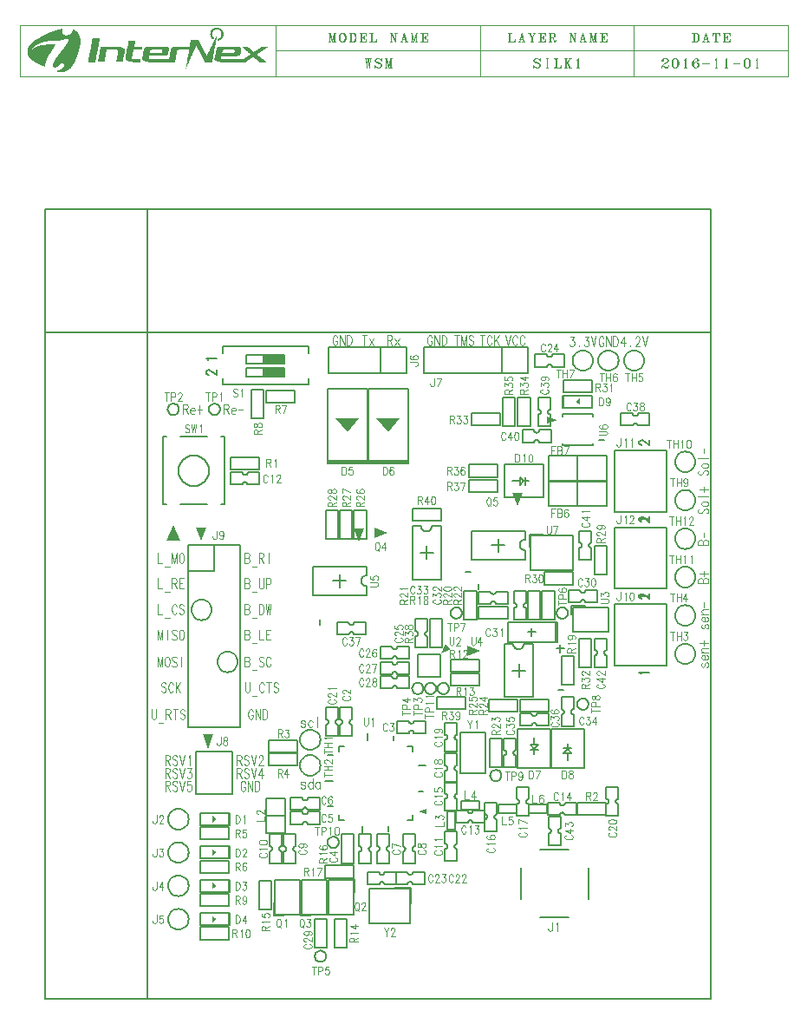
<source format=gbr>
%MOMM*%
%FSLAX33Y33*%
%ADD10C,0.200000*%
%ADD11C,0.120000*%
%ADD12C,0.203200*%
%ADD13C,0.152400*%
%ADD15C,0.100000*%
G90*G71*G01*D02*G54D10*X000000Y000000D02*X065000Y000000D01*X065000Y077000D01*
X000000Y077000D01*X000000Y000000D01*X065000Y065000D02*X010000Y065000D01*
X010000Y000000D01*X010000Y065000D02*X010000Y077000D01*X010000Y065000D02*
X000000Y065000D01*X015100Y008350D02*X017900Y008350D01*X017900Y007150D01*
X015100Y007150D01*X015100Y008350D01*X018000Y008350D02*X018000Y007150D01*
X018000Y008350D02*X017900Y008350D01*X018000Y007150D02*X017900Y007150D01*
X048350Y014550D02*X051150Y014550D01*X053050Y012750D02*X053050Y009750D01*
X051150Y007950D02*X048350Y007950D01*X046450Y009750D02*X046450Y012750D01*
X015100Y014850D02*X017900Y014850D01*X017900Y013650D01*X015100Y013650D01*
X015100Y014850D01*X018000Y014850D02*X018000Y013650D01*X018000Y014850D02*
X017900Y014850D01*X018000Y013650D02*X017900Y013650D01*X015100Y011600D02*
X017900Y011600D01*X017900Y010400D01*X015100Y010400D01*X015100Y011600D01*
X018000Y011600D02*X018000Y010400D01*X018000Y011600D02*X017900Y011600D01*
X018000Y010400D02*X017900Y010400D01*X015100Y018100D02*X017900Y018100D01*
X017900Y016900D01*X015100Y016900D01*X015100Y018100D01*X018000Y018100D02*
X018000Y016900D01*X018000Y018100D02*X017900Y018100D01*X018000Y016900D02*
X017900Y016900D01*X038600Y033600D02*X038600Y031400D01*X036400Y031400D01*
X036400Y033600D01*X038600Y033600D01*X011800Y048200D02*X011500Y048200D01*
X011500Y054800D01*X011800Y054800D01*X013200Y048200D02*X015800Y048200D01*
X013200Y054800D02*X015800Y054800D01*X017200Y048200D02*X017500Y048200D01*
X017500Y054800D01*X017200Y054800D01*X013000Y051500D02*X013029Y051207D01*
X013114Y050926D01*X013253Y050667D01*X013439Y050439D01*X013667Y050253D01*
X013926Y050114D01*X014207Y050029D01*X014500Y050000D01*X014793Y050029D01*
X015074Y050114D01*X015333Y050253D01*X015561Y050439D01*X015747Y050667D01*
X015886Y050926D01*X015971Y051207D01*X016000Y051500D01*X015971Y051793D01*
X015886Y052074D01*X015747Y052333D01*X015561Y052561D01*X015333Y052747D01*
X015074Y052886D01*X014793Y052971D01*X014500Y053000D01*X014207Y052971D01*
X013926Y052886D01*X013667Y052747D01*X013439Y052561D01*X013253Y052333D01*
X013114Y052074D01*X013029Y051793D01*X013000Y051500D01*X053400Y057650D02*
X050600Y057650D01*X050600Y058850D01*X053400Y058850D01*X053400Y057650D01*
X050500Y057650D02*X050500Y058850D01*X050500Y057650D02*X050600Y057650D01*
X050500Y058850D02*X050600Y058850D01*D02*G54D11*X064235Y032803D02*
X064144Y032757D01*X064098Y032634D01*X064098Y032511D01*X064144Y032384D01*
X064235Y032347D01*X064326Y032384D01*X064371Y032470D01*X064417Y032675D01*
X064477Y032757D01*X064568Y032803D01*X064614Y032803D01*X064705Y032757D01*
X064750Y032634D01*X064750Y032511D01*X064705Y032384D01*X064614Y032347D01*
X064371Y033048D02*X064371Y033503D01*X064280Y033503D01*X064189Y033462D01*
X064144Y033425D01*X064098Y033348D01*X064098Y033234D01*X064144Y033161D01*
X064235Y033084D01*X064371Y033048D01*X064477Y033048D01*X064614Y033084D01*
X064705Y033161D01*X064750Y033234D01*X064750Y033348D01*X064705Y033425D01*
X064614Y033503D01*X064280Y033748D02*X064144Y033870D01*X064098Y033952D01*
X064098Y034075D01*X064144Y034157D01*X064280Y034203D01*X064750Y034203D01*
X064098Y033748D02*X064750Y033748D01*X064326Y034448D02*X064326Y034903D01*
X063902Y034675D02*X064750Y034675D01*X064235Y036553D02*X064144Y036507D01*
X064098Y036384D01*X064098Y036261D01*X064144Y036134D01*X064235Y036098D01*
X064326Y036134D01*X064371Y036220D01*X064417Y036425D01*X064477Y036507D01*
X064568Y036553D01*X064614Y036553D01*X064705Y036507D01*X064750Y036384D01*
X064750Y036261D01*X064705Y036134D01*X064614Y036098D01*X064371Y036798D02*
X064371Y037253D01*X064280Y037253D01*X064189Y037212D01*X064144Y037175D01*
X064098Y037098D01*X064098Y036984D01*X064144Y036911D01*X064235Y036834D01*
X064371Y036798D01*X064477Y036798D01*X064614Y036834D01*X064705Y036911D01*
X064750Y036984D01*X064750Y037098D01*X064705Y037175D01*X064614Y037253D01*
X064280Y037498D02*X064144Y037620D01*X064098Y037702D01*X064098Y037825D01*
X064144Y037907D01*X064280Y037953D01*X064750Y037953D01*X064098Y037498D02*
X064750Y037498D01*X064326Y038198D02*X064326Y038653D01*X064235Y040548D02*
X064235Y040839D01*X064280Y040934D01*X064326Y040966D01*X064417Y041003D01*
X064568Y041003D01*X064659Y040966D01*X064705Y040934D01*X064750Y040839D01*
X064750Y040548D01*X063750Y040548D01*X063750Y040839D01*X063811Y040934D01*
X063856Y040966D01*X063947Y041003D01*X064038Y041003D01*X064129Y040966D01*
X064189Y040934D01*X064235Y040839D01*X064326Y041248D02*X064326Y041703D01*
X063902Y041475D02*X064750Y041475D01*X064235Y044298D02*X064235Y044589D01*
X064280Y044684D01*X064326Y044716D01*X064417Y044753D01*X064568Y044753D01*
X064659Y044716D01*X064705Y044684D01*X064750Y044589D01*X064750Y044298D01*
X063750Y044298D01*X063750Y044589D01*X063811Y044684D01*X063856Y044716D01*
X063947Y044753D01*X064038Y044753D01*X064129Y044716D01*X064189Y044684D01*
X064235Y044589D01*X064326Y044998D02*X064326Y045453D01*X063902Y047803D02*
X063811Y047734D01*X063750Y047639D01*X063750Y047507D01*X063811Y047411D01*
X063902Y047348D01*X063992Y047348D01*X064083Y047379D01*X064129Y047411D01*
X064189Y047475D01*X064280Y047671D01*X064326Y047734D01*X064371Y047766D01*
X064462Y047803D01*X064614Y047803D01*X064705Y047734D01*X064750Y047639D01*
X064750Y047507D01*X064705Y047411D01*X064614Y047348D01*X064098Y048220D02*
X064144Y048152D01*X064235Y048079D01*X064371Y048048D01*X064477Y048048D01*
X064614Y048079D01*X064705Y048152D01*X064750Y048220D01*X064750Y048325D01*
X064705Y048393D01*X064614Y048466D01*X064477Y048503D01*X064371Y048503D01*
X064235Y048466D01*X064144Y048393D01*X064098Y048325D01*X064098Y048220D01*
X063765Y048975D02*X064750Y048975D01*X064326Y049448D02*X064326Y049903D01*
X063902Y049675D02*X064750Y049675D01*X025403Y021015D02*X025357Y021106D01*
X025234Y021152D01*X025111Y021152D01*X024984Y021106D01*X024948Y021015D01*
X024984Y020924D01*X025070Y020879D01*X025275Y020833D01*X025357Y020773D01*
X025403Y020682D01*X025403Y020636D01*X025357Y020545D01*X025234Y020500D01*
X025111Y020500D01*X024984Y020545D01*X024948Y020636D01*X026103Y021015D02*
X026025Y021106D01*X025948Y021152D01*X025834Y021152D01*X025761Y021106D01*
X025684Y021015D01*X025648Y020879D01*X025648Y020773D01*X025684Y020636D01*
X025761Y020545D01*X025834Y020500D01*X025948Y020500D01*X026025Y020545D01*
X026103Y020636D01*X026103Y021485D02*X026103Y020500D01*X026803Y021015D02*
X026725Y021106D01*X026648Y021152D01*X026534Y021152D01*X026457Y021106D01*
X026384Y021015D01*X026348Y020879D01*X026348Y020773D01*X026384Y020636D01*
X026457Y020545D01*X026534Y020500D01*X026648Y020500D01*X026725Y020545D01*
X026803Y020636D01*X026803Y021152D02*X026803Y020500D01*X013448Y057000D02*
X013448Y058000D01*X013739Y058000D01*X013834Y057939D01*X013866Y057894D01*
X013903Y057803D01*X013903Y057712D01*X013866Y057621D01*X013834Y057561D01*
X013739Y057515D01*X013448Y057515D01*X013670Y057515D02*X013903Y057000D01*
X014148Y057379D02*X014603Y057379D01*X014603Y057470D01*X014562Y057561D01*
X014525Y057606D01*X014448Y057652D01*X014334Y057652D01*X014261Y057606D01*
X014184Y057515D01*X014148Y057379D01*X014148Y057273D01*X014184Y057136D01*
X014261Y057045D01*X014334Y057000D01*X014448Y057000D01*X014525Y057045D01*
X014603Y057136D01*X014848Y057424D02*X015303Y057424D01*X015075Y057848D02*
X015075Y057000D01*X017448Y057000D02*X017448Y058000D01*X017739Y058000D01*
X017834Y057939D01*X017866Y057894D01*X017903Y057803D01*X017903Y057712D01*
X017866Y057621D01*X017834Y057561D01*X017739Y057515D01*X017448Y057515D01*
X017670Y057515D02*X017903Y057000D01*X018148Y057379D02*X018603Y057379D01*
X018603Y057470D01*X018562Y057561D01*X018525Y057606D01*X018448Y057652D01*
X018334Y057652D01*X018261Y057606D01*X018184Y057515D01*X018148Y057379D01*
X018148Y057273D01*X018184Y057136D01*X018261Y057045D01*X018334Y057000D01*
X018448Y057000D01*X018525Y057045D01*X018603Y057136D01*X018848Y057424D02*
X019303Y057424D01*X025403Y027015D02*X025357Y027106D01*X025234Y027152D01*
X025111Y027152D01*X024984Y027106D01*X024948Y027015D01*X024984Y026924D01*
X025070Y026879D01*X025275Y026833D01*X025357Y026773D01*X025403Y026682D01*
X025403Y026636D01*X025357Y026545D01*X025234Y026500D01*X025111Y026500D01*
X024984Y026545D01*X024948Y026636D01*X026103Y027015D02*X026025Y027106D01*
X025948Y027152D01*X025834Y027152D01*X025761Y027106D01*X025684Y027015D01*
X025648Y026879D01*X025648Y026773D01*X025684Y026636D01*X025761Y026545D01*
X025834Y026500D01*X025948Y026500D01*X026025Y026545D01*X026103Y026636D01*
X026575Y027485D02*X026575Y026500D01*X056523Y064610D02*X056523Y063625D01*
X056523Y064610D02*X056223Y063958D01*X056678Y063958D01*X057145Y063716D02*
X057127Y063670D01*X057145Y063625D01*X057164Y063670D01*X057145Y063716D01*
X057654Y064383D02*X057654Y064428D01*X057686Y064519D01*X057718Y064564D01*
X057782Y064625D01*X057914Y064625D01*X057977Y064564D01*X058009Y064519D01*
X058041Y064428D01*X058041Y064337D01*X058009Y064246D01*X057946Y064095D01*
X057623Y063625D01*X058078Y063625D01*X058323Y064625D02*X058545Y063625D01*
X058778Y064625D01*X054528Y064383D02*X054496Y064473D01*X054432Y064564D01*
X054373Y064625D01*X054250Y064625D01*X054191Y064564D01*X054132Y064473D01*
X054100Y064383D01*X054073Y064246D01*X054073Y064004D01*X054100Y063867D01*
X054132Y063761D01*X054191Y063670D01*X054250Y063625D01*X054373Y063625D01*
X054432Y063670D01*X054496Y063761D01*X054528Y063867D01*X054528Y064004D01*
X054373Y064004D01*X054773Y063625D02*X054773Y064625D01*X055228Y063625D01*
X055228Y064625D01*X055473Y064625D02*X055700Y064625D01*X055796Y064564D01*
X055859Y064473D01*X055891Y064383D01*X055928Y064246D01*X055928Y064004D01*
X055891Y063867D01*X055859Y063761D01*X055796Y063670D01*X055700Y063625D01*
X055473Y063625D01*X055473Y064625D01*X051286Y064610D02*X051641Y064610D01*
X051445Y064231D01*X051546Y064231D01*X051609Y064186D01*X051641Y064140D01*
X051678Y064004D01*X051678Y063898D01*X051641Y063761D01*X051577Y063670D01*
X051482Y063625D01*X051382Y063625D01*X051286Y063670D01*X051254Y063716D01*
X051223Y063807D01*X052145Y063716D02*X052127Y063670D01*X052145Y063625D01*
X052164Y063670D01*X052145Y063716D01*X052686Y064610D02*X053041Y064610D01*
X052845Y064231D01*X052946Y064231D01*X053009Y064186D01*X053041Y064140D01*
X053078Y064004D01*X053078Y063898D01*X053041Y063761D01*X052977Y063670D01*
X052882Y063625D01*X052782Y063625D01*X052686Y063670D01*X052654Y063716D01*
X052623Y063807D01*X053323Y064625D02*X053545Y063625D01*X053778Y064625D01*
X063902Y051553D02*X063811Y051484D01*X063750Y051389D01*X063750Y051257D01*
X063811Y051161D01*X063902Y051098D01*X063992Y051098D01*X064083Y051129D01*
X064129Y051161D01*X064189Y051225D01*X064280Y051421D01*X064326Y051484D01*
X064371Y051516D01*X064462Y051553D01*X064614Y051553D01*X064705Y051484D01*
X064750Y051389D01*X064750Y051257D01*X064705Y051161D01*X064614Y051098D01*
X064098Y051970D02*X064144Y051902D01*X064235Y051829D01*X064371Y051798D01*
X064477Y051798D01*X064614Y051829D01*X064705Y051902D01*X064750Y051970D01*
X064750Y052075D01*X064705Y052143D01*X064614Y052216D01*X064477Y052253D01*
X064371Y052253D01*X064235Y052216D01*X064144Y052143D01*X064098Y052075D01*
X064098Y051970D01*X063765Y052725D02*X064750Y052725D01*X064326Y053198D02*
X064326Y053653D01*X020278Y028008D02*X020246Y028098D01*X020182Y028189D01*
X020123Y028250D01*X020000Y028250D01*X019941Y028189D01*X019882Y028098D01*
X019850Y028008D01*X019823Y027871D01*X019823Y027629D01*X019850Y027492D01*
X019882Y027386D01*X019941Y027295D01*X020000Y027250D01*X020123Y027250D01*
X020182Y027295D01*X020246Y027386D01*X020278Y027492D01*X020278Y027629D01*
X020123Y027629D01*X020523Y027250D02*X020523Y028250D01*X020978Y027250D01*
X020978Y028250D01*X021223Y028250D02*X021450Y028250D01*X021546Y028189D01*
X021609Y028098D01*X021641Y028008D01*X021678Y027871D01*X021678Y027629D01*
X021641Y027492D01*X021609Y027386D01*X021546Y027295D01*X021450Y027250D01*
X021223Y027250D01*X021223Y028250D01*X010373Y028250D02*X010373Y027538D01*
X010404Y027386D01*X010468Y027295D01*X010568Y027250D01*X010632Y027250D01*
X010727Y027295D01*X010791Y027386D01*X010828Y027538D01*X010828Y028250D01*
X011073Y026917D02*X011528Y026917D01*X011773Y027250D02*X011773Y028250D01*
X012064Y028250D01*X012159Y028189D01*X012191Y028144D01*X012228Y028053D01*
X012228Y027962D01*X012191Y027871D01*X012159Y027811D01*X012064Y027765D01*
X011773Y027765D01*X011995Y027765D02*X012228Y027250D01*X012473Y028250D02*
X012928Y028250D01*X012700Y028250D02*X012700Y027250D01*X013628Y028098D02*
X013559Y028189D01*X013464Y028250D01*X013332Y028250D01*X013236Y028189D01*
X013173Y028098D01*X013173Y028008D01*X013204Y027917D01*X013236Y027871D01*
X013300Y027811D01*X013496Y027720D01*X013559Y027674D01*X013591Y027629D01*
X013628Y027538D01*X013628Y027386D01*X013559Y027295D01*X013464Y027250D01*
X013332Y027250D01*X013236Y027295D01*X013173Y027386D01*X011778Y030723D02*
X011709Y030814D01*X011614Y030875D01*X011482Y030875D01*X011386Y030814D01*
X011323Y030723D01*X011323Y030633D01*X011354Y030542D01*X011386Y030496D01*
X011450Y030436D01*X011646Y030345D01*X011709Y030299D01*X011741Y030254D01*
X011778Y030163D01*X011778Y030011D01*X011709Y029920D01*X011614Y029875D01*
X011482Y029875D01*X011386Y029920D01*X011323Y030011D01*X012478Y030633D02*
X012446Y030723D01*X012382Y030814D01*X012323Y030875D01*X012200Y030875D01*
X012141Y030814D01*X012082Y030723D01*X012050Y030633D01*X012023Y030496D01*
X012023Y030254D01*X012050Y030117D01*X012082Y030011D01*X012141Y029920D01*
X012200Y029875D01*X012323Y029875D01*X012382Y029920D01*X012446Y030011D01*
X012478Y030117D01*X012882Y030436D02*X013178Y029875D01*X013178Y030875D02*
X012723Y030208D01*X012723Y030875D02*X012723Y029875D01*X019498Y030875D02*
X019498Y030163D01*X019529Y030011D01*X019593Y029920D01*X019693Y029875D01*
X019757Y029875D01*X019852Y029920D01*X019916Y030011D01*X019953Y030163D01*
X019953Y030875D01*X020198Y029542D02*X020653Y029542D01*X021353Y030633D02*
X021321Y030723D01*X021257Y030814D01*X021198Y030875D01*X021075Y030875D01*
X021016Y030814D01*X020957Y030723D01*X020925Y030633D01*X020898Y030496D01*
X020898Y030254D01*X020925Y030117D01*X020957Y030011D01*X021016Y029920D01*
X021075Y029875D01*X021198Y029875D01*X021257Y029920D01*X021321Y030011D01*
X021353Y030117D01*X021598Y030875D02*X022053Y030875D01*X021825Y030875D02*
X021825Y029875D01*X022753Y030723D02*X022684Y030814D01*X022589Y030875D01*
X022457Y030875D01*X022361Y030814D01*X022298Y030723D01*X022298Y030633D01*
X022329Y030542D01*X022361Y030496D01*X022425Y030436D01*X022621Y030345D01*
X022684Y030299D01*X022716Y030254D01*X022753Y030163D01*X022753Y030011D01*
X022684Y029920D01*X022589Y029875D01*X022457Y029875D01*X022361Y029920D01*
X022298Y030011D01*X019473Y032890D02*X019764Y032890D01*X019859Y032845D01*
X019891Y032799D01*X019928Y032708D01*X019928Y032557D01*X019891Y032466D01*
X019859Y032420D01*X019764Y032375D01*X019473Y032375D01*X019473Y033375D01*
X019764Y033375D01*X019859Y033314D01*X019891Y033269D01*X019928Y033178D01*
X019928Y033087D01*X019891Y032996D01*X019859Y032936D01*X019764Y032890D01*
X020173Y032042D02*X020628Y032042D01*X021328Y033223D02*X021259Y033314D01*
X021164Y033375D01*X021032Y033375D01*X020936Y033314D01*X020873Y033223D01*
X020873Y033133D01*X020904Y033042D01*X020936Y032996D01*X021000Y032936D01*
X021196Y032845D01*X021259Y032799D01*X021291Y032754D01*X021328Y032663D01*
X021328Y032511D01*X021259Y032420D01*X021164Y032375D01*X021032Y032375D01*
X020936Y032420D01*X020873Y032511D01*X022028Y033133D02*X021996Y033223D01*
X021932Y033314D01*X021873Y033375D01*X021750Y033375D01*X021691Y033314D01*
X021632Y033223D01*X021600Y033133D01*X021573Y032996D01*X021573Y032754D01*
X021600Y032617D01*X021632Y032511D01*X021691Y032420D01*X021750Y032375D01*
X021873Y032375D01*X021932Y032420D01*X021996Y032511D01*X022028Y032617D01*
X010973Y032375D02*X010973Y033375D01*X011200Y032375D01*X011428Y033375D01*
X011428Y032375D01*X011841Y033375D02*X011786Y033314D01*X011727Y033223D01*
X011700Y033133D01*X011673Y032996D01*X011673Y032754D01*X011700Y032617D01*
X011727Y032511D01*X011786Y032420D01*X011841Y032375D01*X011955Y032375D01*
X012009Y032420D01*X012068Y032511D01*X012096Y032617D01*X012128Y032754D01*
X012128Y032996D01*X012096Y033133D01*X012068Y033223D01*X012009Y033314D01*
X011955Y033375D01*X011841Y033375D01*X012828Y033223D02*X012759Y033314D01*
X012664Y033375D01*X012532Y033375D01*X012436Y033314D01*X012373Y033223D01*
X012373Y033133D01*X012404Y033042D01*X012436Y032996D01*X012500Y032936D01*
X012696Y032845D01*X012759Y032799D01*X012791Y032754D01*X012828Y032663D01*
X012828Y032511D01*X012759Y032420D01*X012664Y032375D01*X012532Y032375D01*
X012436Y032420D01*X012373Y032511D01*X013300Y033375D02*X013300Y032375D01*
X010973Y035000D02*X010973Y036000D01*X011200Y035000D01*X011428Y036000D01*
X011428Y035000D01*X011900Y036000D02*X011900Y035000D01*X012828Y035848D02*
X012759Y035939D01*X012664Y036000D01*X012532Y036000D01*X012436Y035939D01*
X012373Y035848D01*X012373Y035758D01*X012404Y035667D01*X012436Y035621D01*
X012500Y035561D01*X012696Y035470D01*X012759Y035424D01*X012791Y035379D01*
X012828Y035288D01*X012828Y035136D01*X012759Y035045D01*X012664Y035000D01*
X012532Y035000D01*X012436Y035045D01*X012373Y035136D01*X013241Y036000D02*
X013186Y035939D01*X013127Y035848D01*X013100Y035758D01*X013073Y035621D01*
X013073Y035379D01*X013100Y035242D01*X013127Y035136D01*X013186Y035045D01*
X013241Y035000D01*X013355Y035000D01*X013409Y035045D01*X013468Y035136D01*
X013496Y035242D01*X013528Y035379D01*X013528Y035621D01*X013496Y035758D01*
X013468Y035848D01*X013409Y035939D01*X013355Y036000D01*X013241Y036000D01*
X019473Y035515D02*X019764Y035515D01*X019859Y035470D01*X019891Y035424D01*
X019928Y035333D01*X019928Y035182D01*X019891Y035091D01*X019859Y035045D01*
X019764Y035000D01*X019473Y035000D01*X019473Y036000D01*X019764Y036000D01*
X019859Y035939D01*X019891Y035894D01*X019928Y035803D01*X019928Y035712D01*
X019891Y035621D01*X019859Y035561D01*X019764Y035515D01*X020173Y034667D02*
X020628Y034667D01*X020873Y036000D02*X020873Y035000D01*X021328Y035000D01*
X022028Y036000D02*X021573Y036000D01*X021573Y035000D01*X022028Y035000D01*
X021573Y035515D02*X021850Y035515D01*X019473Y038015D02*X019764Y038015D01*
X019859Y037970D01*X019891Y037924D01*X019928Y037833D01*X019928Y037682D01*
X019891Y037591D01*X019859Y037545D01*X019764Y037500D01*X019473Y037500D01*
X019473Y038500D01*X019764Y038500D01*X019859Y038439D01*X019891Y038394D01*
X019928Y038303D01*X019928Y038212D01*X019891Y038121D01*X019859Y038061D01*
X019764Y038015D01*X020173Y037167D02*X020628Y037167D01*X020873Y038500D02*
X021100Y038500D01*X021196Y038439D01*X021259Y038348D01*X021291Y038258D01*
X021328Y038121D01*X021328Y037879D01*X021291Y037742D01*X021259Y037636D01*
X021196Y037545D01*X021100Y037500D01*X020873Y037500D01*X020873Y038500D01*
X021573Y038500D02*X021682Y037500D01*X021795Y038500D01*X021909Y037500D01*
X022028Y038500D01*X010973Y038500D02*X010973Y037500D01*X011428Y037500D01*
X011673Y037167D02*X012128Y037167D01*X012828Y038258D02*X012796Y038348D01*
X012732Y038439D01*X012673Y038500D01*X012550Y038500D01*X012491Y038439D01*
X012432Y038348D01*X012400Y038258D01*X012373Y038121D01*X012373Y037879D01*
X012400Y037742D01*X012432Y037636D01*X012491Y037545D01*X012550Y037500D01*
X012673Y037500D01*X012732Y037545D01*X012796Y037636D01*X012828Y037742D01*
X013528Y038348D02*X013459Y038439D01*X013364Y038500D01*X013232Y038500D01*
X013136Y038439D01*X013073Y038348D01*X013073Y038258D01*X013104Y038167D01*
X013136Y038121D01*X013200Y038061D01*X013396Y037970D01*X013459Y037924D01*
X013491Y037879D01*X013528Y037788D01*X013528Y037636D01*X013459Y037545D01*
X013364Y037500D01*X013232Y037500D01*X013136Y037545D01*X013073Y037636D01*
X010973Y041000D02*X010973Y040000D01*X011428Y040000D01*X011673Y039667D02*
X012128Y039667D01*X012373Y040000D02*X012373Y041000D01*X012664Y041000D01*
X012759Y040939D01*X012791Y040894D01*X012828Y040803D01*X012828Y040712D01*
X012791Y040621D01*X012759Y040561D01*X012664Y040515D01*X012373Y040515D01*
X012595Y040515D02*X012828Y040000D01*X013528Y041000D02*X013073Y041000D01*
X013073Y040000D01*X013528Y040000D01*X013073Y040515D02*X013350Y040515D01*
X019473Y040515D02*X019764Y040515D01*X019859Y040470D01*X019891Y040424D01*
X019928Y040333D01*X019928Y040182D01*X019891Y040091D01*X019859Y040045D01*
X019764Y040000D01*X019473Y040000D01*X019473Y041000D01*X019764Y041000D01*
X019859Y040939D01*X019891Y040894D01*X019928Y040803D01*X019928Y040712D01*
X019891Y040621D01*X019859Y040561D01*X019764Y040515D01*X020173Y039667D02*
X020628Y039667D01*X020873Y041000D02*X020873Y040288D01*X020904Y040136D01*
X020968Y040045D01*X021068Y040000D01*X021132Y040000D01*X021227Y040045D01*
X021291Y040136D01*X021328Y040288D01*X021328Y041000D01*X021573Y040000D02*
X021573Y041000D01*X021864Y041000D01*X021959Y040939D01*X021991Y040894D01*
X022028Y040803D01*X022028Y040667D01*X021991Y040561D01*X021959Y040515D01*
X021864Y040470D01*X021573Y040470D01*X019473Y043015D02*X019764Y043015D01*
X019859Y042970D01*X019891Y042924D01*X019928Y042833D01*X019928Y042682D01*
X019891Y042591D01*X019859Y042545D01*X019764Y042500D01*X019473Y042500D01*
X019473Y043500D01*X019764Y043500D01*X019859Y043439D01*X019891Y043394D01*
X019928Y043303D01*X019928Y043212D01*X019891Y043121D01*X019859Y043061D01*
X019764Y043015D01*X020173Y042167D02*X020628Y042167D01*X020873Y042500D02*
X020873Y043500D01*X021164Y043500D01*X021259Y043439D01*X021291Y043394D01*
X021328Y043303D01*X021328Y043212D01*X021291Y043121D01*X021259Y043061D01*
X021164Y043015D01*X020873Y043015D01*X021095Y043015D02*X021328Y042500D01*
X021800Y043500D02*X021800Y042500D01*X010973Y043500D02*X010973Y042500D01*
X011428Y042500D01*X011673Y042167D02*X012128Y042167D01*X012373Y042500D02*
X012373Y043500D01*X012600Y042500D01*X012828Y043500D01*X012828Y042500D01*
X013241Y043500D02*X013186Y043439D01*X013127Y043348D01*X013100Y043258D01*
X013073Y043121D01*X013073Y042879D01*X013100Y042742D01*X013127Y042636D01*
X013186Y042545D01*X013241Y042500D01*X013355Y042500D01*X013409Y042545D01*
X013468Y042636D01*X013496Y042742D01*X013528Y042879D01*X013528Y043121D01*
X013496Y043258D01*X013468Y043348D01*X013409Y043439D01*X013355Y043500D01*
X013241Y043500D01*X019528Y021008D02*X019496Y021098D01*X019432Y021189D01*
X019373Y021250D01*X019250Y021250D01*X019191Y021189D01*X019132Y021098D01*
X019100Y021008D01*X019073Y020871D01*X019073Y020629D01*X019100Y020492D01*
X019132Y020386D01*X019191Y020295D01*X019250Y020250D01*X019373Y020250D01*
X019432Y020295D01*X019496Y020386D01*X019528Y020492D01*X019528Y020629D01*
X019373Y020629D01*X019773Y020250D02*X019773Y021250D01*X020228Y020250D01*
X020228Y021250D01*X020473Y021250D02*X020700Y021250D01*X020796Y021189D01*
X020859Y021098D01*X020891Y021008D01*X020928Y020871D01*X020928Y020629D01*
X020891Y020492D01*X020859Y020386D01*X020796Y020295D01*X020700Y020250D01*
X020473Y020250D01*X020473Y021250D01*X011723Y020250D02*X011723Y021250D01*
X012014Y021250D01*X012109Y021189D01*X012141Y021144D01*X012178Y021053D01*
X012178Y020962D01*X012141Y020871D01*X012109Y020811D01*X012014Y020765D01*
X011723Y020765D01*X011945Y020765D02*X012178Y020250D01*X012878Y021098D02*
X012809Y021189D01*X012714Y021250D01*X012582Y021250D01*X012486Y021189D01*
X012423Y021098D01*X012423Y021008D01*X012454Y020917D01*X012486Y020871D01*
X012550Y020811D01*X012746Y020720D01*X012809Y020674D01*X012841Y020629D01*
X012878Y020538D01*X012878Y020386D01*X012809Y020295D01*X012714Y020250D01*
X012582Y020250D01*X012486Y020295D01*X012423Y020386D01*X013123Y021250D02*
X013345Y020250D01*X013578Y021250D01*X014209Y021235D02*X013886Y021235D01*
X013854Y020811D01*X013886Y020856D01*X013982Y020902D01*X014077Y020902D01*
X014177Y020856D01*X014241Y020765D01*X014278Y020629D01*X014278Y020523D01*
X014241Y020386D01*X014177Y020295D01*X014077Y020250D01*X013982Y020250D01*
X013886Y020295D01*X013854Y020341D01*X013823Y020432D01*X011723Y021500D02*
X011723Y022500D01*X012014Y022500D01*X012109Y022439D01*X012141Y022394D01*
X012178Y022303D01*X012178Y022212D01*X012141Y022121D01*X012109Y022061D01*
X012014Y022015D01*X011723Y022015D01*X011945Y022015D02*X012178Y021500D01*
X012878Y022348D02*X012809Y022439D01*X012714Y022500D01*X012582Y022500D01*
X012486Y022439D01*X012423Y022348D01*X012423Y022258D01*X012454Y022167D01*
X012486Y022121D01*X012550Y022061D01*X012746Y021970D01*X012809Y021924D01*
X012841Y021879D01*X012878Y021788D01*X012878Y021636D01*X012809Y021545D01*
X012714Y021500D01*X012582Y021500D01*X012486Y021545D01*X012423Y021636D01*
X013123Y022500D02*X013345Y021500D01*X013578Y022500D01*X013886Y022485D02*
X014241Y022485D01*X014045Y022106D01*X014146Y022106D01*X014209Y022061D01*
X014241Y022015D01*X014278Y021879D01*X014278Y021773D01*X014241Y021636D01*
X014177Y021545D01*X014082Y021500D01*X013982Y021500D01*X013886Y021545D01*
X013854Y021591D01*X013823Y021682D01*X018723Y021500D02*X018723Y022500D01*
X019014Y022500D01*X019109Y022439D01*X019141Y022394D01*X019178Y022303D01*
X019178Y022212D01*X019141Y022121D01*X019109Y022061D01*X019014Y022015D01*
X018723Y022015D01*X018945Y022015D02*X019178Y021500D01*X019878Y022348D02*
X019809Y022439D01*X019714Y022500D01*X019582Y022500D01*X019486Y022439D01*
X019423Y022348D01*X019423Y022258D01*X019454Y022167D01*X019486Y022121D01*
X019550Y022061D01*X019746Y021970D01*X019809Y021924D01*X019841Y021879D01*
X019878Y021788D01*X019878Y021636D01*X019809Y021545D01*X019714Y021500D01*
X019582Y021500D01*X019486Y021545D01*X019423Y021636D01*X020123Y022500D02*
X020345Y021500D01*X020578Y022500D01*X021123Y022485D02*X021123Y021500D01*
X021123Y022485D02*X020823Y021833D01*X021278Y021833D01*X018723Y022750D02*
X018723Y023750D01*X019014Y023750D01*X019109Y023689D01*X019141Y023644D01*
X019178Y023553D01*X019178Y023462D01*X019141Y023371D01*X019109Y023311D01*
X019014Y023265D01*X018723Y023265D01*X018945Y023265D02*X019178Y022750D01*
X019878Y023598D02*X019809Y023689D01*X019714Y023750D01*X019582Y023750D01*
X019486Y023689D01*X019423Y023598D01*X019423Y023508D01*X019454Y023417D01*
X019486Y023371D01*X019550Y023311D01*X019746Y023220D01*X019809Y023174D01*
X019841Y023129D01*X019878Y023038D01*X019878Y022886D01*X019809Y022795D01*
X019714Y022750D01*X019582Y022750D01*X019486Y022795D01*X019423Y022886D01*
X020123Y023750D02*X020345Y022750D01*X020578Y023750D01*X020854Y023508D02*
X020854Y023553D01*X020886Y023644D01*X020918Y023689D01*X020982Y023750D01*
X021114Y023750D01*X021177Y023689D01*X021209Y023644D01*X021241Y023553D01*
X021241Y023462D01*X021209Y023371D01*X021146Y023220D01*X020823Y022750D01*
X021278Y022750D01*X011723Y022750D02*X011723Y023750D01*X012014Y023750D01*
X012109Y023689D01*X012141Y023644D01*X012178Y023553D01*X012178Y023462D01*
X012141Y023371D01*X012109Y023311D01*X012014Y023265D01*X011723Y023265D01*
X011945Y023265D02*X012178Y022750D01*X012878Y023598D02*X012809Y023689D01*
X012714Y023750D01*X012582Y023750D01*X012486Y023689D01*X012423Y023598D01*
X012423Y023508D01*X012454Y023417D01*X012486Y023371D01*X012550Y023311D01*
X012746Y023220D01*X012809Y023174D01*X012841Y023129D01*X012878Y023038D01*
X012878Y022886D01*X012809Y022795D01*X012714Y022750D01*X012582Y022750D01*
X012486Y022795D01*X012423Y022886D01*X013123Y023750D02*X013345Y022750D01*
X013578Y023750D01*X014000Y023553D02*X014036Y023598D01*X014091Y023735D01*
X014091Y022750D01*X037778Y064508D02*X037746Y064598D01*X037682Y064689D01*
X037623Y064750D01*X037500Y064750D01*X037441Y064689D01*X037382Y064598D01*
X037350Y064508D01*X037323Y064371D01*X037323Y064129D01*X037350Y063992D01*
X037382Y063886D01*X037441Y063795D01*X037500Y063750D01*X037623Y063750D01*
X037682Y063795D01*X037746Y063886D01*X037778Y063992D01*X037778Y064129D01*
X037623Y064129D01*X038023Y063750D02*X038023Y064750D01*X038478Y063750D01*
X038478Y064750D01*X038723Y064750D02*X038950Y064750D01*X039046Y064689D01*
X039109Y064598D01*X039141Y064508D01*X039178Y064371D01*X039178Y064129D01*
X039141Y063992D01*X039109Y063886D01*X039046Y063795D01*X038950Y063750D01*
X038723Y063750D01*X038723Y064750D01*X044948Y064750D02*X045170Y063750D01*
X045403Y064750D01*X046103Y064508D02*X046071Y064598D01*X046007Y064689D01*
X045948Y064750D01*X045825Y064750D01*X045766Y064689D01*X045707Y064598D01*
X045675Y064508D01*X045648Y064371D01*X045648Y064129D01*X045675Y063992D01*
X045707Y063886D01*X045766Y063795D01*X045825Y063750D01*X045948Y063750D01*
X046007Y063795D01*X046071Y063886D01*X046103Y063992D01*X046803Y064508D02*
X046771Y064598D01*X046707Y064689D01*X046648Y064750D01*X046525Y064750D01*
X046466Y064689D01*X046407Y064598D01*X046375Y064508D01*X046348Y064371D01*
X046348Y064129D01*X046375Y063992D01*X046407Y063886D01*X046466Y063795D01*
X046525Y063750D01*X046648Y063750D01*X046707Y063795D01*X046771Y063886D01*
X046803Y063992D01*X042448Y064750D02*X042903Y064750D01*X042675Y064750D02*
X042675Y063750D01*X043603Y064508D02*X043571Y064598D01*X043507Y064689D01*
X043448Y064750D01*X043325Y064750D01*X043266Y064689D01*X043207Y064598D01*
X043175Y064508D01*X043148Y064371D01*X043148Y064129D01*X043175Y063992D01*
X043207Y063886D01*X043266Y063795D01*X043325Y063750D01*X043448Y063750D01*
X043507Y063795D01*X043571Y063886D01*X043603Y063992D01*X044007Y064311D02*
X044303Y063750D01*X044303Y064750D02*X043848Y064083D01*X043848Y064750D02*
X043848Y063750D01*X039948Y064750D02*X040403Y064750D01*X040175Y064750D02*
X040175Y063750D01*X040648Y063750D02*X040648Y064750D01*X040875Y063750D01*
X041103Y064750D01*X041103Y063750D01*X041803Y064598D02*X041734Y064689D01*
X041639Y064750D01*X041507Y064750D01*X041411Y064689D01*X041348Y064598D01*
X041348Y064508D01*X041379Y064417D01*X041411Y064371D01*X041475Y064311D01*
X041671Y064220D01*X041734Y064174D01*X041766Y064129D01*X041803Y064038D01*
X041803Y063886D01*X041734Y063795D01*X041639Y063750D01*X041507Y063750D01*
X041411Y063795D01*X041348Y063886D01*X028528Y064508D02*X028496Y064598D01*
X028432Y064689D01*X028373Y064750D01*X028250Y064750D01*X028191Y064689D01*
X028132Y064598D01*X028100Y064508D01*X028073Y064371D01*X028073Y064129D01*
X028100Y063992D01*X028132Y063886D01*X028191Y063795D01*X028250Y063750D01*
X028373Y063750D01*X028432Y063795D01*X028496Y063886D01*X028528Y063992D01*
X028528Y064129D01*X028373Y064129D01*X028773Y063750D02*X028773Y064750D01*
X029228Y063750D01*X029228Y064750D01*X029473Y064750D02*X029700Y064750D01*
X029796Y064689D01*X029859Y064598D01*X029891Y064508D01*X029928Y064371D01*
X029928Y064129D01*X029891Y063992D01*X029859Y063886D01*X029796Y063795D01*
X029700Y063750D01*X029473Y063750D01*X029473Y064750D01*X030923Y064750D02*
X031378Y064750D01*X031150Y064750D02*X031150Y063750D01*X032078Y064402D02*
X031623Y063750D01*X031623Y064402D02*X032078Y063750D01*X033423Y063750D02*
X033423Y064750D01*X033714Y064750D01*X033809Y064689D01*X033841Y064644D01*
X033878Y064553D01*X033878Y064462D01*X033841Y064371D01*X033809Y064311D01*
X033714Y064265D01*X033423Y064265D01*X033645Y064265D02*X033878Y063750D01*
X034578Y064402D02*X034123Y063750D01*X034123Y064402D02*X034578Y063750D01*
X010884Y008150D02*X010884Y007544D01*X010842Y007423D01*X010801Y007386D01*
X010722Y007350D01*X010634Y007350D01*X010555Y007386D01*X010514Y007423D01*
X010472Y007544D01*X010472Y007617D01*X011466Y008138D02*X011170Y008138D01*
X011141Y007798D01*X011170Y007835D01*X011258Y007871D01*X011345Y007871D01*
X011436Y007835D01*X011495Y007762D01*X011528Y007653D01*X011528Y007568D01*
X011495Y007459D01*X011436Y007386D01*X011345Y007350D01*X011258Y007350D01*
X011170Y007386D01*X011141Y007423D01*X011112Y007495D01*X018277Y005975D02*
X018277Y006775D01*X018543Y006775D01*X018631Y006727D01*X018660Y006690D01*
X018693Y006617D01*X018693Y006545D01*X018660Y006472D01*X018631Y006423D01*
X018543Y006387D01*X018277Y006387D01*X018481Y006387D02*X018693Y005975D01*
X019079Y006617D02*X019113Y006654D01*X019162Y006763D01*X019162Y005975D01*
X019736Y006763D02*X019644Y006727D01*X019586Y006617D01*X019557Y006423D01*
X019557Y006314D01*X019586Y006120D01*X019644Y006011D01*X019736Y005975D01*
X019794Y005975D01*X019881Y006011D01*X019940Y006120D01*X019973Y006314D01*
X019973Y006423D01*X019940Y006617D01*X019881Y006727D01*X019794Y006763D01*
X019736Y006763D01*X018597Y008150D02*X018805Y008150D01*X018892Y008102D01*
X018951Y008029D01*X018980Y007956D01*X019013Y007847D01*X019013Y007653D01*
X018980Y007544D01*X018951Y007459D01*X018892Y007386D01*X018805Y007350D01*
X018597Y007350D01*X018597Y008150D01*X019512Y008138D02*X019512Y007350D01*
X019512Y008138D02*X019237Y007617D01*X019653Y007617D01*X022830Y007120D02*
X022984Y006902D01*X022751Y007775D02*X022701Y007727D01*X022647Y007654D01*
X022622Y007581D01*X022597Y007472D01*X022597Y007278D01*X022622Y007169D01*
X022647Y007084D01*X022701Y007011D01*X022751Y006975D01*X022855Y006975D01*
X022905Y007011D01*X022959Y007084D01*X022984Y007169D01*X023013Y007278D01*
X023013Y007472D01*X022984Y007581D01*X022959Y007654D01*X022905Y007727D01*
X022855Y007775D01*X022751Y007775D01*X023399Y007617D02*X023433Y007654D01*
X023482Y007763D01*X023482Y006975D01*X026027Y003150D02*X026443Y003150D01*
X026235Y003150D02*X026235Y002350D01*X026667Y002350D02*X026667Y003150D01*
X026933Y003150D01*X027021Y003102D01*X027050Y003065D01*X027083Y002992D01*
X027083Y002883D01*X027050Y002798D01*X027021Y002762D01*X026933Y002726D01*
X026667Y002726D01*X027661Y003138D02*X027365Y003138D01*X027336Y002798D01*
X027365Y002835D01*X027453Y002871D01*X027540Y002871D01*X027631Y002835D01*
X027690Y002762D01*X027723Y002653D01*X027723Y002568D01*X027690Y002459D01*
X027631Y002386D01*X027540Y002350D01*X027453Y002350D01*X027365Y002386D01*
X027336Y002423D01*X027307Y002495D01*X025419Y005318D02*X025346Y005289D01*
X025273Y005231D01*X025225Y005177D01*X025225Y005064D01*X025273Y005010D01*
X025346Y004956D01*X025419Y004927D01*X025528Y004902D01*X025722Y004902D01*
X025831Y004927D01*X025916Y004956D01*X025989Y005010D01*X026025Y005064D01*
X026025Y005177D01*X025989Y005231D01*X025916Y005289D01*X025831Y005318D01*
X025419Y005571D02*X025383Y005571D01*X025310Y005600D01*X025273Y005629D01*
X025225Y005688D01*X025225Y005808D01*X025273Y005866D01*X025310Y005896D01*
X025383Y005925D01*X025455Y005925D01*X025528Y005896D01*X025649Y005837D01*
X026025Y005542D01*X026025Y005958D01*X025492Y006598D02*X025613Y006565D01*
X025686Y006502D01*X025722Y006402D01*X025722Y006373D01*X025686Y006278D01*
X025613Y006211D01*X025492Y006182D01*X025455Y006182D01*X025346Y006211D01*
X025273Y006278D01*X025237Y006373D01*X025237Y006402D01*X025273Y006502D01*
X025346Y006565D01*X025492Y006598D01*X025686Y006598D01*X025880Y006565D01*
X025989Y006502D01*X026025Y006402D01*X026025Y006340D01*X025989Y006244D01*
X025916Y006211D01*X030455Y008745D02*X030609Y008527D01*X030376Y009400D02*
X030326Y009352D01*X030272Y009279D01*X030247Y009206D01*X030222Y009097D01*
X030222Y008903D01*X030247Y008794D01*X030272Y008709D01*X030326Y008636D01*
X030376Y008600D01*X030480Y008600D01*X030530Y008636D01*X030584Y008709D01*
X030609Y008794D01*X030638Y008903D01*X030638Y009097D01*X030609Y009206D01*
X030584Y009279D01*X030530Y009352D01*X030480Y009400D01*X030376Y009400D01*
X030891Y009206D02*X030891Y009242D01*X030920Y009315D01*X030949Y009352D01*
X031008Y009400D01*X031128Y009400D01*X031186Y009352D01*X031216Y009315D01*
X031245Y009242D01*X031245Y009170D01*X031216Y009097D01*X031157Y008976D01*
X030862Y008600D01*X031278Y008600D01*X025080Y007120D02*X025234Y006902D01*
X025001Y007775D02*X024951Y007727D01*X024897Y007654D01*X024872Y007581D01*
X024847Y007472D01*X024847Y007278D01*X024872Y007169D01*X024897Y007084D01*
X024951Y007011D01*X025001Y006975D01*X025105Y006975D01*X025155Y007011D01*
X025209Y007084D01*X025234Y007169D01*X025263Y007278D01*X025263Y007472D01*
X025234Y007581D01*X025209Y007654D01*X025155Y007727D01*X025105Y007775D01*
X025001Y007775D01*X025545Y007763D02*X025870Y007763D01*X025691Y007460D01*
X025782Y007460D01*X025841Y007423D01*X025870Y007387D01*X025903Y007278D01*
X025903Y007193D01*X025870Y007084D01*X025811Y007011D01*X025724Y006975D01*
X025633Y006975D01*X025545Y007011D01*X025516Y007048D01*X025487Y007120D01*
X021900Y006652D02*X021100Y006652D01*X021100Y006918D01*X021148Y007006D01*
X021185Y007035D01*X021258Y007068D01*X021330Y007068D01*X021403Y007035D01*
X021452Y007006D01*X021488Y006918D01*X021488Y006652D01*X021488Y006856D02*
X021900Y007068D01*X021258Y007454D02*X021221Y007488D01*X021112Y007537D01*
X021900Y007537D01*X021112Y008286D02*X021112Y007990D01*X021452Y007961D01*
X021415Y007990D01*X021379Y008078D01*X021379Y008165D01*X021415Y008256D01*
X021488Y008315D01*X021597Y008348D01*X021682Y008348D01*X021791Y008315D01*
X021864Y008256D01*X021900Y008165D01*X021900Y008078D01*X021864Y007990D01*
X021827Y007961D01*X021755Y007932D01*X033513Y006900D02*X033305Y006512D01*
X033097Y006900D02*X033305Y006512D01*X033305Y006100D01*X033766Y006706D02*
X033766Y006742D01*X033795Y006815D01*X033824Y006852D01*X033883Y006900D01*
X034003Y006900D01*X034061Y006852D01*X034091Y006815D01*X034120Y006742D01*
X034120Y006670D01*X034091Y006597D01*X034032Y006476D01*X033737Y006100D01*
X034153Y006100D01*X030525Y005527D02*X029725Y005527D01*X029725Y005793D01*
X029773Y005881D01*X029810Y005910D01*X029883Y005943D01*X029955Y005943D01*
X030028Y005910D01*X030077Y005881D01*X030113Y005793D01*X030113Y005527D01*
X030113Y005731D02*X030525Y005943D01*X029883Y006329D02*X029846Y006363D01*
X029737Y006412D01*X030525Y006412D01*X029737Y007082D02*X030525Y007082D01*
X029737Y007082D02*X030258Y006807D01*X030258Y007223D01*X049509Y007400D02*
X049509Y006794D01*X049467Y006673D01*X049426Y006636D01*X049347Y006600D01*
X049259Y006600D01*X049180Y006636D01*X049139Y006673D01*X049097Y006794D01*
X049097Y006867D01*X049899Y007242D02*X049933Y007279D01*X049982Y007388D01*
X049982Y006600D01*X010884Y011400D02*X010884Y010794D01*X010842Y010673D01*
X010801Y010636D01*X010722Y010600D01*X010634Y010600D01*X010555Y010636D01*
X010514Y010673D01*X010472Y010794D01*X010472Y010867D01*X011387Y011388D02*
X011387Y010600D01*X011387Y011388D02*X011112Y010867D01*X011528Y010867D01*
X018597Y014650D02*X018805Y014650D01*X018892Y014602D01*X018951Y014529D01*
X018980Y014456D01*X019013Y014347D01*X019013Y014153D01*X018980Y014044D01*
X018951Y013959D01*X018892Y013886D01*X018805Y013850D01*X018597Y013850D01*
X018597Y014650D01*X019266Y014456D02*X019266Y014492D01*X019295Y014565D01*
X019324Y014602D01*X019383Y014650D01*X019503Y014650D01*X019561Y014602D01*
X019591Y014565D01*X019620Y014492D01*X019620Y014420D01*X019591Y014347D01*
X019532Y014226D01*X019237Y013850D01*X019653Y013850D01*X018597Y011400D02*
X018805Y011400D01*X018892Y011352D01*X018951Y011279D01*X018980Y011206D01*
X019013Y011097D01*X019013Y010903D01*X018980Y010794D01*X018951Y010709D01*
X018892Y010636D01*X018805Y010600D01*X018597Y010600D01*X018597Y011400D01*
X019295Y011388D02*X019620Y011388D01*X019441Y011085D01*X019532Y011085D01*
X019591Y011048D01*X019620Y011012D01*X019653Y010903D01*X019653Y010818D01*
X019620Y010709D01*X019561Y010636D01*X019474Y010600D01*X019383Y010600D01*
X019295Y010636D01*X019266Y010673D01*X019237Y010745D01*X018597Y012475D02*
X018597Y013275D01*X018863Y013275D01*X018951Y013227D01*X018980Y013190D01*
X019013Y013117D01*X019013Y013045D01*X018980Y012972D01*X018951Y012923D01*
X018863Y012887D01*X018597Y012887D01*X018801Y012887D02*X019013Y012475D01*
X019620Y013154D02*X019586Y013227D01*X019491Y013263D01*X019428Y013263D01*
X019333Y013227D01*X019266Y013117D01*X019237Y012923D01*X019237Y012742D01*
X019266Y012584D01*X019333Y012511D01*X019428Y012475D01*X019457Y012475D01*
X019553Y012511D01*X019620Y012584D01*X019653Y012693D01*X019653Y012742D01*
X019620Y012851D01*X019553Y012923D01*X019457Y012960D01*X019428Y012960D01*
X019333Y012923D01*X019266Y012851D01*X019237Y012742D01*X018597Y009225D02*
X018597Y010025D01*X018863Y010025D01*X018951Y009977D01*X018980Y009940D01*
X019013Y009867D01*X019013Y009795D01*X018980Y009722D01*X018951Y009673D01*
X018863Y009637D01*X018597Y009637D01*X018801Y009637D02*X019013Y009225D01*
X019653Y009758D02*X019620Y009637D01*X019557Y009564D01*X019457Y009528D01*
X019428Y009528D01*X019333Y009564D01*X019266Y009637D01*X019237Y009758D01*
X019237Y009795D01*X019266Y009904D01*X019333Y009977D01*X019428Y010013D01*
X019457Y010013D01*X019557Y009977D01*X019620Y009904D01*X019653Y009758D01*
X019653Y009564D01*X019620Y009370D01*X019557Y009261D01*X019457Y009225D01*
X019395Y009225D01*X019299Y009261D01*X019266Y009334D01*X025277Y011975D02*
X025277Y012775D01*X025543Y012775D01*X025631Y012727D01*X025660Y012690D01*
X025693Y012617D01*X025693Y012545D01*X025660Y012472D01*X025631Y012423D01*
X025543Y012387D01*X025277Y012387D01*X025481Y012387D02*X025693Y011975D01*
X026079Y012617D02*X026113Y012654D01*X026162Y012763D01*X026162Y011975D01*
X026557Y012763D02*X026973Y012763D01*X026673Y011975D01*X024919Y014513D02*
X024846Y014484D01*X024773Y014426D01*X024725Y014372D01*X024725Y014259D01*
X024773Y014205D01*X024846Y014151D01*X024919Y014122D01*X025028Y014097D01*
X025222Y014097D01*X025331Y014122D01*X025416Y014151D01*X025489Y014205D01*
X025525Y014259D01*X025525Y014372D01*X025489Y014426D01*X025416Y014484D01*
X025331Y014513D01*X024992Y015153D02*X025113Y015120D01*X025186Y015057D01*
X025222Y014957D01*X025222Y014928D01*X025186Y014833D01*X025113Y014766D01*
X024992Y014737D01*X024955Y014737D01*X024846Y014766D01*X024773Y014833D01*
X024737Y014928D01*X024737Y014957D01*X024773Y015057D01*X024846Y015120D01*
X024992Y015153D01*X025186Y015153D01*X025380Y015120D01*X025489Y015057D01*
X025525Y014957D01*X025525Y014895D01*X025489Y014799D01*X025416Y014766D01*
X021044Y014193D02*X020971Y014164D01*X020898Y014106D01*X020850Y014052D01*
X020850Y013939D01*X020898Y013885D01*X020971Y013831D01*X021044Y013802D01*
X021153Y013777D01*X021347Y013777D01*X021456Y013802D01*X021541Y013831D01*
X021614Y013885D01*X021650Y013939D01*X021650Y014052D01*X021614Y014106D01*
X021541Y014164D01*X021456Y014193D01*X021008Y014579D02*X020971Y014613D01*
X020862Y014662D01*X021650Y014662D01*X020862Y015236D02*X020898Y015144D01*
X021008Y015086D01*X021202Y015057D01*X021311Y015057D01*X021505Y015086D01*
X021614Y015144D01*X021650Y015236D01*X021650Y015294D01*X021614Y015381D01*
X021505Y015440D01*X021311Y015473D01*X021202Y015473D01*X021008Y015440D01*
X020898Y015381D01*X020862Y015294D01*X020862Y015236D01*X027919Y013763D02*
X027846Y013734D01*X027773Y013676D01*X027725Y013622D01*X027725Y013509D01*
X027773Y013455D01*X027846Y013401D01*X027919Y013372D01*X028028Y013347D01*
X028222Y013347D01*X028331Y013372D01*X028416Y013401D01*X028489Y013455D01*
X028525Y013509D01*X028525Y013622D01*X028489Y013676D01*X028416Y013734D01*
X028331Y013763D01*X027737Y014262D02*X028525Y014262D01*X027737Y014262D02*
X028258Y013987D01*X028258Y014403D01*X034044Y014513D02*X033971Y014484D01*
X033898Y014426D01*X033850Y014372D01*X033850Y014259D01*X033898Y014205D01*
X033971Y014151D01*X034044Y014122D01*X034153Y014097D01*X034347Y014097D01*
X034456Y014122D01*X034541Y014151D01*X034614Y014205D01*X034650Y014259D01*
X034650Y014372D01*X034614Y014426D01*X034541Y014484D01*X034456Y014513D01*
X033862Y014737D02*X033862Y015153D01*X034650Y014853D01*X036544Y014513D02*
X036471Y014484D01*X036398Y014426D01*X036350Y014372D01*X036350Y014259D01*
X036398Y014205D01*X036471Y014151D01*X036544Y014122D01*X036653Y014097D01*
X036847Y014097D01*X036956Y014122D01*X037041Y014151D01*X037114Y014205D01*
X037150Y014259D01*X037150Y014372D01*X037114Y014426D01*X037041Y014484D01*
X036956Y014513D01*X036362Y014883D02*X036398Y014795D01*X036471Y014766D01*
X036544Y014766D01*X036629Y014795D01*X036665Y014853D01*X036702Y014974D01*
X036738Y015061D01*X036811Y015120D01*X036883Y015153D01*X037005Y015153D01*
X037077Y015120D01*X037114Y015091D01*X037150Y015003D01*X037150Y014883D01*
X037114Y014795D01*X037077Y014766D01*X037005Y014737D01*X036883Y014737D01*
X036811Y014766D01*X036738Y014824D01*X036702Y014912D01*X036665Y015032D01*
X036629Y015091D01*X036544Y015120D01*X036471Y015120D01*X036398Y015091D01*
X036362Y015003D01*X036362Y014883D01*X039818Y011956D02*X039789Y012029D01*
X039731Y012102D01*X039677Y012150D01*X039564Y012150D01*X039510Y012102D01*
X039456Y012029D01*X039427Y011956D01*X039402Y011847D01*X039402Y011653D01*
X039427Y011544D01*X039456Y011459D01*X039510Y011386D01*X039564Y011350D01*
X039677Y011350D01*X039731Y011386D01*X039789Y011459D01*X039818Y011544D01*
X040071Y011956D02*X040071Y011992D01*X040100Y012065D01*X040129Y012102D01*
X040188Y012150D01*X040308Y012150D01*X040366Y012102D01*X040396Y012065D01*
X040425Y011992D01*X040425Y011920D01*X040396Y011847D01*X040337Y011726D01*
X040042Y011350D01*X040458Y011350D01*X040711Y011956D02*X040711Y011992D01*
X040740Y012065D01*X040769Y012102D01*X040828Y012150D01*X040948Y012150D01*
X041006Y012102D01*X041036Y012065D01*X041065Y011992D01*X041065Y011920D01*
X041036Y011847D01*X040977Y011726D01*X040682Y011350D01*X041098Y011350D01*
X037818Y011956D02*X037789Y012029D01*X037731Y012102D01*X037677Y012150D01*
X037564Y012150D01*X037510Y012102D01*X037456Y012029D01*X037427Y011956D01*
X037402Y011847D01*X037402Y011653D01*X037427Y011544D01*X037456Y011459D01*
X037510Y011386D01*X037564Y011350D01*X037677Y011350D01*X037731Y011386D01*
X037789Y011459D01*X037818Y011544D01*X038071Y011956D02*X038071Y011992D01*
X038100Y012065D01*X038129Y012102D01*X038188Y012150D01*X038308Y012150D01*
X038366Y012102D01*X038396Y012065D01*X038425Y011992D01*X038425Y011920D01*
X038396Y011847D01*X038337Y011726D01*X038042Y011350D01*X038458Y011350D01*
X038740Y012138D02*X039065Y012138D01*X038886Y011835D01*X038977Y011835D01*
X039036Y011798D01*X039065Y011762D01*X039098Y011653D01*X039098Y011568D01*
X039065Y011459D01*X039006Y011386D01*X038919Y011350D01*X038828Y011350D01*
X038740Y011386D01*X038711Y011423D01*X038682Y011495D01*X027525Y013277D02*
X026725Y013277D01*X026725Y013543D01*X026773Y013631D01*X026810Y013660D01*
X026883Y013693D01*X026955Y013693D01*X027028Y013660D01*X027077Y013631D01*
X027113Y013543D01*X027113Y013277D01*X027113Y013481D02*X027525Y013693D01*
X026883Y014079D02*X026846Y014113D01*X026737Y014162D01*X027525Y014162D01*
X026846Y014940D02*X026773Y014906D01*X026737Y014811D01*X026737Y014748D01*
X026773Y014653D01*X026883Y014586D01*X027077Y014557D01*X027258Y014557D01*
X027416Y014586D01*X027489Y014653D01*X027525Y014748D01*X027525Y014777D01*
X027489Y014873D01*X027416Y014940D01*X027307Y014973D01*X027258Y014973D01*
X027149Y014940D01*X027077Y014873D01*X027040Y014777D01*X027040Y014748D01*
X027077Y014653D01*X027149Y014586D01*X027258Y014557D01*X038169Y014443D02*
X038096Y014414D01*X038023Y014356D01*X037975Y014302D01*X037975Y014189D01*
X038023Y014135D01*X038096Y014081D01*X038169Y014052D01*X038278Y014027D01*
X038472Y014027D01*X038581Y014052D01*X038666Y014081D01*X038739Y014135D01*
X038775Y014189D01*X038775Y014302D01*X038739Y014356D01*X038666Y014414D01*
X038581Y014443D01*X038133Y014829D02*X038096Y014863D01*X037987Y014912D01*
X038775Y014912D01*X038133Y015469D02*X038096Y015503D01*X037987Y015552D01*
X038775Y015552D01*X010884Y017900D02*X010884Y017294D01*X010842Y017173D01*
X010801Y017136D01*X010722Y017100D01*X010634Y017100D01*X010555Y017136D01*
X010514Y017173D01*X010472Y017294D01*X010472Y017367D01*X011141Y017706D02*
X011141Y017742D01*X011170Y017815D01*X011199Y017852D01*X011258Y017900D01*
X011378Y017900D01*X011436Y017852D01*X011466Y017815D01*X011495Y017742D01*
X011495Y017670D01*X011466Y017597D01*X011407Y017476D01*X011112Y017100D01*
X011528Y017100D01*X010884Y014650D02*X010884Y014044D01*X010842Y013923D01*
X010801Y013886D01*X010722Y013850D01*X010634Y013850D01*X010555Y013886D01*
X010514Y013923D01*X010472Y014044D01*X010472Y014117D01*X011170Y014638D02*
X011495Y014638D01*X011316Y014335D01*X011407Y014335D01*X011466Y014298D01*
X011495Y014262D01*X011528Y014153D01*X011528Y014068D01*X011495Y013959D01*
X011436Y013886D01*X011349Y013850D01*X011258Y013850D01*X011170Y013886D01*
X011141Y013923D01*X011112Y013995D01*X018597Y017900D02*X018805Y017900D01*
X018892Y017852D01*X018951Y017779D01*X018980Y017706D01*X019013Y017597D01*
X019013Y017403D01*X018980Y017294D01*X018951Y017209D01*X018892Y017136D01*
X018805Y017100D01*X018597Y017100D01*X018597Y017900D01*X019399Y017742D02*
X019433Y017779D01*X019482Y017888D01*X019482Y017100D01*X017134Y025525D02*
X017134Y024919D01*X017092Y024798D01*X017051Y024761D01*X016972Y024725D01*
X016884Y024725D01*X016805Y024761D01*X016764Y024798D01*X016722Y024919D01*
X016722Y024992D01*X017508Y025513D02*X017420Y025477D01*X017391Y025404D01*
X017391Y025331D01*X017420Y025246D01*X017478Y025210D01*X017599Y025173D01*
X017686Y025137D01*X017745Y025064D01*X017778Y024992D01*X017778Y024870D01*
X017745Y024798D01*X017716Y024761D01*X017628Y024725D01*X017508Y024725D01*
X017420Y024761D01*X017391Y024798D01*X017362Y024870D01*X017362Y024992D01*
X017391Y025064D01*X017449Y025137D01*X017537Y025173D01*X017657Y025210D01*
X017716Y025246D01*X017745Y025331D01*X017745Y025404D01*X017716Y025477D01*
X017628Y025513D01*X017508Y025513D01*X018597Y015725D02*X018597Y016525D01*
X018863Y016525D01*X018951Y016477D01*X018980Y016440D01*X019013Y016367D01*
X019013Y016295D01*X018980Y016222D01*X018951Y016173D01*X018863Y016137D01*
X018597Y016137D01*X018801Y016137D02*X019013Y015725D01*X019591Y016513D02*
X019295Y016513D01*X019266Y016173D01*X019295Y016210D01*X019383Y016246D01*
X019470Y016246D01*X019561Y016210D01*X019620Y016137D01*X019653Y016028D01*
X019653Y015943D01*X019620Y015834D01*X019561Y015761D01*X019470Y015725D01*
X019383Y015725D01*X019295Y015761D01*X019266Y015798D01*X019237Y015870D01*
X026332Y016775D02*X026748Y016775D01*X026540Y016775D02*X026540Y015975D01*
X026972Y015975D02*X026972Y016775D01*X027238Y016775D01*X027326Y016727D01*
X027355Y016690D01*X027388Y016617D01*X027388Y016508D01*X027355Y016423D01*
X027326Y016387D01*X027238Y016351D01*X026972Y016351D01*X027774Y016617D02*
X027808Y016654D01*X027857Y016763D01*X027857Y015975D01*X028431Y016763D02*
X028339Y016727D01*X028281Y016617D01*X028252Y016423D01*X028252Y016314D01*
X028281Y016120D01*X028339Y016011D01*X028431Y015975D01*X028489Y015975D01*
X028576Y016011D01*X028635Y016120D01*X028668Y016314D01*X028668Y016423D01*
X028635Y016617D01*X028576Y016727D01*X028489Y016763D01*X028431Y016763D01*
X027388Y019581D02*X027359Y019654D01*X027301Y019727D01*X027247Y019775D01*
X027134Y019775D01*X027080Y019727D01*X027026Y019654D01*X026997Y019581D01*
X026972Y019472D01*X026972Y019278D01*X026997Y019169D01*X027026Y019084D01*
X027080Y019011D01*X027134Y018975D01*X027247Y018975D01*X027301Y019011D01*
X027359Y019084D01*X027388Y019169D01*X027995Y019654D02*X027961Y019727D01*
X027866Y019763D01*X027803Y019763D01*X027708Y019727D01*X027641Y019617D01*
X027612Y019423D01*X027612Y019242D01*X027641Y019084D01*X027708Y019011D01*
X027803Y018975D01*X027832Y018975D01*X027928Y019011D01*X027995Y019084D01*
X028028Y019193D01*X028028Y019242D01*X027995Y019351D01*X027928Y019423D01*
X027832Y019460D01*X027803Y019460D01*X027708Y019423D01*X027641Y019351D01*
X027612Y019242D01*X027388Y017831D02*X027359Y017904D01*X027301Y017977D01*
X027247Y018025D01*X027134Y018025D01*X027080Y017977D01*X027026Y017904D01*
X026997Y017831D01*X026972Y017722D01*X026972Y017528D01*X026997Y017419D01*
X027026Y017334D01*X027080Y017261D01*X027134Y017225D01*X027247Y017225D01*
X027301Y017261D01*X027359Y017334D01*X027388Y017419D01*X027966Y018013D02*
X027670Y018013D01*X027641Y017673D01*X027670Y017710D01*X027758Y017746D01*
X027845Y017746D01*X027936Y017710D01*X027995Y017637D01*X028028Y017528D01*
X028028Y017443D01*X027995Y017334D01*X027936Y017261D01*X027845Y017225D01*
X027758Y017225D01*X027670Y017261D01*X027641Y017298D01*X027612Y017370D01*
X020600Y017347D02*X021400Y017347D01*X021400Y017763D01*X020794Y018016D02*
X020758Y018016D01*X020685Y018045D01*X020648Y018074D01*X020600Y018133D01*
X020600Y018253D01*X020648Y018311D01*X020685Y018341D01*X020758Y018370D01*
X020830Y018370D01*X020903Y018341D01*X021024Y018282D01*X021400Y017987D01*
X021400Y018403D01*X031097Y027400D02*X031097Y026830D01*X031126Y026709D01*
X031184Y026636D01*X031276Y026600D01*X031334Y026600D01*X031421Y026636D01*
X031480Y026709D01*X031513Y026830D01*X031513Y027400D01*X031899Y027242D02*
X031933Y027279D01*X031982Y027388D01*X031982Y026600D01*X043294Y014693D02*
X043221Y014664D01*X043148Y014606D01*X043100Y014552D01*X043100Y014439D01*
X043148Y014385D01*X043221Y014331D01*X043294Y014302D01*X043403Y014277D01*
X043597Y014277D01*X043706Y014302D01*X043791Y014331D01*X043864Y014385D01*
X043900Y014439D01*X043900Y014552D01*X043864Y014606D01*X043791Y014664D01*
X043706Y014693D01*X043258Y015079D02*X043221Y015113D01*X043112Y015162D01*
X043900Y015162D01*X043221Y015940D02*X043148Y015906D01*X043112Y015811D01*
X043112Y015748D01*X043148Y015653D01*X043258Y015586D01*X043452Y015557D01*
X043633Y015557D01*X043791Y015586D01*X043864Y015653D01*X043900Y015748D01*
X043900Y015777D01*X043864Y015873D01*X043791Y015940D01*X043682Y015973D01*
X043633Y015973D01*X043524Y015940D01*X043452Y015873D01*X043415Y015777D01*
X043415Y015748D01*X043452Y015653D01*X043524Y015586D01*X043633Y015557D01*
X041068Y016706D02*X041039Y016779D01*X040981Y016852D01*X040927Y016900D01*
X040814Y016900D01*X040760Y016852D01*X040706Y016779D01*X040677Y016706D01*
X040652Y016597D01*X040652Y016403D01*X040677Y016294D01*X040706Y016209D01*
X040760Y016136D01*X040814Y016100D01*X040927Y016100D01*X040981Y016136D01*
X041039Y016209D01*X041068Y016294D01*X041454Y016742D02*X041488Y016779D01*
X041537Y016888D01*X041537Y016100D01*X041990Y016888D02*X042315Y016888D01*
X042136Y016585D01*X042227Y016585D01*X042286Y016548D01*X042315Y016512D01*
X042348Y016403D01*X042348Y016318D01*X042315Y016209D01*X042256Y016136D01*
X042169Y016100D01*X042078Y016100D01*X041990Y016136D01*X041961Y016173D01*
X041932Y016245D01*X038169Y019318D02*X038096Y019289D01*X038023Y019231D01*
X037975Y019177D01*X037975Y019064D01*X038023Y019010D01*X038096Y018956D01*
X038169Y018927D01*X038278Y018902D01*X038472Y018902D01*X038581Y018927D01*
X038666Y018956D01*X038739Y019010D01*X038775Y019064D01*X038775Y019177D01*
X038739Y019231D01*X038666Y019289D01*X038581Y019318D01*X038133Y019704D02*
X038096Y019738D01*X037987Y019787D01*X038775Y019787D01*X037987Y020536D02*
X037987Y020240D01*X038327Y020211D01*X038290Y020240D01*X038254Y020328D01*
X038254Y020415D01*X038290Y020506D01*X038363Y020565D01*X038472Y020598D01*
X038557Y020598D01*X038666Y020565D01*X038739Y020506D01*X038775Y020415D01*
X038775Y020328D01*X038739Y020240D01*X038702Y020211D01*X038630Y020182D01*
X038100Y016847D02*X038900Y016847D01*X038900Y017263D01*X038112Y017545D02*
X038112Y017870D01*X038415Y017691D01*X038415Y017782D01*X038452Y017841D01*
X038488Y017870D01*X038597Y017903D01*X038682Y017903D01*X038791Y017870D01*
X038864Y017811D01*X038900Y017724D01*X038900Y017633D01*X038864Y017545D01*
X038827Y017516D01*X038755Y017487D01*X040972Y020275D02*X040972Y019475D01*
X041388Y019475D01*X041887Y020263D02*X041887Y019475D01*X041887Y020263D02*
X041612Y019742D01*X042028Y019742D01*X044597Y017775D02*X044597Y016975D01*
X045013Y016975D01*X045591Y017763D02*X045295Y017763D01*X045266Y017423D01*
X045295Y017460D01*X045383Y017496D01*X045470Y017496D01*X045561Y017460D01*
X045620Y017387D01*X045653Y017278D01*X045653Y017193D01*X045620Y017084D01*
X045561Y017011D01*X045470Y016975D01*X045383Y016975D01*X045295Y017011D01*
X045266Y017048D01*X045237Y017120D01*X052847Y019350D02*X052847Y020150D01*
X053113Y020150D01*X053201Y020102D01*X053230Y020065D01*X053263Y019992D01*
X053263Y019920D01*X053230Y019847D01*X053201Y019798D01*X053113Y019762D01*
X052847Y019762D01*X053051Y019762D02*X053263Y019350D01*X053516Y019956D02*
X053516Y019992D01*X053545Y020065D01*X053574Y020102D01*X053633Y020150D01*
X053753Y020150D01*X053811Y020102D01*X053841Y020065D01*X053870Y019992D01*
X053870Y019920D01*X053841Y019847D01*X053782Y019726D01*X053487Y019350D01*
X053903Y019350D01*X050919Y015943D02*X050846Y015914D01*X050773Y015856D01*
X050725Y015802D01*X050725Y015689D01*X050773Y015635D01*X050846Y015581D01*
X050919Y015552D01*X051028Y015527D01*X051222Y015527D01*X051331Y015552D01*
X051416Y015581D01*X051489Y015635D01*X051525Y015689D01*X051525Y015802D01*
X051489Y015856D01*X051416Y015914D01*X051331Y015943D01*X050737Y016442D02*
X051525Y016442D01*X050737Y016442D02*X051258Y016167D01*X051258Y016583D01*
X050737Y016865D02*X050737Y017190D01*X051040Y017011D01*X051040Y017102D01*
X051077Y017161D01*X051113Y017190D01*X051222Y017223D01*X051307Y017223D01*
X051416Y017190D01*X051489Y017131D01*X051525Y017044D01*X051525Y016953D01*
X051489Y016865D01*X051452Y016836D01*X051380Y016807D01*X046419Y016193D02*
X046346Y016164D01*X046273Y016106D01*X046225Y016052D01*X046225Y015939D01*
X046273Y015885D01*X046346Y015831D01*X046419Y015802D01*X046528Y015777D01*
X046722Y015777D01*X046831Y015802D01*X046916Y015831D01*X046989Y015885D01*
X047025Y015939D01*X047025Y016052D01*X046989Y016106D01*X046916Y016164D01*
X046831Y016193D01*X046383Y016579D02*X046346Y016613D01*X046237Y016662D01*
X047025Y016662D01*X046237Y017057D02*X046237Y017473D01*X047025Y017173D01*
X050068Y019956D02*X050039Y020029D01*X049981Y020102D01*X049927Y020150D01*
X049814Y020150D01*X049760Y020102D01*X049706Y020029D01*X049677Y019956D01*
X049652Y019847D01*X049652Y019653D01*X049677Y019544D01*X049706Y019459D01*
X049760Y019386D01*X049814Y019350D01*X049927Y019350D01*X049981Y019386D01*
X050039Y019459D01*X050068Y019544D01*X050454Y019992D02*X050488Y020029D01*
X050537Y020138D01*X050537Y019350D01*X051207Y020138D02*X051207Y019350D01*
X051207Y020138D02*X050932Y019617D01*X051348Y019617D01*X047597Y019900D02*
X047597Y019100D01*X048013Y019100D01*X048620Y019779D02*X048586Y019852D01*
X048491Y019888D01*X048428Y019888D01*X048333Y019852D01*X048266Y019742D01*
X048237Y019548D01*X048237Y019367D01*X048266Y019209D01*X048333Y019136D01*
X048428Y019100D01*X048457Y019100D01*X048553Y019136D01*X048620Y019209D01*
X048653Y019318D01*X048653Y019367D01*X048620Y019476D01*X048553Y019548D01*
X048457Y019585D01*X048428Y019585D01*X048333Y019548D01*X048266Y019476D01*
X048237Y019367D01*X055169Y016193D02*X055096Y016164D01*X055023Y016106D01*
X054975Y016052D01*X054975Y015939D01*X055023Y015885D01*X055096Y015831D01*
X055169Y015802D01*X055278Y015777D01*X055472Y015777D01*X055581Y015802D01*
X055666Y015831D01*X055739Y015885D01*X055775Y015939D01*X055775Y016052D01*
X055739Y016106D01*X055666Y016164D01*X055581Y016193D01*X055169Y016446D02*
X055133Y016446D01*X055060Y016475D01*X055023Y016504D01*X054975Y016563D01*
X054975Y016683D01*X055023Y016741D01*X055060Y016771D01*X055133Y016800D01*
X055205Y016800D01*X055278Y016771D01*X055399Y016712D01*X055775Y016417D01*
X055775Y016833D01*X054987Y017236D02*X055023Y017144D01*X055133Y017086D01*
X055327Y017057D01*X055436Y017057D01*X055630Y017086D01*X055739Y017144D01*
X055775Y017236D01*X055775Y017294D01*X055739Y017381D01*X055630Y017440D01*
X055436Y017473D01*X055327Y017473D01*X055133Y017440D01*X055023Y017381D01*
X054987Y017294D01*X054987Y017236D01*X027225Y021652D02*X027225Y022068D01*
X027225Y021860D02*X028025Y021860D01*X027613Y022292D02*X027613Y022708D01*
X027225Y022708D02*X028025Y022708D01*X027225Y022292D02*X028025Y022292D01*
X027419Y022961D02*X027383Y022961D01*X027310Y022990D01*X027273Y023019D01*
X027225Y023078D01*X027225Y023198D01*X027273Y023256D01*X027310Y023286D01*
X027383Y023315D01*X027455Y023315D01*X027528Y023286D01*X027649Y023227D01*
X028025Y022932D01*X028025Y023348D01*X022722Y025475D02*X022722Y026275D01*
X022988Y026275D01*X023076Y026227D01*X023105Y026190D01*X023138Y026117D01*
X023138Y026045D01*X023105Y025972D01*X023076Y025923D01*X022988Y025887D01*
X022722Y025887D01*X022926Y025887D02*X023138Y025475D01*X023420Y026263D02*
X023745Y026263D01*X023566Y025960D01*X023657Y025960D01*X023716Y025923D01*
X023745Y025887D01*X023778Y025778D01*X023778Y025693D01*X023745Y025584D01*
X023686Y025511D01*X023599Y025475D01*X023508Y025475D01*X023420Y025511D01*
X023391Y025548D01*X023362Y025620D01*X022722Y021600D02*X022722Y022400D01*
X022988Y022400D01*X023076Y022352D01*X023105Y022315D01*X023138Y022242D01*
X023138Y022170D01*X023105Y022097D01*X023076Y022048D01*X022988Y022012D01*
X022722Y022012D01*X022926Y022012D02*X023138Y021600D01*X023637Y022388D02*
X023637Y021600D01*X023637Y022388D02*X023362Y021867D01*X023778Y021867D01*
X027225Y023902D02*X027225Y024318D01*X027225Y024110D02*X028025Y024110D01*
X027613Y024542D02*X027613Y024958D01*X027225Y024958D02*X028025Y024958D01*
X027225Y024542D02*X028025Y024542D01*X027383Y025344D02*X027346Y025378D01*
X027237Y025427D01*X028025Y025427D01*X041638Y027150D02*X041430Y026762D01*
X041222Y027150D02*X041430Y026762D01*X041430Y026350D01*X042024Y026992D02*
X042058Y027029D01*X042107Y027138D01*X042107Y026350D01*X038169Y022068D02*
X038096Y022039D01*X038023Y021981D01*X037975Y021927D01*X037975Y021814D01*
X038023Y021760D01*X038096Y021706D01*X038169Y021677D01*X038278Y021652D01*
X038472Y021652D01*X038581Y021677D01*X038666Y021706D01*X038739Y021760D01*
X038775Y021814D01*X038775Y021927D01*X038739Y021981D01*X038666Y022039D01*
X038581Y022068D01*X038133Y022454D02*X038096Y022488D01*X037987Y022537D01*
X038775Y022537D01*X037987Y023078D02*X038023Y022990D01*X038096Y022961D01*
X038169Y022961D01*X038254Y022990D01*X038290Y023048D01*X038327Y023169D01*
X038363Y023256D01*X038436Y023315D01*X038508Y023348D01*X038630Y023348D01*
X038702Y023315D01*X038739Y023286D01*X038775Y023198D01*X038775Y023078D01*
X038739Y022990D01*X038702Y022961D01*X038630Y022932D01*X038508Y022932D01*
X038436Y022961D01*X038363Y023019D01*X038327Y023107D01*X038290Y023227D01*
X038254Y023286D01*X038169Y023315D01*X038096Y023315D01*X038023Y023286D01*
X037987Y023198D01*X037987Y023078D01*X038169Y025068D02*X038096Y025039D01*
X038023Y024981D01*X037975Y024927D01*X037975Y024814D01*X038023Y024760D01*
X038096Y024706D01*X038169Y024677D01*X038278Y024652D01*X038472Y024652D01*
X038581Y024677D01*X038666Y024706D01*X038739Y024760D01*X038775Y024814D01*
X038775Y024927D01*X038739Y024981D01*X038666Y025039D01*X038581Y025068D01*
X038133Y025454D02*X038096Y025488D01*X037987Y025537D01*X038775Y025537D01*
X038242Y026348D02*X038363Y026315D01*X038436Y026252D01*X038472Y026152D01*
X038472Y026123D01*X038436Y026028D01*X038363Y025961D01*X038242Y025932D01*
X038205Y025932D01*X038096Y025961D01*X038023Y026028D01*X037987Y026123D01*
X037987Y026152D01*X038023Y026252D01*X038096Y026315D01*X038242Y026348D01*
X038436Y026348D01*X038630Y026315D01*X038739Y026252D01*X038775Y026152D01*
X038775Y026090D01*X038739Y025994D01*X038666Y025961D01*X044400Y025777D02*
X043600Y025777D01*X043600Y026043D01*X043648Y026131D01*X043685Y026160D01*
X043758Y026193D01*X043830Y026193D01*X043903Y026160D01*X043952Y026131D01*
X043988Y026043D01*X043988Y025777D01*X043988Y025981D02*X044400Y026193D01*
X043794Y026446D02*X043758Y026446D01*X043685Y026475D01*X043648Y026504D01*
X043600Y026563D01*X043600Y026683D01*X043648Y026741D01*X043685Y026771D01*
X043758Y026800D01*X043830Y026800D01*X043903Y026771D01*X044024Y026712D01*
X044400Y026417D01*X044400Y026833D01*X043612Y027115D02*X043612Y027440D01*
X043915Y027261D01*X043915Y027352D01*X043952Y027411D01*X043988Y027440D01*
X044097Y027473D01*X044182Y027473D01*X044291Y027440D01*X044364Y027381D01*
X044400Y027294D01*X044400Y027203D01*X044364Y027115D01*X044327Y027086D01*
X044255Y027057D01*X041597Y035275D02*X041597Y034705D01*X041626Y034584D01*
X041684Y034511D01*X041776Y034475D01*X041834Y034475D01*X041921Y034511D01*
X041980Y034584D01*X042013Y034705D01*X042013Y035275D01*X042512Y035263D02*
X042512Y034475D01*X042512Y035263D02*X042237Y034742D01*X042653Y034742D01*
X045169Y026193D02*X045096Y026164D01*X045023Y026106D01*X044975Y026052D01*
X044975Y025939D01*X045023Y025885D01*X045096Y025831D01*X045169Y025802D01*
X045278Y025777D01*X045472Y025777D01*X045581Y025802D01*X045666Y025831D01*
X045739Y025885D01*X045775Y025939D01*X045775Y026052D01*X045739Y026106D01*
X045666Y026164D01*X045581Y026193D01*X044987Y026475D02*X044987Y026800D01*
X045290Y026621D01*X045290Y026712D01*X045327Y026771D01*X045363Y026800D01*
X045472Y026833D01*X045557Y026833D01*X045666Y026800D01*X045739Y026741D01*
X045775Y026654D01*X045775Y026563D01*X045739Y026475D01*X045702Y026446D01*
X045630Y026417D01*X044987Y027411D02*X044987Y027115D01*X045327Y027086D01*
X045290Y027115D01*X045254Y027203D01*X045254Y027290D01*X045290Y027381D01*
X045363Y027440D01*X045472Y027473D01*X045557Y027473D01*X045666Y027440D01*
X045739Y027381D01*X045775Y027290D01*X045775Y027203D01*X045739Y027115D01*
X045702Y027086D01*X045630Y027057D01*X047222Y022275D02*X047430Y022275D01*
X047517Y022227D01*X047576Y022154D01*X047605Y022081D01*X047638Y021972D01*
X047638Y021778D01*X047605Y021669D01*X047576Y021584D01*X047517Y021511D01*
X047430Y021475D01*X047222Y021475D01*X047222Y022275D01*X047862Y022263D02*
X048278Y022263D01*X047978Y021475D01*X050472Y022275D02*X050680Y022275D01*
X050767Y022227D01*X050826Y022154D01*X050855Y022081D01*X050888Y021972D01*
X050888Y021778D01*X050855Y021669D01*X050826Y021584D01*X050767Y021511D01*
X050680Y021475D01*X050472Y021475D01*X050472Y022275D01*X051258Y022263D02*
X051170Y022227D01*X051141Y022154D01*X051141Y022081D01*X051170Y021996D01*
X051228Y021960D01*X051349Y021923D01*X051436Y021887D01*X051495Y021814D01*
X051528Y021742D01*X051528Y021620D01*X051495Y021548D01*X051466Y021511D01*
X051378Y021475D01*X051258Y021475D01*X051170Y021511D01*X051141Y021548D01*
X051112Y021620D01*X051112Y021742D01*X051141Y021814D01*X051199Y021887D01*
X051287Y021923D01*X051407Y021960D01*X051466Y021996D01*X051495Y022081D01*
X051495Y022154D01*X051466Y022227D01*X051378Y022263D01*X051258Y022263D01*
X044902Y022150D02*X045318Y022150D01*X045110Y022150D02*X045110Y021350D01*
X045542Y021350D02*X045542Y022150D01*X045808Y022150D01*X045896Y022102D01*
X045925Y022065D01*X045958Y021992D01*X045958Y021883D01*X045925Y021798D01*
X045896Y021762D01*X045808Y021726D01*X045542Y021726D01*X046598Y021883D02*
X046565Y021762D01*X046502Y021689D01*X046402Y021653D01*X046373Y021653D01*
X046278Y021689D01*X046211Y021762D01*X046182Y021883D01*X046182Y021920D01*
X046211Y022029D01*X046278Y022102D01*X046373Y022138D01*X046402Y022138D01*
X046502Y022102D01*X046565Y022029D01*X046598Y021883D01*X046598Y021689D01*
X046565Y021495D01*X046502Y021386D01*X046402Y021350D01*X046340Y021350D01*
X046244Y021386D01*X046211Y021459D01*X016759Y045650D02*X016759Y045044D01*
X016717Y044923D01*X016676Y044886D01*X016597Y044850D01*X016509Y044850D01*
X016430Y044886D01*X016389Y044923D01*X016347Y045044D01*X016347Y045117D01*
X017403Y045383D02*X017370Y045262D01*X017307Y045189D01*X017207Y045153D01*
X017178Y045153D01*X017083Y045189D01*X017016Y045262D01*X016987Y045383D01*
X016987Y045420D01*X017016Y045529D01*X017083Y045602D01*X017178Y045638D01*
X017207Y045638D01*X017307Y045602D01*X017370Y045529D01*X017403Y045383D01*
X017403Y045189D01*X017370Y044995D01*X017307Y044886D01*X017207Y044850D01*
X017145Y044850D01*X017049Y044886D01*X017016Y044959D01*X027794Y029193D02*
X027721Y029164D01*X027648Y029106D01*X027600Y029052D01*X027600Y028939D01*
X027648Y028885D01*X027721Y028831D01*X027794Y028802D01*X027903Y028777D01*
X028097Y028777D01*X028206Y028802D01*X028291Y028831D01*X028364Y028885D01*
X028400Y028939D01*X028400Y029052D01*X028364Y029106D01*X028291Y029164D01*
X028206Y029193D01*X027794Y029446D02*X027758Y029446D01*X027685Y029475D01*
X027648Y029504D01*X027600Y029563D01*X027600Y029683D01*X027648Y029741D01*
X027685Y029771D01*X027758Y029800D01*X027830Y029800D01*X027903Y029771D01*
X028024Y029712D01*X028400Y029417D01*X028400Y029833D01*X027758Y030219D02*
X027721Y030253D01*X027612Y030302D01*X028400Y030302D01*X039472Y035275D02*
X039472Y034705D01*X039501Y034584D01*X039559Y034511D01*X039651Y034475D01*
X039709Y034475D01*X039796Y034511D01*X039855Y034584D01*X039888Y034705D01*
X039888Y035275D01*X040141Y035081D02*X040141Y035117D01*X040170Y035190D01*
X040199Y035227D01*X040258Y035275D01*X040378Y035275D01*X040436Y035227D01*
X040466Y035190D01*X040495Y035117D01*X040495Y035045D01*X040466Y034972D01*
X040407Y034851D01*X040112Y034475D01*X040528Y034475D01*X029169Y029513D02*
X029096Y029484D01*X029023Y029426D01*X028975Y029372D01*X028975Y029259D01*
X029023Y029205D01*X029096Y029151D01*X029169Y029122D01*X029278Y029097D01*
X029472Y029097D01*X029581Y029122D01*X029666Y029151D01*X029739Y029205D01*
X029775Y029259D01*X029775Y029372D01*X029739Y029426D01*X029666Y029484D01*
X029581Y029513D01*X029169Y029766D02*X029133Y029766D01*X029060Y029795D01*
X029023Y029824D01*X028975Y029883D01*X028975Y030003D01*X029023Y030061D01*
X029060Y030091D01*X029133Y030120D01*X029205Y030120D01*X029278Y030091D01*
X029399Y030032D01*X029775Y029737D01*X029775Y030153D01*X033388Y026706D02*
X033359Y026779D01*X033301Y026852D01*X033247Y026900D01*X033134Y026900D01*
X033080Y026852D01*X033026Y026779D01*X032997Y026706D01*X032972Y026597D01*
X032972Y026403D01*X032997Y026294D01*X033026Y026209D01*X033080Y026136D01*
X033134Y026100D01*X033247Y026100D01*X033301Y026136D01*X033359Y026209D01*
X033388Y026294D01*X033670Y026888D02*X033995Y026888D01*X033816Y026585D01*
X033907Y026585D01*X033966Y026548D01*X033995Y026512D01*X034028Y026403D01*
X034028Y026318D01*X033995Y026209D01*X033936Y026136D01*X033849Y026100D01*
X033758Y026100D01*X033670Y026136D01*X033641Y026173D01*X033612Y026245D01*
X034850Y027652D02*X034850Y028068D01*X034850Y027860D02*X035650Y027860D01*
X035650Y028292D02*X034850Y028292D01*X034850Y028558D01*X034898Y028646D01*
X034935Y028675D01*X035008Y028708D01*X035117Y028708D01*X035202Y028675D01*
X035238Y028646D01*X035274Y028558D01*X035274Y028292D01*X034862Y029207D02*
X035650Y029207D01*X034862Y029207D02*X035383Y028932D01*X035383Y029348D01*
X040152Y029600D02*X040152Y030400D01*X040418Y030400D01*X040506Y030352D01*
X040535Y030315D01*X040568Y030242D01*X040568Y030170D01*X040535Y030097D01*
X040506Y030048D01*X040418Y030012D01*X040152Y030012D01*X040356Y030012D02*
X040568Y029600D01*X040954Y030242D02*X040988Y030279D01*X041037Y030388D01*
X041037Y029600D01*X041490Y030388D02*X041815Y030388D01*X041636Y030085D01*
X041727Y030085D01*X041786Y030048D01*X041815Y030012D01*X041848Y029903D01*
X041848Y029818D01*X041815Y029709D01*X041756Y029636D01*X041669Y029600D01*
X041578Y029600D01*X041490Y029636D01*X041461Y029673D01*X041432Y029745D01*
X043150Y027777D02*X042350Y027777D01*X042350Y028043D01*X042398Y028131D01*
X042435Y028160D01*X042508Y028193D01*X042580Y028193D01*X042653Y028160D01*
X042702Y028131D01*X042738Y028043D01*X042738Y027777D01*X042738Y027981D02*
X043150Y028193D01*X042544Y028446D02*X042508Y028446D01*X042435Y028475D01*
X042398Y028504D01*X042350Y028563D01*X042350Y028683D01*X042398Y028741D01*
X042435Y028771D01*X042508Y028800D01*X042580Y028800D01*X042653Y028771D01*
X042774Y028712D01*X043150Y028417D01*X043150Y028833D01*X042362Y029332D02*
X043150Y029332D01*X042362Y029332D02*X042883Y029057D01*X042883Y029473D01*
X042150Y027777D02*X041350Y027777D01*X041350Y028043D01*X041398Y028131D01*
X041435Y028160D01*X041508Y028193D01*X041580Y028193D01*X041653Y028160D01*
X041702Y028131D01*X041738Y028043D01*X041738Y027777D01*X041738Y027981D02*
X042150Y028193D01*X041544Y028446D02*X041508Y028446D01*X041435Y028475D01*
X041398Y028504D01*X041350Y028563D01*X041350Y028683D01*X041398Y028741D01*
X041435Y028771D01*X041508Y028800D01*X041580Y028800D01*X041653Y028771D01*
X041774Y028712D01*X042150Y028417D01*X042150Y028833D01*X041362Y029411D02*
X041362Y029115D01*X041702Y029086D01*X041665Y029115D01*X041629Y029203D01*
X041629Y029290D01*X041665Y029381D01*X041738Y029440D01*X041847Y029473D01*
X041932Y029473D01*X042041Y029440D01*X042114Y029381D01*X042150Y029290D01*
X042150Y029203D01*X042114Y029115D01*X042077Y029086D01*X042005Y029057D01*
X038777Y027225D02*X038777Y028025D01*X039043Y028025D01*X039131Y027977D01*
X039160Y027940D01*X039193Y027867D01*X039193Y027795D01*X039160Y027722D01*
X039131Y027673D01*X039043Y027637D01*X038777Y027637D01*X038981Y027637D02*
X039193Y027225D01*X039475Y028013D02*X039800Y028013D01*X039621Y027710D01*
X039712Y027710D01*X039771Y027673D01*X039800Y027637D01*X039833Y027528D01*
X039833Y027443D01*X039800Y027334D01*X039741Y027261D01*X039654Y027225D01*
X039563Y027225D01*X039475Y027261D01*X039446Y027298D01*X039417Y027370D01*
X040473Y027758D02*X040440Y027637D01*X040377Y027564D01*X040277Y027528D01*
X040248Y027528D01*X040153Y027564D01*X040086Y027637D01*X040057Y027758D01*
X040057Y027795D01*X040086Y027904D01*X040153Y027977D01*X040248Y028013D01*
X040277Y028013D01*X040377Y027977D01*X040440Y027904D01*X040473Y027758D01*
X040473Y027564D01*X040440Y027370D01*X040377Y027261D01*X040277Y027225D01*
X040215Y027225D01*X040119Y027261D01*X040086Y027334D01*X035975Y027652D02*
X035975Y028068D01*X035975Y027860D02*X036775Y027860D01*X036775Y028292D02*
X035975Y028292D01*X035975Y028558D01*X036023Y028646D01*X036060Y028675D01*
X036133Y028708D01*X036242Y028708D01*X036327Y028675D01*X036363Y028646D01*
X036399Y028558D01*X036399Y028292D01*X035987Y028990D02*X035987Y029315D01*
X036290Y029136D01*X036290Y029227D01*X036327Y029286D01*X036363Y029315D01*
X036472Y029348D01*X036557Y029348D01*X036666Y029315D01*X036739Y029256D01*
X036775Y029169D01*X036775Y029078D01*X036739Y028990D01*X036702Y028961D01*
X036630Y028932D01*X037100Y027332D02*X037100Y027748D01*X037100Y027540D02*
X037900Y027540D01*X037900Y027972D02*X037100Y027972D01*X037100Y028238D01*
X037148Y028326D01*X037185Y028355D01*X037258Y028388D01*X037367Y028388D01*
X037452Y028355D01*X037488Y028326D01*X037524Y028238D01*X037524Y027972D01*
X037258Y028774D02*X037221Y028808D01*X037112Y028857D01*X037900Y028857D01*
X037258Y029414D02*X037221Y029448D01*X037112Y029497D01*X037900Y029497D01*
X049544Y026943D02*X049471Y026914D01*X049398Y026856D01*X049350Y026802D01*
X049350Y026689D01*X049398Y026635D01*X049471Y026581D01*X049544Y026552D01*
X049653Y026527D01*X049847Y026527D01*X049956Y026552D01*X050041Y026581D01*
X050114Y026635D01*X050150Y026689D01*X050150Y026802D01*X050114Y026856D01*
X050041Y026914D01*X049956Y026943D01*X049362Y027225D02*X049362Y027550D01*
X049665Y027371D01*X049665Y027462D01*X049702Y027521D01*X049738Y027550D01*
X049847Y027583D01*X049932Y027583D01*X050041Y027550D01*X050114Y027491D01*
X050150Y027404D01*X050150Y027313D01*X050114Y027225D01*X050077Y027196D01*
X050005Y027167D01*X049471Y028190D02*X049398Y028156D01*X049362Y028061D01*
X049362Y027998D01*X049398Y027903D01*X049508Y027836D01*X049702Y027807D01*
X049883Y027807D01*X050041Y027836D01*X050114Y027903D01*X050150Y027998D01*
X050150Y028027D01*X050114Y028123D01*X050041Y028190D01*X049932Y028223D01*
X049883Y028223D01*X049774Y028190D01*X049702Y028123D01*X049665Y028027D01*
X049665Y027998D01*X049702Y027903D01*X049774Y027836D01*X049883Y027807D01*
X052568Y027331D02*X052539Y027404D01*X052481Y027477D01*X052427Y027525D01*
X052314Y027525D01*X052260Y027477D01*X052206Y027404D01*X052177Y027331D01*
X052152Y027222D01*X052152Y027028D01*X052177Y026919D01*X052206Y026834D01*
X052260Y026761D01*X052314Y026725D01*X052427Y026725D01*X052481Y026761D01*
X052539Y026834D01*X052568Y026919D01*X052850Y027513D02*X053175Y027513D01*
X052996Y027210D01*X053087Y027210D01*X053146Y027173D01*X053175Y027137D01*
X053208Y027028D01*X053208Y026943D01*X053175Y026834D01*X053116Y026761D01*
X053029Y026725D01*X052938Y026725D01*X052850Y026761D01*X052821Y026798D01*
X052792Y026870D01*X053707Y027513D02*X053707Y026725D01*X053707Y027513D02*
X053432Y026992D01*X053848Y026992D01*X051775Y033777D02*X050975Y033777D01*
X050975Y034043D01*X051023Y034131D01*X051060Y034160D01*X051133Y034193D01*
X051205Y034193D01*X051278Y034160D01*X051327Y034131D01*X051363Y034043D01*
X051363Y033777D01*X051363Y033981D02*X051775Y034193D01*X051133Y034579D02*
X051096Y034613D01*X050987Y034662D01*X051775Y034662D01*X051242Y035473D02*
X051363Y035440D01*X051436Y035377D01*X051472Y035277D01*X051472Y035248D01*
X051436Y035153D01*X051363Y035086D01*X051242Y035057D01*X051205Y035057D01*
X051096Y035086D01*X051023Y035153D01*X050987Y035248D01*X050987Y035277D01*
X051023Y035377D01*X051096Y035440D01*X051242Y035473D01*X051436Y035473D01*
X051630Y035440D01*X051739Y035377D01*X051775Y035277D01*X051775Y035215D01*
X051739Y035119D01*X051666Y035086D01*X056189Y039650D02*X056189Y039044D01*
X056147Y038923D01*X056106Y038886D01*X056027Y038850D01*X055939Y038850D01*
X055860Y038886D01*X055819Y038923D01*X055777Y039044D01*X055777Y039117D01*
X056579Y039492D02*X056613Y039529D01*X056662Y039638D01*X056662Y038850D01*
X057236Y039638D02*X057144Y039602D01*X057086Y039492D01*X057057Y039298D01*
X057057Y039189D01*X057086Y038995D01*X057144Y038886D01*X057236Y038850D01*
X057294Y038850D01*X057381Y038886D01*X057440Y038995D01*X057473Y039189D01*
X057473Y039298D01*X057440Y039492D01*X057381Y039602D01*X057294Y039638D01*
X057236Y039638D01*X053350Y027902D02*X053350Y028318D01*X053350Y028110D02*
X054150Y028110D01*X054150Y028542D02*X053350Y028542D01*X053350Y028808D01*
X053398Y028896D01*X053435Y028925D01*X053508Y028958D01*X053617Y028958D01*
X053702Y028925D01*X053738Y028896D01*X053774Y028808D01*X053774Y028542D01*
X053362Y029328D02*X053398Y029240D01*X053471Y029211D01*X053544Y029211D01*
X053629Y029240D01*X053665Y029298D01*X053702Y029419D01*X053738Y029506D01*
X053811Y029565D01*X053883Y029598D01*X054005Y029598D01*X054077Y029565D01*
X054114Y029536D01*X054150Y029448D01*X054150Y029328D01*X054114Y029240D01*
X054077Y029211D01*X054005Y029182D01*X053883Y029182D01*X053811Y029211D01*
X053738Y029269D01*X053702Y029357D01*X053665Y029477D01*X053629Y029536D01*
X053544Y029565D01*X053471Y029565D01*X053398Y029536D01*X053362Y029448D01*
X053362Y029328D01*X031725Y040222D02*X032295Y040222D01*X032416Y040251D01*
X032489Y040309D01*X032525Y040401D01*X032525Y040459D01*X032489Y040546D01*
X032416Y040605D01*X032295Y040638D01*X031725Y040638D01*X031737Y041216D02*
X031737Y040920D01*X032077Y040891D01*X032040Y040920D01*X032004Y041008D01*
X032004Y041095D01*X032040Y041186D01*X032113Y041245D01*X032222Y041278D01*
X032307Y041278D01*X032416Y041245D01*X032489Y041186D01*X032525Y041095D01*
X032525Y041008D01*X032489Y040920D01*X032452Y040891D01*X032380Y040862D01*
X034294Y035193D02*X034221Y035164D01*X034148Y035106D01*X034100Y035052D01*
X034100Y034939D01*X034148Y034885D01*X034221Y034831D01*X034294Y034802D01*
X034403Y034777D01*X034597Y034777D01*X034706Y034802D01*X034791Y034831D01*
X034864Y034885D01*X034900Y034939D01*X034900Y035052D01*X034864Y035106D01*
X034791Y035164D01*X034706Y035193D01*X034294Y035446D02*X034258Y035446D01*
X034185Y035475D01*X034148Y035504D01*X034100Y035563D01*X034100Y035683D01*
X034148Y035741D01*X034185Y035771D01*X034258Y035800D01*X034330Y035800D01*
X034403Y035771D01*X034524Y035712D01*X034900Y035417D01*X034900Y035833D01*
X034112Y036411D02*X034112Y036115D01*X034452Y036086D01*X034415Y036115D01*
X034379Y036203D01*X034379Y036290D01*X034415Y036381D01*X034488Y036440D01*
X034597Y036473D01*X034682Y036473D01*X034791Y036440D01*X034864Y036381D01*
X034900Y036290D01*X034900Y036203D01*X034864Y036115D01*X034827Y036086D01*
X034755Y036057D01*X031068Y033956D02*X031039Y034029D01*X030981Y034102D01*
X030927Y034150D01*X030814Y034150D01*X030760Y034102D01*X030706Y034029D01*
X030677Y033956D01*X030652Y033847D01*X030652Y033653D01*X030677Y033544D01*
X030706Y033459D01*X030760Y033386D01*X030814Y033350D01*X030927Y033350D01*
X030981Y033386D01*X031039Y033459D01*X031068Y033544D01*X031321Y033956D02*
X031321Y033992D01*X031350Y034065D01*X031379Y034102D01*X031438Y034150D01*
X031558Y034150D01*X031616Y034102D01*X031646Y034065D01*X031675Y033992D01*
X031675Y033920D01*X031646Y033847D01*X031587Y033726D01*X031292Y033350D01*
X031708Y033350D01*X032315Y034029D02*X032281Y034102D01*X032186Y034138D01*
X032123Y034138D01*X032028Y034102D01*X031961Y033992D01*X031932Y033798D01*
X031932Y033617D01*X031961Y033459D01*X032028Y033386D01*X032123Y033350D01*
X032152Y033350D01*X032248Y033386D01*X032315Y033459D01*X032348Y033568D01*
X032348Y033617D01*X032315Y033726D01*X032248Y033798D01*X032152Y033835D01*
X032123Y033835D01*X032028Y033798D01*X031961Y033726D01*X031932Y033617D01*
X031068Y032456D02*X031039Y032529D01*X030981Y032602D01*X030927Y032650D01*
X030814Y032650D01*X030760Y032602D01*X030706Y032529D01*X030677Y032456D01*
X030652Y032347D01*X030652Y032153D01*X030677Y032044D01*X030706Y031959D01*
X030760Y031886D01*X030814Y031850D01*X030927Y031850D01*X030981Y031886D01*
X031039Y031959D01*X031068Y032044D01*X031321Y032456D02*X031321Y032492D01*
X031350Y032565D01*X031379Y032602D01*X031438Y032650D01*X031558Y032650D01*
X031616Y032602D01*X031646Y032565D01*X031675Y032492D01*X031675Y032420D01*
X031646Y032347D01*X031587Y032226D01*X031292Y031850D01*X031708Y031850D01*
X031932Y032638D02*X032348Y032638D01*X032048Y031850D01*X029443Y035081D02*
X029414Y035154D01*X029356Y035227D01*X029302Y035275D01*X029189Y035275D01*
X029135Y035227D01*X029081Y035154D01*X029052Y035081D01*X029027Y034972D01*
X029027Y034778D01*X029052Y034669D01*X029081Y034584D01*X029135Y034511D01*
X029189Y034475D01*X029302Y034475D01*X029356Y034511D01*X029414Y034584D01*
X029443Y034669D01*X029725Y035263D02*X030050Y035263D01*X029871Y034960D01*
X029962Y034960D01*X030021Y034923D01*X030050Y034887D01*X030083Y034778D01*
X030083Y034693D01*X030050Y034584D01*X029991Y034511D01*X029904Y034475D01*
X029813Y034475D01*X029725Y034511D01*X029696Y034548D01*X029667Y034620D01*
X030307Y035263D02*X030723Y035263D01*X030423Y034475D01*X031068Y031081D02*
X031039Y031154D01*X030981Y031227D01*X030927Y031275D01*X030814Y031275D01*
X030760Y031227D01*X030706Y031154D01*X030677Y031081D01*X030652Y030972D01*
X030652Y030778D01*X030677Y030669D01*X030706Y030584D01*X030760Y030511D01*
X030814Y030475D01*X030927Y030475D01*X030981Y030511D01*X031039Y030584D01*
X031068Y030669D01*X031321Y031081D02*X031321Y031117D01*X031350Y031190D01*
X031379Y031227D01*X031438Y031275D01*X031558Y031275D01*X031616Y031227D01*
X031646Y031190D01*X031675Y031117D01*X031675Y031045D01*X031646Y030972D01*
X031587Y030851D01*X031292Y030475D01*X031708Y030475D01*X032078Y031263D02*
X031990Y031227D01*X031961Y031154D01*X031961Y031081D01*X031990Y030996D01*
X032048Y030960D01*X032169Y030923D01*X032256Y030887D01*X032315Y030814D01*
X032348Y030742D01*X032348Y030620D01*X032315Y030548D01*X032286Y030511D01*
X032198Y030475D01*X032078Y030475D01*X031990Y030511D01*X031961Y030548D01*
X031932Y030620D01*X031932Y030742D01*X031961Y030814D01*X032019Y030887D01*
X032107Y030923D01*X032227Y030960D01*X032286Y030996D01*X032315Y031081D01*
X032315Y031154D01*X032286Y031227D01*X032198Y031263D01*X032078Y031263D01*
X032455Y043870D02*X032609Y043652D01*X032376Y044525D02*X032326Y044477D01*
X032272Y044404D01*X032247Y044331D01*X032222Y044222D01*X032222Y044028D01*
X032247Y043919D01*X032272Y043834D01*X032326Y043761D01*X032376Y043725D01*
X032480Y043725D01*X032530Y043761D01*X032584Y043834D01*X032609Y043919D01*
X032638Y044028D01*X032638Y044222D01*X032609Y044331D01*X032584Y044404D01*
X032530Y044477D01*X032480Y044525D01*X032376Y044525D01*X033137Y044513D02*
X033137Y043725D01*X033137Y044513D02*X032862Y043992D01*X033278Y043992D01*
X043443Y035956D02*X043414Y036029D01*X043356Y036102D01*X043302Y036150D01*
X043189Y036150D01*X043135Y036102D01*X043081Y036029D01*X043052Y035956D01*
X043027Y035847D01*X043027Y035653D01*X043052Y035544D01*X043081Y035459D01*
X043135Y035386D01*X043189Y035350D01*X043302Y035350D01*X043356Y035386D01*
X043414Y035459D01*X043443Y035544D01*X043725Y036138D02*X044050Y036138D01*
X043871Y035835D01*X043962Y035835D01*X044021Y035798D01*X044050Y035762D01*
X044083Y035653D01*X044083Y035568D01*X044050Y035459D01*X043991Y035386D01*
X043904Y035350D01*X043813Y035350D01*X043725Y035386D01*X043696Y035423D01*
X043667Y035495D01*X044469Y035992D02*X044503Y036029D01*X044552Y036138D01*
X044552Y035350D01*X039527Y033225D02*X039527Y034025D01*X039793Y034025D01*
X039881Y033977D01*X039910Y033940D01*X039943Y033867D01*X039943Y033795D01*
X039910Y033722D01*X039881Y033673D01*X039793Y033637D01*X039527Y033637D01*
X039731Y033637D02*X039943Y033225D01*X040329Y033867D02*X040363Y033904D01*
X040412Y034013D01*X040412Y033225D01*X040836Y033831D02*X040836Y033867D01*
X040865Y033940D01*X040894Y033977D01*X040953Y034025D01*X041073Y034025D01*
X041131Y033977D01*X041161Y033940D01*X041190Y033867D01*X041190Y033795D01*
X041161Y033722D01*X041102Y033601D01*X040807Y033225D01*X041223Y033225D01*
X035652Y038475D02*X035652Y039275D01*X035918Y039275D01*X036006Y039227D01*
X036035Y039190D01*X036068Y039117D01*X036068Y039045D01*X036035Y038972D01*
X036006Y038923D01*X035918Y038887D01*X035652Y038887D01*X035856Y038887D02*
X036068Y038475D01*X036454Y039117D02*X036488Y039154D01*X036537Y039263D01*
X036537Y038475D01*X037078Y039263D02*X036990Y039227D01*X036961Y039154D01*
X036961Y039081D01*X036990Y038996D01*X037048Y038960D01*X037169Y038923D01*
X037256Y038887D01*X037315Y038814D01*X037348Y038742D01*X037348Y038620D01*
X037315Y038548D01*X037286Y038511D01*X037198Y038475D01*X037078Y038475D01*
X036990Y038511D01*X036961Y038548D01*X036932Y038620D01*X036932Y038742D01*
X036961Y038814D01*X037019Y038887D01*X037107Y038923D01*X037227Y038960D01*
X037286Y038996D01*X037315Y039081D01*X037315Y039154D01*X037286Y039227D01*
X037198Y039263D01*X037078Y039263D01*X035900Y034777D02*X035100Y034777D01*
X035100Y035043D01*X035148Y035131D01*X035185Y035160D01*X035258Y035193D01*
X035330Y035193D01*X035403Y035160D01*X035452Y035131D01*X035488Y035043D01*
X035488Y034777D01*X035488Y034981D02*X035900Y035193D01*X035112Y035475D02*
X035112Y035800D01*X035415Y035621D01*X035415Y035712D01*X035452Y035771D01*
X035488Y035800D01*X035597Y035833D01*X035682Y035833D01*X035791Y035800D01*
X035864Y035741D01*X035900Y035654D01*X035900Y035563D01*X035864Y035475D01*
X035827Y035446D01*X035755Y035417D01*X035112Y036203D02*X035148Y036115D01*
X035221Y036086D01*X035294Y036086D01*X035379Y036115D01*X035415Y036173D01*
X035452Y036294D01*X035488Y036381D01*X035561Y036440D01*X035633Y036473D01*
X035755Y036473D01*X035827Y036440D01*X035864Y036411D01*X035900Y036323D01*
X035900Y036203D01*X035864Y036115D01*X035827Y036086D01*X035755Y036057D01*
X035633Y036057D01*X035561Y036086D01*X035488Y036144D01*X035452Y036232D01*
X035415Y036352D01*X035379Y036411D01*X035294Y036440D01*X035221Y036440D01*
X035148Y036411D01*X035112Y036323D01*X035112Y036203D01*X039277Y036650D02*
X039693Y036650D01*X039485Y036650D02*X039485Y035850D01*X039917Y035850D02*
X039917Y036650D01*X040183Y036650D01*X040271Y036602D01*X040300Y036565D01*
X040333Y036492D01*X040333Y036383D01*X040300Y036298D01*X040271Y036262D01*
X040183Y036226D01*X039917Y036226D01*X040557Y036638D02*X040973Y036638D01*
X040673Y035850D01*X053150Y030277D02*X052350Y030277D01*X052350Y030543D01*
X052398Y030631D01*X052435Y030660D01*X052508Y030693D01*X052580Y030693D01*
X052653Y030660D01*X052702Y030631D01*X052738Y030543D01*X052738Y030277D01*
X052738Y030481D02*X053150Y030693D01*X052362Y030975D02*X052362Y031300D01*
X052665Y031121D01*X052665Y031212D01*X052702Y031271D01*X052738Y031300D01*
X052847Y031333D01*X052932Y031333D01*X053041Y031300D01*X053114Y031241D01*
X053150Y031154D01*X053150Y031063D01*X053114Y030975D01*X053077Y030946D01*
X053005Y030917D01*X052544Y031586D02*X052508Y031586D01*X052435Y031615D01*
X052398Y031644D01*X052350Y031703D01*X052350Y031823D01*X052398Y031881D01*
X052435Y031911D01*X052508Y031940D01*X052580Y031940D01*X052653Y031911D01*
X052774Y031852D01*X053150Y031557D01*X053150Y031973D01*X050100Y038402D02*
X050100Y038818D01*X050100Y038610D02*X050900Y038610D01*X050900Y039042D02*
X050100Y039042D01*X050100Y039308D01*X050148Y039396D01*X050185Y039425D01*
X050258Y039458D01*X050367Y039458D01*X050452Y039425D01*X050488Y039396D01*
X050524Y039308D01*X050524Y039042D01*X050221Y040065D02*X050148Y040031D01*
X050112Y039936D01*X050112Y039873D01*X050148Y039778D01*X050258Y039711D01*
X050452Y039682D01*X050633Y039682D01*X050791Y039711D01*X050864Y039778D01*
X050900Y039873D01*X050900Y039902D01*X050864Y039998D01*X050791Y040065D01*
X050682Y040098D01*X050633Y040098D01*X050524Y040065D01*X050452Y039998D01*
X050415Y039902D01*X050415Y039873D01*X050452Y039778D01*X050524Y039711D01*
X050633Y039682D01*X054225Y038597D02*X054795Y038597D01*X054916Y038626D01*
X054989Y038684D01*X055025Y038776D01*X055025Y038834D01*X054989Y038921D01*
X054916Y038980D01*X054795Y039013D01*X054225Y039013D01*X054237Y039295D02*
X054237Y039620D01*X054540Y039441D01*X054540Y039532D01*X054577Y039591D01*
X054613Y039620D01*X054722Y039653D01*X054807Y039653D01*X054916Y039620D01*
X054989Y039561D01*X055025Y039474D01*X055025Y039383D01*X054989Y039295D01*
X054952Y039266D01*X054880Y039237D01*X054044Y030693D02*X053971Y030664D01*
X053898Y030606D01*X053850Y030552D01*X053850Y030439D01*X053898Y030385D01*
X053971Y030331D01*X054044Y030302D01*X054153Y030277D01*X054347Y030277D01*
X054456Y030302D01*X054541Y030331D01*X054614Y030385D01*X054650Y030439D01*
X054650Y030552D01*X054614Y030606D01*X054541Y030664D01*X054456Y030693D01*
X053862Y031192D02*X054650Y031192D01*X053862Y031192D02*X054383Y030917D01*
X054383Y031333D01*X054044Y031586D02*X054008Y031586D01*X053935Y031615D01*
X053898Y031644D01*X053850Y031703D01*X053850Y031823D01*X053898Y031881D01*
X053935Y031911D01*X054008Y031940D01*X054080Y031940D01*X054153Y031911D01*
X054274Y031852D01*X054650Y031557D01*X054650Y031973D01*X061027Y035775D02*
X061443Y035775D01*X061235Y035775D02*X061235Y034975D01*X061667Y035387D02*
X062083Y035387D01*X062083Y035775D02*X062083Y034975D01*X061667Y035775D02*
X061667Y034975D01*X062365Y035763D02*X062690Y035763D01*X062511Y035460D01*
X062602Y035460D01*X062661Y035423D01*X062690Y035387D01*X062723Y035278D01*
X062723Y035193D01*X062690Y035084D01*X062631Y035011D01*X062544Y034975D01*
X062453Y034975D01*X062365Y035011D01*X062336Y035048D01*X062307Y035120D01*
X043330Y048245D02*X043484Y048027D01*X043251Y048900D02*X043201Y048852D01*
X043147Y048779D01*X043122Y048706D01*X043097Y048597D01*X043097Y048403D01*
X043122Y048294D01*X043147Y048209D01*X043201Y048136D01*X043251Y048100D01*
X043355Y048100D01*X043405Y048136D01*X043459Y048209D01*X043484Y048294D01*
X043513Y048403D01*X043513Y048597D01*X043484Y048706D01*X043459Y048779D01*
X043405Y048852D01*X043355Y048900D01*X043251Y048900D01*X044091Y048888D02*
X043795Y048888D01*X043766Y048548D01*X043795Y048585D01*X043883Y048621D01*
X043970Y048621D01*X044061Y048585D01*X044120Y048512D01*X044153Y048403D01*
X044153Y048318D01*X044120Y048209D01*X044061Y048136D01*X043970Y048100D01*
X043883Y048100D01*X043795Y048136D01*X043766Y048173D01*X043737Y048245D01*
X035400Y038527D02*X034600Y038527D01*X034600Y038793D01*X034648Y038881D01*
X034685Y038910D01*X034758Y038943D01*X034830Y038943D01*X034903Y038910D01*
X034952Y038881D01*X034988Y038793D01*X034988Y038527D01*X034988Y038731D02*
X035400Y038943D01*X034794Y039196D02*X034758Y039196D01*X034685Y039225D01*
X034648Y039254D01*X034600Y039313D01*X034600Y039433D01*X034648Y039491D01*
X034685Y039521D01*X034758Y039550D01*X034830Y039550D01*X034903Y039521D01*
X035024Y039462D01*X035400Y039167D01*X035400Y039583D01*X034758Y039969D02*
X034721Y040003D01*X034612Y040052D01*X035400Y040052D01*X038044Y038943D02*
X037971Y038914D01*X037898Y038856D01*X037850Y038802D01*X037850Y038689D01*
X037898Y038635D01*X037971Y038581D01*X038044Y038552D01*X038153Y038527D01*
X038347Y038527D01*X038456Y038552D01*X038541Y038581D01*X038614Y038635D01*
X038650Y038689D01*X038650Y038802D01*X038614Y038856D01*X038541Y038914D01*
X038456Y038943D01*X037862Y039225D02*X037862Y039550D01*X038165Y039371D01*
X038165Y039462D01*X038202Y039521D01*X038238Y039550D01*X038347Y039583D01*
X038432Y039583D01*X038541Y039550D01*X038614Y039491D01*X038650Y039404D01*
X038650Y039313D01*X038614Y039225D01*X038577Y039196D01*X038505Y039167D01*
X038044Y039836D02*X038008Y039836D01*X037935Y039865D01*X037898Y039894D01*
X037850Y039953D01*X037850Y040073D01*X037898Y040131D01*X037935Y040161D01*
X038008Y040190D01*X038080Y040190D01*X038153Y040161D01*X038274Y040102D01*
X038650Y039807D01*X038650Y040223D01*X036068Y040081D02*X036039Y040154D01*
X035981Y040227D01*X035927Y040275D01*X035814Y040275D01*X035760Y040227D01*
X035706Y040154D01*X035677Y040081D01*X035652Y039972D01*X035652Y039778D01*
X035677Y039669D01*X035706Y039584D01*X035760Y039511D01*X035814Y039475D01*
X035927Y039475D01*X035981Y039511D01*X036039Y039584D01*X036068Y039669D01*
X036350Y040263D02*X036675Y040263D01*X036496Y039960D01*X036587Y039960D01*
X036646Y039923D01*X036675Y039887D01*X036708Y039778D01*X036708Y039693D01*
X036675Y039584D01*X036616Y039511D01*X036529Y039475D01*X036438Y039475D01*
X036350Y039511D01*X036321Y039548D01*X036292Y039620D01*X036990Y040263D02*
X037315Y040263D01*X037136Y039960D01*X037227Y039960D01*X037286Y039923D01*
X037315Y039887D01*X037348Y039778D01*X037348Y039693D01*X037315Y039584D01*
X037256Y039511D01*X037169Y039475D01*X037078Y039475D01*X036990Y039511D01*
X036961Y039548D01*X036932Y039620D01*X040650Y038527D02*X039850Y038527D01*
X039850Y038793D01*X039898Y038881D01*X039935Y038910D01*X040008Y038943D01*
X040080Y038943D01*X040153Y038910D01*X040202Y038881D01*X040238Y038793D01*
X040238Y038527D01*X040238Y038731D02*X040650Y038943D01*X040044Y039196D02*
X040008Y039196D01*X039935Y039225D01*X039898Y039254D01*X039850Y039313D01*
X039850Y039433D01*X039898Y039491D01*X039935Y039521D01*X040008Y039550D01*
X040080Y039550D01*X040153Y039521D01*X040274Y039462D01*X040650Y039167D01*
X040650Y039583D01*X040044Y039836D02*X040008Y039836D01*X039935Y039865D01*
X039898Y039894D01*X039850Y039953D01*X039850Y040073D01*X039898Y040131D01*
X039935Y040161D01*X040008Y040190D01*X040080Y040190D01*X040153Y040161D01*
X040274Y040102D01*X040650Y039807D01*X040650Y040223D01*X039650Y038527D02*
X038850Y038527D01*X038850Y038793D01*X038898Y038881D01*X038935Y038910D01*
X039008Y038943D01*X039080Y038943D01*X039153Y038910D01*X039202Y038881D01*
X039238Y038793D01*X039238Y038527D01*X039238Y038731D02*X039650Y038943D01*
X039044Y039196D02*X039008Y039196D01*X038935Y039225D01*X038898Y039254D01*
X038850Y039313D01*X038850Y039433D01*X038898Y039491D01*X038935Y039521D01*
X039008Y039550D01*X039080Y039550D01*X039153Y039521D01*X039274Y039462D01*
X039650Y039167D01*X039650Y039583D01*X038862Y039986D02*X038898Y039894D01*
X039008Y039836D01*X039202Y039807D01*X039311Y039807D01*X039505Y039836D01*
X039614Y039894D01*X039650Y039986D01*X039650Y040044D01*X039614Y040131D01*
X039505Y040190D01*X039311Y040223D01*X039202Y040223D01*X039008Y040190D01*
X038898Y040131D01*X038862Y040044D01*X038862Y039986D01*X048972Y046150D02*
X048972Y045580D01*X049001Y045459D01*X049059Y045386D01*X049151Y045350D01*
X049209Y045350D01*X049296Y045386D01*X049355Y045459D01*X049388Y045580D01*
X049388Y046150D01*X049612Y046138D02*X050028Y046138D01*X049728Y045350D01*
X052443Y040831D02*X052414Y040904D01*X052356Y040977D01*X052302Y041025D01*
X052189Y041025D01*X052135Y040977D01*X052081Y040904D01*X052052Y040831D01*
X052027Y040722D01*X052027Y040528D01*X052052Y040419D01*X052081Y040334D01*
X052135Y040261D01*X052189Y040225D01*X052302Y040225D01*X052356Y040261D01*
X052414Y040334D01*X052443Y040419D01*X052725Y041013D02*X053050Y041013D01*
X052871Y040710D01*X052962Y040710D01*X053021Y040673D01*X053050Y040637D01*
X053083Y040528D01*X053083Y040443D01*X053050Y040334D01*X052991Y040261D01*
X052904Y040225D01*X052813Y040225D01*X052725Y040261D01*X052696Y040298D01*
X052667Y040370D01*X053486Y041013D02*X053394Y040977D01*X053336Y040867D01*
X053307Y040673D01*X053307Y040564D01*X053336Y040370D01*X053394Y040261D01*
X053486Y040225D01*X053544Y040225D01*X053631Y040261D01*X053690Y040370D01*
X053723Y040564D01*X053723Y040673D01*X053690Y040867D01*X053631Y040977D01*
X053544Y041013D01*X053486Y041013D01*X046902Y040600D02*X046902Y041400D01*
X047168Y041400D01*X047256Y041352D01*X047285Y041315D01*X047318Y041242D01*
X047318Y041170D01*X047285Y041097D01*X047256Y041048D01*X047168Y041012D01*
X046902Y041012D01*X047106Y041012D02*X047318Y040600D01*X047600Y041388D02*
X047925Y041388D01*X047746Y041085D01*X047837Y041085D01*X047896Y041048D01*
X047925Y041012D01*X047958Y040903D01*X047958Y040818D01*X047925Y040709D01*
X047866Y040636D01*X047779Y040600D01*X047688Y040600D01*X047600Y040636D01*
X047571Y040673D01*X047542Y040745D01*X048361Y041388D02*X048269Y041352D01*
X048211Y041242D01*X048182Y041048D01*X048182Y040939D01*X048211Y040745D01*
X048269Y040636D01*X048361Y040600D01*X048419Y040600D01*X048506Y040636D01*
X048565Y040745D01*X048598Y040939D01*X048598Y041048D01*X048565Y041242D01*
X048506Y041352D01*X048419Y041388D01*X048361Y041388D01*X056189Y047150D02*
X056189Y046544D01*X056147Y046423D01*X056106Y046386D01*X056027Y046350D01*
X055939Y046350D01*X055860Y046386D01*X055819Y046423D01*X055777Y046544D01*
X055777Y046617D01*X056579Y046992D02*X056613Y047029D01*X056662Y047138D01*
X056662Y046350D01*X057086Y046956D02*X057086Y046992D01*X057115Y047065D01*
X057144Y047102D01*X057203Y047150D01*X057323Y047150D01*X057381Y047102D01*
X057411Y047065D01*X057440Y046992D01*X057440Y046920D01*X057411Y046847D01*
X057352Y046726D01*X057057Y046350D01*X057473Y046350D01*X054650Y044527D02*
X053850Y044527D01*X053850Y044793D01*X053898Y044881D01*X053935Y044910D01*
X054008Y044943D01*X054080Y044943D01*X054153Y044910D01*X054202Y044881D01*
X054238Y044793D01*X054238Y044527D01*X054238Y044731D02*X054650Y044943D01*
X054044Y045196D02*X054008Y045196D01*X053935Y045225D01*X053898Y045254D01*
X053850Y045313D01*X053850Y045433D01*X053898Y045491D01*X053935Y045521D01*
X054008Y045550D01*X054080Y045550D01*X054153Y045521D01*X054274Y045462D01*
X054650Y045167D01*X054650Y045583D01*X054117Y046223D02*X054238Y046190D01*
X054311Y046127D01*X054347Y046027D01*X054347Y045998D01*X054311Y045903D01*
X054238Y045836D01*X054117Y045807D01*X054080Y045807D01*X053971Y045836D01*
X053898Y045903D01*X053862Y045998D01*X053862Y046027D01*X053898Y046127D01*
X053971Y046190D01*X054117Y046223D01*X054311Y046223D01*X054505Y046190D01*
X054614Y046127D01*X054650Y046027D01*X054650Y045965D01*X054614Y045869D01*
X054541Y045836D01*X061027Y039525D02*X061443Y039525D01*X061235Y039525D02*
X061235Y038725D01*X061667Y039137D02*X062083Y039137D01*X062083Y039525D02*
X062083Y038725D01*X061667Y039525D02*X061667Y038725D01*X062582Y039513D02*
X062582Y038725D01*X062582Y039513D02*X062307Y038992D01*X062723Y038992D01*
X060957Y043275D02*X061373Y043275D01*X061165Y043275D02*X061165Y042475D01*
X061597Y042887D02*X062013Y042887D01*X062013Y043275D02*X062013Y042475D01*
X061597Y043275D02*X061597Y042475D01*X062399Y043117D02*X062433Y043154D01*
X062482Y043263D01*X062482Y042475D01*X063039Y043117D02*X063073Y043154D01*
X063122Y043263D01*X063122Y042475D01*X014068Y055904D02*X014006Y055977D01*
X013918Y056025D01*X013798Y056025D01*X013710Y055977D01*X013652Y055904D01*
X013652Y055831D01*X013681Y055758D01*X013710Y055722D01*X013768Y055673D01*
X013947Y055601D01*X014006Y055564D01*X014035Y055528D01*X014068Y055455D01*
X014068Y055334D01*X014006Y055261D01*X013918Y055225D01*X013798Y055225D01*
X013710Y055261D01*X013652Y055334D01*X014292Y056025D02*X014392Y055225D01*
X014496Y056025D01*X014600Y055225D01*X014708Y056025D01*X015094Y055867D02*
X015128Y055904D01*X015177Y056013D01*X015177Y055225D01*X031150Y048027D02*
X030350Y048027D01*X030350Y048293D01*X030398Y048381D01*X030435Y048410D01*
X030508Y048443D01*X030580Y048443D01*X030653Y048410D01*X030702Y048381D01*
X030738Y048293D01*X030738Y048027D01*X030738Y048231D02*X031150Y048443D01*
X030544Y048696D02*X030508Y048696D01*X030435Y048725D01*X030398Y048754D01*
X030350Y048813D01*X030350Y048933D01*X030398Y048991D01*X030435Y049021D01*
X030508Y049050D01*X030580Y049050D01*X030653Y049021D01*X030774Y048962D01*
X031150Y048667D01*X031150Y049083D01*X030471Y049690D02*X030398Y049656D01*
X030362Y049561D01*X030362Y049498D01*X030398Y049403D01*X030508Y049336D01*
X030702Y049307D01*X030883Y049307D01*X031041Y049336D01*X031114Y049403D01*
X031150Y049498D01*X031150Y049527D01*X031114Y049623D01*X031041Y049690D01*
X030932Y049723D01*X030883Y049723D01*X030774Y049690D01*X030702Y049623D01*
X030665Y049527D01*X030665Y049498D01*X030702Y049403D01*X030774Y049336D01*
X030883Y049307D01*X029775Y048027D02*X028975Y048027D01*X028975Y048293D01*
X029023Y048381D01*X029060Y048410D01*X029133Y048443D01*X029205Y048443D01*
X029278Y048410D01*X029327Y048381D01*X029363Y048293D01*X029363Y048027D01*
X029363Y048231D02*X029775Y048443D01*X029169Y048696D02*X029133Y048696D01*
X029060Y048725D01*X029023Y048754D01*X028975Y048813D01*X028975Y048933D01*
X029023Y048991D01*X029060Y049021D01*X029133Y049050D01*X029205Y049050D01*
X029278Y049021D01*X029399Y048962D01*X029775Y048667D01*X029775Y049083D01*
X028987Y049307D02*X028987Y049723D01*X029775Y049423D01*X028400Y048027D02*
X027600Y048027D01*X027600Y048293D01*X027648Y048381D01*X027685Y048410D01*
X027758Y048443D01*X027830Y048443D01*X027903Y048410D01*X027952Y048381D01*
X027988Y048293D01*X027988Y048027D01*X027988Y048231D02*X028400Y048443D01*
X027794Y048696D02*X027758Y048696D01*X027685Y048725D01*X027648Y048754D01*
X027600Y048813D01*X027600Y048933D01*X027648Y048991D01*X027685Y049021D01*
X027758Y049050D01*X027830Y049050D01*X027903Y049021D01*X028024Y048962D01*
X028400Y048667D01*X028400Y049083D01*X027612Y049453D02*X027648Y049365D01*
X027721Y049336D01*X027794Y049336D01*X027879Y049365D01*X027915Y049423D01*
X027952Y049544D01*X027988Y049631D01*X028061Y049690D01*X028133Y049723D01*
X028255Y049723D01*X028327Y049690D01*X028364Y049661D01*X028400Y049573D01*
X028400Y049453D01*X028364Y049365D01*X028327Y049336D01*X028255Y049307D01*
X028133Y049307D01*X028061Y049336D01*X027988Y049394D01*X027952Y049482D01*
X027915Y049602D01*X027879Y049661D01*X027794Y049690D01*X027721Y049690D01*
X027648Y049661D01*X027612Y049573D01*X027612Y049453D01*X036402Y048225D02*
X036402Y049025D01*X036668Y049025D01*X036756Y048977D01*X036785Y048940D01*
X036818Y048867D01*X036818Y048795D01*X036785Y048722D01*X036756Y048673D01*
X036668Y048637D01*X036402Y048637D01*X036606Y048637D02*X036818Y048225D01*
X037317Y049013D02*X037317Y048225D01*X037317Y049013D02*X037042Y048492D01*
X037458Y048492D01*X037861Y049013D02*X037769Y048977D01*X037711Y048867D01*
X037682Y048673D01*X037682Y048564D01*X037711Y048370D01*X037769Y048261D01*
X037861Y048225D01*X037919Y048225D01*X038006Y048261D01*X038065Y048370D01*
X038098Y048564D01*X038098Y048673D01*X038065Y048867D01*X038006Y048977D01*
X037919Y049013D01*X037861Y049013D01*X045902Y053150D02*X046110Y053150D01*
X046197Y053102D01*X046256Y053029D01*X046285Y052956D01*X046318Y052847D01*
X046318Y052653D01*X046285Y052544D01*X046256Y052459D01*X046197Y052386D01*
X046110Y052350D01*X045902Y052350D01*X045902Y053150D01*X046704Y052992D02*
X046738Y053029D01*X046787Y053138D01*X046787Y052350D01*X047361Y053138D02*
X047269Y053102D01*X047211Y052992D01*X047182Y052798D01*X047182Y052689D01*
X047211Y052495D01*X047269Y052386D01*X047361Y052350D01*X047419Y052350D01*
X047506Y052386D01*X047565Y052495D01*X047598Y052689D01*X047598Y052798D01*
X047565Y052992D01*X047506Y053102D01*X047419Y053138D01*X047361Y053138D01*
X052544Y046443D02*X052471Y046414D01*X052398Y046356D01*X052350Y046302D01*
X052350Y046189D01*X052398Y046135D01*X052471Y046081D01*X052544Y046052D01*
X052653Y046027D01*X052847Y046027D01*X052956Y046052D01*X053041Y046081D01*
X053114Y046135D01*X053150Y046189D01*X053150Y046302D01*X053114Y046356D01*
X053041Y046414D01*X052956Y046443D01*X052362Y046942D02*X053150Y046942D01*
X052362Y046942D02*X052883Y046667D01*X052883Y047083D01*X052508Y047469D02*
X052471Y047503D01*X052362Y047552D01*X053150Y047552D01*X049818Y047775D02*
X049402Y047775D01*X049402Y046975D01*X049402Y047387D02*X049656Y047387D01*
X050042Y047387D02*X050308Y047387D01*X050396Y047351D01*X050425Y047314D01*
X050458Y047242D01*X050458Y047120D01*X050425Y047048D01*X050396Y047011D01*
X050308Y046975D01*X050042Y046975D01*X050042Y047775D01*X050308Y047775D01*
X050396Y047727D01*X050425Y047690D01*X050458Y047617D01*X050458Y047545D01*
X050425Y047472D01*X050396Y047423D01*X050308Y047387D01*X051065Y047654D02*
X051031Y047727D01*X050936Y047763D01*X050873Y047763D01*X050778Y047727D01*
X050711Y047617D01*X050682Y047423D01*X050682Y047242D01*X050711Y047084D01*
X050778Y047011D01*X050873Y046975D01*X050902Y046975D01*X050998Y047011D01*
X051065Y047084D01*X051098Y047193D01*X051098Y047242D01*X051065Y047351D01*
X050998Y047423D01*X050902Y047460D01*X050873Y047460D01*X050778Y047423D01*
X050711Y047351D01*X050682Y047242D01*X056189Y054650D02*X056189Y054044D01*
X056147Y053923D01*X056106Y053886D01*X056027Y053850D01*X055939Y053850D01*
X055860Y053886D01*X055819Y053923D01*X055777Y054044D01*X055777Y054117D01*
X056579Y054492D02*X056613Y054529D01*X056662Y054638D01*X056662Y053850D01*
X057219Y054492D02*X057253Y054529D01*X057302Y054638D01*X057302Y053850D01*
X060957Y047025D02*X061373Y047025D01*X061165Y047025D02*X061165Y046225D01*
X061597Y046637D02*X062013Y046637D01*X062013Y047025D02*X062013Y046225D01*
X061597Y047025D02*X061597Y046225D01*X062399Y046867D02*X062433Y046904D01*
X062482Y047013D01*X062482Y046225D01*X062906Y046831D02*X062906Y046867D01*
X062935Y046940D01*X062964Y046977D01*X063023Y047025D01*X063143Y047025D01*
X063201Y046977D01*X063231Y046940D01*X063260Y046867D01*X063260Y046795D01*
X063231Y046722D01*X063172Y046601D01*X062877Y046225D01*X063293Y046225D01*
X021693Y050956D02*X021664Y051029D01*X021606Y051102D01*X021552Y051150D01*
X021439Y051150D01*X021385Y051102D01*X021331Y051029D01*X021302Y050956D01*
X021277Y050847D01*X021277Y050653D01*X021302Y050544D01*X021331Y050459D01*
X021385Y050386D01*X021439Y050350D01*X021552Y050350D01*X021606Y050386D01*
X021664Y050459D01*X021693Y050544D01*X022079Y050992D02*X022113Y051029D01*
X022162Y051138D01*X022162Y050350D01*X022586Y050956D02*X022586Y050992D01*
X022615Y051065D01*X022644Y051102D01*X022703Y051150D01*X022823Y051150D01*
X022881Y051102D01*X022911Y051065D01*X022940Y050992D01*X022940Y050920D01*
X022911Y050847D01*X022852Y050726D01*X022557Y050350D01*X022973Y050350D01*
X021597Y051850D02*X021597Y052650D01*X021863Y052650D01*X021951Y052602D01*
X021980Y052565D01*X022013Y052492D01*X022013Y052420D01*X021980Y052347D01*
X021951Y052298D01*X021863Y052262D01*X021597Y052262D01*X021801Y052262D02*
X022013Y051850D01*X022399Y052492D02*X022433Y052529D01*X022482Y052638D01*
X022482Y051850D01*X028972Y051900D02*X029180Y051900D01*X029267Y051852D01*
X029326Y051779D01*X029355Y051706D01*X029388Y051597D01*X029388Y051403D01*
X029355Y051294D01*X029326Y051209D01*X029267Y051136D01*X029180Y051100D01*
X028972Y051100D01*X028972Y051900D01*X029966Y051888D02*X029670Y051888D01*
X029641Y051548D01*X029670Y051585D01*X029758Y051621D01*X029845Y051621D01*
X029936Y051585D01*X029995Y051512D01*X030028Y051403D01*X030028Y051318D01*
X029995Y051209D01*X029936Y051136D01*X029845Y051100D01*X029758Y051100D01*
X029670Y051136D01*X029641Y051173D01*X029612Y051245D01*X032972Y051900D02*
X033180Y051900D01*X033267Y051852D01*X033326Y051779D01*X033355Y051706D01*
X033388Y051597D01*X033388Y051403D01*X033355Y051294D01*X033326Y051209D01*
X033267Y051136D01*X033180Y051100D01*X032972Y051100D01*X032972Y051900D01*
X033995Y051779D02*X033961Y051852D01*X033866Y051888D01*X033803Y051888D01*
X033708Y051852D01*X033641Y051742D01*X033612Y051548D01*X033612Y051367D01*
X033641Y051209D01*X033708Y051136D01*X033803Y051100D01*X033832Y051100D01*
X033928Y051136D01*X033995Y051209D01*X034028Y051318D01*X034028Y051367D01*
X033995Y051476D01*X033928Y051548D01*X033832Y051585D01*X033803Y051585D01*
X033708Y051548D01*X033641Y051476D01*X033612Y051367D01*X039277Y051100D02*
X039277Y051900D01*X039543Y051900D01*X039631Y051852D01*X039660Y051815D01*
X039693Y051742D01*X039693Y051670D01*X039660Y051597D01*X039631Y051548D01*
X039543Y051512D01*X039277Y051512D01*X039481Y051512D02*X039693Y051100D01*
X039975Y051888D02*X040300Y051888D01*X040121Y051585D01*X040212Y051585D01*
X040271Y051548D01*X040300Y051512D01*X040333Y051403D01*X040333Y051318D01*
X040300Y051209D01*X040241Y051136D01*X040154Y051100D01*X040063Y051100D01*
X039975Y051136D01*X039946Y051173D01*X039917Y051245D01*X040940Y051779D02*
X040906Y051852D01*X040811Y051888D01*X040748Y051888D01*X040653Y051852D01*
X040586Y051742D01*X040557Y051548D01*X040557Y051367D01*X040586Y051209D01*
X040653Y051136D01*X040748Y051100D01*X040777Y051100D01*X040873Y051136D01*
X040940Y051209D01*X040973Y051318D01*X040973Y051367D01*X040940Y051476D01*
X040873Y051548D01*X040777Y051585D01*X040748Y051585D01*X040653Y051548D01*
X040586Y051476D01*X040557Y051367D01*X039277Y049600D02*X039277Y050400D01*
X039543Y050400D01*X039631Y050352D01*X039660Y050315D01*X039693Y050242D01*
X039693Y050170D01*X039660Y050097D01*X039631Y050048D01*X039543Y050012D01*
X039277Y050012D01*X039481Y050012D02*X039693Y049600D01*X039975Y050388D02*
X040300Y050388D01*X040121Y050085D01*X040212Y050085D01*X040271Y050048D01*
X040300Y050012D01*X040333Y049903D01*X040333Y049818D01*X040300Y049709D01*
X040241Y049636D01*X040154Y049600D01*X040063Y049600D01*X039975Y049636D01*
X039946Y049673D01*X039917Y049745D01*X040557Y050388D02*X040973Y050388D01*
X040673Y049600D01*X044943Y055081D02*X044914Y055154D01*X044856Y055227D01*
X044802Y055275D01*X044689Y055275D01*X044635Y055227D01*X044581Y055154D01*
X044552Y055081D01*X044527Y054972D01*X044527Y054778D01*X044552Y054669D01*
X044581Y054584D01*X044635Y054511D01*X044689Y054475D01*X044802Y054475D01*
X044856Y054511D01*X044914Y054584D01*X044943Y054669D01*X045442Y055263D02*
X045442Y054475D01*X045442Y055263D02*X045167Y054742D01*X045583Y054742D01*
X045986Y055263D02*X045894Y055227D01*X045836Y055117D01*X045807Y054923D01*
X045807Y054814D01*X045836Y054620D01*X045894Y054511D01*X045986Y054475D01*
X046044Y054475D01*X046131Y054511D01*X046190Y054620D01*X046223Y054814D01*
X046223Y054923D01*X046190Y055117D01*X046131Y055227D01*X046044Y055263D01*
X045986Y055263D01*X049818Y053900D02*X049402Y053900D01*X049402Y053100D01*
X049402Y053512D02*X049656Y053512D01*X050042Y053512D02*X050308Y053512D01*
X050396Y053476D01*X050425Y053439D01*X050458Y053367D01*X050458Y053245D01*
X050425Y053173D01*X050396Y053136D01*X050308Y053100D01*X050042Y053100D01*
X050042Y053900D01*X050308Y053900D01*X050396Y053852D01*X050425Y053815D01*
X050458Y053742D01*X050458Y053670D01*X050425Y053597D01*X050396Y053548D01*
X050308Y053512D01*X050682Y053888D02*X051098Y053888D01*X050798Y053100D01*
X054100Y054972D02*X054670Y054972D01*X054791Y055001D01*X054864Y055059D01*
X054900Y055151D01*X054900Y055209D01*X054864Y055296D01*X054791Y055355D01*
X054670Y055388D01*X054100Y055388D01*X054221Y055995D02*X054148Y055961D01*
X054112Y055866D01*X054112Y055803D01*X054148Y055708D01*X054258Y055641D01*
X054452Y055612D01*X054633Y055612D01*X054791Y055641D01*X054864Y055708D01*
X054900Y055803D01*X054900Y055832D01*X054864Y055928D01*X054791Y055995D01*
X054682Y056028D01*X054633Y056028D01*X054524Y055995D01*X054452Y055928D01*
X054415Y055832D01*X054415Y055803D01*X054452Y055708D01*X054524Y055641D01*
X054633Y055612D01*X061027Y050775D02*X061443Y050775D01*X061235Y050775D02*
X061235Y049975D01*X061667Y050387D02*X062083Y050387D01*X062083Y050775D02*
X062083Y049975D01*X061667Y050775D02*X061667Y049975D01*X062723Y050508D02*
X062690Y050387D01*X062627Y050314D01*X062527Y050278D01*X062498Y050278D01*
X062403Y050314D01*X062336Y050387D01*X062307Y050508D01*X062307Y050545D01*
X062336Y050654D01*X062403Y050727D01*X062498Y050763D01*X062527Y050763D01*
X062627Y050727D01*X062690Y050654D01*X062723Y050508D01*X062723Y050314D01*
X062690Y050120D01*X062627Y050011D01*X062527Y049975D01*X062465Y049975D01*
X062369Y050011D01*X062336Y050084D01*X060707Y054525D02*X061123Y054525D01*
X060915Y054525D02*X060915Y053725D01*X061347Y054137D02*X061763Y054137D01*
X061763Y054525D02*X061763Y053725D01*X061347Y054525D02*X061347Y053725D01*
X062149Y054367D02*X062183Y054404D01*X062232Y054513D01*X062232Y053725D01*
X062806Y054513D02*X062714Y054477D01*X062656Y054367D01*X062627Y054173D01*
X062627Y054064D01*X062656Y053870D01*X062714Y053761D01*X062806Y053725D01*
X062864Y053725D01*X062951Y053761D01*X063010Y053870D01*X063043Y054064D01*
X063043Y054173D01*X063010Y054367D01*X062951Y054477D01*X062864Y054513D01*
X062806Y054513D01*X011652Y059150D02*X012068Y059150D01*X011860Y059150D02*
X011860Y058350D01*X012292Y058350D02*X012292Y059150D01*X012558Y059150D01*
X012646Y059102D01*X012675Y059065D01*X012708Y058992D01*X012708Y058883D01*
X012675Y058798D01*X012646Y058762D01*X012558Y058726D01*X012292Y058726D01*
X012961Y058956D02*X012961Y058992D01*X012990Y059065D01*X013019Y059102D01*
X013078Y059150D01*X013198Y059150D01*X013256Y059102D01*X013286Y059065D01*
X013315Y058992D01*X013315Y058920D01*X013286Y058847D01*X013227Y058726D01*
X012932Y058350D01*X013348Y058350D01*X018763Y059404D02*X018701Y059477D01*
X018613Y059525D01*X018493Y059525D01*X018405Y059477D01*X018347Y059404D01*
X018347Y059331D01*X018376Y059258D01*X018405Y059222D01*X018463Y059173D01*
X018642Y059101D01*X018701Y059064D01*X018730Y059028D01*X018763Y058955D01*
X018763Y058834D01*X018701Y058761D01*X018613Y058725D01*X018493Y058725D01*
X018405Y058761D01*X018347Y058834D01*X019149Y059367D02*X019183Y059404D01*
X019232Y059513D01*X019232Y058725D01*X015652Y059150D02*X016068Y059150D01*
X015860Y059150D02*X015860Y058350D01*X016292Y058350D02*X016292Y059150D01*
X016558Y059150D01*X016646Y059102D01*X016675Y059065D01*X016708Y058992D01*
X016708Y058883D01*X016675Y058798D01*X016646Y058762D01*X016558Y058726D01*
X016292Y058726D01*X017094Y058992D02*X017128Y059029D01*X017177Y059138D01*
X017177Y058350D01*X022472Y057100D02*X022472Y057900D01*X022738Y057900D01*
X022826Y057852D01*X022855Y057815D01*X022888Y057742D01*X022888Y057670D01*
X022855Y057597D01*X022826Y057548D01*X022738Y057512D01*X022472Y057512D01*
X022676Y057512D02*X022888Y057100D01*X023112Y057888D02*X023528Y057888D01*
X023228Y057100D01*X021150Y055097D02*X020350Y055097D01*X020350Y055363D01*
X020398Y055451D01*X020435Y055480D01*X020508Y055513D01*X020580Y055513D01*
X020653Y055480D01*X020702Y055451D01*X020738Y055363D01*X020738Y055097D01*
X020738Y055301D02*X021150Y055513D01*X020362Y055883D02*X020398Y055795D01*
X020471Y055766D01*X020544Y055766D01*X020629Y055795D01*X020665Y055853D01*
X020702Y055974D01*X020738Y056061D01*X020811Y056120D01*X020883Y056153D01*
X021005Y056153D01*X021077Y056120D01*X021114Y056091D01*X021150Y056003D01*
X021150Y055883D01*X021114Y055795D01*X021077Y055766D01*X021005Y055737D01*
X020883Y055737D01*X020811Y055766D01*X020738Y055824D01*X020702Y055912D01*
X020665Y056032D01*X020629Y056091D01*X020544Y056120D01*X020471Y056120D01*
X020398Y056091D01*X020362Y056003D01*X020362Y055883D01*X039527Y056100D02*
X039527Y056900D01*X039793Y056900D01*X039881Y056852D01*X039910Y056815D01*
X039943Y056742D01*X039943Y056670D01*X039910Y056597D01*X039881Y056548D01*
X039793Y056512D01*X039527Y056512D01*X039731Y056512D02*X039943Y056100D01*
X040225Y056888D02*X040550Y056888D01*X040371Y056585D01*X040462Y056585D01*
X040521Y056548D01*X040550Y056512D01*X040583Y056403D01*X040583Y056318D01*
X040550Y056209D01*X040491Y056136D01*X040404Y056100D01*X040313Y056100D01*
X040225Y056136D01*X040196Y056173D01*X040167Y056245D01*X040865Y056888D02*
X041190Y056888D01*X041011Y056585D01*X041102Y056585D01*X041161Y056548D01*
X041190Y056512D01*X041223Y056403D01*X041223Y056318D01*X041190Y056209D01*
X041131Y056136D01*X041044Y056100D01*X040953Y056100D01*X040865Y056136D01*
X040836Y056173D01*X040807Y056245D01*X048544Y059443D02*X048471Y059414D01*
X048398Y059356D01*X048350Y059302D01*X048350Y059189D01*X048398Y059135D01*
X048471Y059081D01*X048544Y059052D01*X048653Y059027D01*X048847Y059027D01*
X048956Y059052D01*X049041Y059081D01*X049114Y059135D01*X049150Y059189D01*
X049150Y059302D01*X049114Y059356D01*X049041Y059414D01*X048956Y059443D01*
X048362Y059725D02*X048362Y060050D01*X048665Y059871D01*X048665Y059962D01*
X048702Y060021D01*X048738Y060050D01*X048847Y060083D01*X048932Y060083D01*
X049041Y060050D01*X049114Y059991D01*X049150Y059904D01*X049150Y059813D01*
X049114Y059725D01*X049077Y059696D01*X049005Y059667D01*X048617Y060723D02*
X048738Y060690D01*X048811Y060627D01*X048847Y060527D01*X048847Y060498D01*
X048811Y060403D01*X048738Y060336D01*X048617Y060307D01*X048580Y060307D01*
X048471Y060336D01*X048398Y060403D01*X048362Y060498D01*X048362Y060527D01*
X048398Y060627D01*X048471Y060690D01*X048617Y060723D01*X048811Y060723D01*
X049005Y060690D01*X049114Y060627D01*X049150Y060527D01*X049150Y060465D01*
X049114Y060369D01*X049041Y060336D01*X054097Y058650D02*X054305Y058650D01*
X054392Y058602D01*X054451Y058529D01*X054480Y058456D01*X054513Y058347D01*
X054513Y058153D01*X054480Y058044D01*X054451Y057959D01*X054392Y057886D01*
X054305Y057850D01*X054097Y057850D01*X054097Y058650D01*X055153Y058383D02*
X055120Y058262D01*X055057Y058189D01*X054957Y058153D01*X054928Y058153D01*
X054833Y058189D01*X054766Y058262D01*X054737Y058383D01*X054737Y058420D01*
X054766Y058529D01*X054833Y058602D01*X054928Y058638D01*X054957Y058638D01*
X055057Y058602D01*X055120Y058529D01*X055153Y058383D01*X055153Y058189D01*
X055120Y057995D01*X055057Y057886D01*X054957Y057850D01*X054895Y057850D01*
X054799Y057886D01*X054766Y057959D01*X053777Y059225D02*X053777Y060025D01*
X054043Y060025D01*X054131Y059977D01*X054160Y059940D01*X054193Y059867D01*
X054193Y059795D01*X054160Y059722D01*X054131Y059673D01*X054043Y059637D01*
X053777Y059637D01*X053981Y059637D02*X054193Y059225D01*X054475Y060013D02*
X054800Y060013D01*X054621Y059710D01*X054712Y059710D01*X054771Y059673D01*
X054800Y059637D01*X054833Y059528D01*X054833Y059443D01*X054800Y059334D01*
X054741Y059261D01*X054654Y059225D01*X054563Y059225D01*X054475Y059261D01*
X054446Y059298D01*X054417Y059370D01*X055219Y059867D02*X055253Y059904D01*
X055302Y060013D01*X055302Y059225D01*X047150Y059027D02*X046350Y059027D01*
X046350Y059293D01*X046398Y059381D01*X046435Y059410D01*X046508Y059443D01*
X046580Y059443D01*X046653Y059410D01*X046702Y059381D01*X046738Y059293D01*
X046738Y059027D01*X046738Y059231D02*X047150Y059443D01*X046362Y059725D02*
X046362Y060050D01*X046665Y059871D01*X046665Y059962D01*X046702Y060021D01*
X046738Y060050D01*X046847Y060083D01*X046932Y060083D01*X047041Y060050D01*
X047114Y059991D01*X047150Y059904D01*X047150Y059813D01*X047114Y059725D01*
X047077Y059696D01*X047005Y059667D01*X046362Y060582D02*X047150Y060582D01*
X046362Y060582D02*X046883Y060307D01*X046883Y060723D01*X045650Y059027D02*
X044850Y059027D01*X044850Y059293D01*X044898Y059381D01*X044935Y059410D01*
X045008Y059443D01*X045080Y059443D01*X045153Y059410D01*X045202Y059381D01*
X045238Y059293D01*X045238Y059027D01*X045238Y059231D02*X045650Y059443D01*
X044862Y059725D02*X044862Y060050D01*X045165Y059871D01*X045165Y059962D01*
X045202Y060021D01*X045238Y060050D01*X045347Y060083D01*X045432Y060083D01*
X045541Y060050D01*X045614Y059991D01*X045650Y059904D01*X045650Y059813D01*
X045614Y059725D01*X045577Y059696D01*X045505Y059667D01*X044862Y060661D02*
X044862Y060365D01*X045202Y060336D01*X045165Y060365D01*X045129Y060453D01*
X045129Y060540D01*X045165Y060631D01*X045238Y060690D01*X045347Y060723D01*
X045432Y060723D01*X045541Y060690D01*X045614Y060631D01*X045650Y060540D01*
X045650Y060453D01*X045614Y060365D01*X045577Y060336D01*X045505Y060307D01*
X057193Y057956D02*X057164Y058029D01*X057106Y058102D01*X057052Y058150D01*
X056939Y058150D01*X056885Y058102D01*X056831Y058029D01*X056802Y057956D01*
X056777Y057847D01*X056777Y057653D01*X056802Y057544D01*X056831Y057459D01*
X056885Y057386D01*X056939Y057350D01*X057052Y057350D01*X057106Y057386D01*
X057164Y057459D01*X057193Y057544D01*X057475Y058138D02*X057800Y058138D01*
X057621Y057835D01*X057712Y057835D01*X057771Y057798D01*X057800Y057762D01*
X057833Y057653D01*X057833Y057568D01*X057800Y057459D01*X057741Y057386D01*
X057654Y057350D01*X057563Y057350D01*X057475Y057386D01*X057446Y057423D01*
X057417Y057495D01*X058203Y058138D02*X058115Y058102D01*X058086Y058029D01*
X058086Y057956D01*X058115Y057871D01*X058173Y057835D01*X058294Y057798D01*
X058381Y057762D01*X058440Y057689D01*X058473Y057617D01*X058473Y057495D01*
X058440Y057423D01*X058411Y057386D01*X058323Y057350D01*X058203Y057350D01*
X058115Y057386D01*X058086Y057423D01*X058057Y057495D01*X058057Y057617D01*
X058086Y057689D01*X058144Y057762D01*X058232Y057798D01*X058352Y057835D01*
X058411Y057871D01*X058440Y057956D01*X058440Y058029D01*X058411Y058102D01*
X058323Y058138D01*X058203Y058138D01*X035600Y062134D02*X036206Y062134D01*
X036327Y062092D01*X036364Y062051D01*X036400Y061972D01*X036400Y061884D01*
X036364Y061805D01*X036327Y061764D01*X036206Y061722D01*X036133Y061722D01*
X035721Y062745D02*X035648Y062711D01*X035612Y062616D01*X035612Y062553D01*
X035648Y062458D01*X035758Y062391D01*X035952Y062362D01*X036133Y062362D01*
X036291Y062391D01*X036364Y062458D01*X036400Y062553D01*X036400Y062582D01*
X036364Y062678D01*X036291Y062745D01*X036182Y062778D01*X036133Y062778D01*
X036024Y062745D01*X035952Y062678D01*X035915Y062582D01*X035915Y062553D01*
X035952Y062458D01*X036024Y062391D01*X036133Y062362D01*X038009Y060525D02*
X038009Y059919D01*X037967Y059798D01*X037926Y059761D01*X037847Y059725D01*
X037759Y059725D01*X037680Y059761D01*X037639Y059798D01*X037597Y059919D01*
X037597Y059992D01*X038237Y060513D02*X038653Y060513D01*X038353Y059725D01*
X048818Y063706D02*X048789Y063779D01*X048731Y063852D01*X048677Y063900D01*
X048564Y063900D01*X048510Y063852D01*X048456Y063779D01*X048427Y063706D01*
X048402Y063597D01*X048402Y063403D01*X048427Y063294D01*X048456Y063209D01*
X048510Y063136D01*X048564Y063100D01*X048677Y063100D01*X048731Y063136D01*
X048789Y063209D01*X048818Y063294D01*X049071Y063706D02*X049071Y063742D01*
X049100Y063815D01*X049129Y063852D01*X049188Y063900D01*X049308Y063900D01*
X049366Y063852D01*X049396Y063815D01*X049425Y063742D01*X049425Y063670D01*
X049396Y063597D01*X049337Y063476D01*X049042Y063100D01*X049458Y063100D01*
X049957Y063888D02*X049957Y063100D01*X049957Y063888D02*X049682Y063367D01*
X050098Y063367D01*X049902Y061400D02*X050318Y061400D01*X050110Y061400D02*
X050110Y060600D01*X050542Y061012D02*X050958Y061012D01*X050958Y061400D02*
X050958Y060600D01*X050542Y061400D02*X050542Y060600D01*X051182Y061388D02*
X051598Y061388D01*X051298Y060600D01*X056652Y061025D02*X057068Y061025D01*
X056860Y061025D02*X056860Y060225D01*X057292Y060637D02*X057708Y060637D01*
X057708Y061025D02*X057708Y060225D01*X057292Y061025D02*X057292Y060225D01*
X058286Y061013D02*X057990Y061013D01*X057961Y060673D01*X057990Y060710D01*
X058078Y060746D01*X058165Y060746D01*X058256Y060710D01*X058315Y060637D01*
X058348Y060528D01*X058348Y060443D01*X058315Y060334D01*X058256Y060261D01*
X058165Y060225D01*X058078Y060225D01*X057990Y060261D01*X057961Y060298D01*
X057932Y060370D01*X054152Y061025D02*X054568Y061025D01*X054360Y061025D02*
X054360Y060225D01*X054792Y060637D02*X055208Y060637D01*X055208Y061025D02*
X055208Y060225D01*X054792Y061025D02*X054792Y060225D01*X055815Y060904D02*
X055781Y060977D01*X055686Y061013D01*X055623Y061013D01*X055528Y060977D01*
X055461Y060867D01*X055432Y060673D01*X055432Y060492D01*X055461Y060334D01*
X055528Y060261D01*X055623Y060225D01*X055652Y060225D01*X055748Y060261D01*
X055815Y060334D01*X055848Y060443D01*X055848Y060492D01*X055815Y060601D01*
X055748Y060673D01*X055652Y060710D01*X055623Y060710D01*X055528Y060673D01*
X055461Y060601D01*X055432Y060492D01*D02*G54D12*X012000Y007750D02*
X012019Y007555D01*X012076Y007367D01*X012169Y007194D01*X012293Y007043D01*
X012444Y006919D01*X012617Y006826D01*X012805Y006769D01*X013000Y006750D01*
X013195Y006769D01*X013383Y006826D01*X013556Y006919D01*X013707Y007043D01*
X013831Y007194D01*X013924Y007367D01*X013981Y007555D01*X014000Y007750D01*
X013981Y007945D01*X013924Y008133D01*X013831Y008306D01*X013707Y008457D01*
X013556Y008581D01*X013383Y008674D01*X013195Y008731D01*X013000Y008750D01*
X012805Y008731D01*X012617Y008674D01*X012444Y008581D01*X012293Y008457D01*
X012169Y008306D01*X012076Y008133D01*X012019Y007945D01*X012000Y007750D01*
X022325Y009375D02*X022325Y008075D01*X023225Y008075D01*X022425Y011575D02*
X022425Y008175D01*X024825Y008175D01*X024825Y011575D01*X022425Y011575D01*
X030175Y010375D02*X030175Y011675D01*X029275Y011675D01*X030075Y008175D02*
X030075Y011575D01*X027675Y011575D01*X027675Y008175D01*X030075Y008175D01*
X024950Y009375D02*X024950Y008075D01*X025850Y008075D01*X025050Y011575D02*
X025050Y008175D01*X027450Y008175D01*X027450Y011575D01*X025050Y011575D01*
X035625Y007300D02*X031625Y007300D01*X031625Y010700D01*X035625Y010700D01*
X035625Y007300D01*X035725Y009300D02*X035725Y010800D01*X034125Y010800D01*
X012000Y011000D02*X012019Y010805D01*X012076Y010617D01*X012169Y010444D01*
X012293Y010293D01*X012444Y010169D01*X012617Y010076D01*X012805Y010019D01*
X013000Y010000D01*X013195Y010019D01*X013383Y010076D01*X013556Y010169D01*
X013707Y010293D01*X013831Y010444D01*X013924Y010617D01*X013981Y010805D01*
X014000Y011000D01*X013981Y011195D01*X013924Y011383D01*X013831Y011556D01*
X013707Y011707D01*X013556Y011831D01*X013383Y011924D01*X013195Y011981D01*
X013000Y012000D01*X012805Y011981D01*X012617Y011924D01*X012444Y011831D01*
X012293Y011707D01*X012169Y011556D01*X012076Y011383D01*X012019Y011195D01*
X012000Y011000D01*X012000Y017500D02*X012019Y017305D01*X012076Y017117D01*
X012169Y016944D01*X012293Y016793D01*X012444Y016669D01*X012617Y016576D01*
X012805Y016519D01*X013000Y016500D01*X013195Y016519D01*X013383Y016576D01*
X013556Y016669D01*X013707Y016793D01*X013831Y016944D01*X013924Y017117D01*
X013981Y017305D01*X014000Y017500D01*X013981Y017695D01*X013924Y017883D01*
X013831Y018056D01*X013707Y018207D01*X013556Y018331D01*X013383Y018424D01*
X013195Y018481D01*X013000Y018500D01*X012805Y018481D01*X012617Y018424D01*
X012444Y018331D01*X012293Y018207D01*X012169Y018056D01*X012076Y017883D01*
X012019Y017695D01*X012000Y017500D01*X012000Y014250D02*X012019Y014055D01*
X012076Y013867D01*X012169Y013694D01*X012293Y013543D01*X012444Y013419D01*
X012617Y013326D01*X012805Y013269D01*X013000Y013250D01*X013195Y013269D01*
X013383Y013326D01*X013556Y013419D01*X013707Y013543D01*X013831Y013694D01*
X013924Y013867D01*X013981Y014055D01*X014000Y014250D01*X013981Y014445D01*
X013924Y014633D01*X013831Y014806D01*X013707Y014957D01*X013556Y015081D01*
X013383Y015174D01*X013195Y015231D01*X013000Y015250D01*X012805Y015231D01*
X012617Y015174D01*X012444Y015081D01*X012293Y014957D01*X012169Y014806D01*
X012076Y014633D01*X012019Y014445D01*X012000Y014250D01*X018300Y024070D02*
X018300Y019970D01*X014700Y019970D01*X014700Y024070D01*X018300Y024070D01*
X033500Y016800D02*X033500Y016350D01*X031000Y016800D02*X031000Y016100D01*
X028050Y018750D02*X027600Y018750D01*X028050Y023750D02*X027600Y023750D01*
X028050Y021250D02*X027350Y021250D01*X031500Y025200D02*X031500Y025900D01*
X034000Y025200D02*X034000Y025650D01*X035850Y017900D02*X035850Y017400D01*
X035350Y017400D01*X029150Y017400D02*X028650Y017400D01*X028650Y017900D01*
X035350Y024600D02*X035850Y024600D01*X035850Y024100D01*X029150Y024600D02*
X028650Y024600D01*X028650Y024100D01*X036450Y020250D02*X036900Y020250D01*
X036450Y022750D02*X037150Y022750D01*X024875Y022750D02*X024894Y022555D01*
X024951Y022367D01*X025044Y022194D01*X025168Y022043D01*X025319Y021919D01*
X025492Y021826D01*X025680Y021769D01*X025875Y021750D01*X026070Y021769D01*
X026258Y021826D01*X026431Y021919D01*X026582Y022043D01*X026706Y022194D01*
X026799Y022367D01*X026856Y022555D01*X026875Y022750D01*X026856Y022945D01*
X026799Y023133D01*X026706Y023306D01*X026582Y023457D01*X026431Y023581D01*
X026258Y023674D01*X026070Y023731D01*X025875Y023750D01*X025680Y023731D01*
X025492Y023674D01*X025319Y023581D01*X025168Y023457D01*X025044Y023306D01*
X024951Y023133D01*X024894Y022945D01*X024875Y022750D01*X024875Y025250D02*
X024894Y025055D01*X024951Y024867D01*X025044Y024694D01*X025168Y024543D01*
X025319Y024419D01*X025492Y024326D01*X025680Y024269D01*X025875Y024250D01*
X026070Y024269D01*X026258Y024326D01*X026431Y024419D01*X026582Y024543D01*
X026706Y024694D01*X026799Y024867D01*X026856Y025055D01*X026875Y025250D01*
X026856Y025445D01*X026799Y025633D01*X026706Y025806D01*X026582Y025957D01*
X026431Y026081D01*X026258Y026174D01*X026070Y026231D01*X025875Y026250D01*
X025680Y026231D01*X025492Y026174D01*X025319Y026081D01*X025168Y025957D01*
X025044Y025806D01*X024951Y025633D01*X024894Y025445D01*X024875Y025250D01*
X042950Y026000D02*X040550Y026000D01*X040550Y022000D01*X042950Y022000D01*
X042950Y026000D01*X050060Y030095D02*X050568Y030095D01*X047650Y034600D02*
X047650Y029400D01*X044850Y029400D01*X044850Y034600D01*X047650Y034600D02*
X046728Y034600D01*X044850Y034600D02*X045712Y034600D01*X045615Y032000D02*
X046885Y032000D01*X046250Y032635D02*X046250Y031365D01*X046728Y034600D02*
X046726Y034550D01*X046718Y034501D01*X046706Y034453D01*X046689Y034406D01*
X046668Y034361D01*X046642Y034318D01*X046613Y034278D01*X046579Y034241D01*
X046542Y034207D01*X046502Y034178D01*X046459Y034152D01*X046414Y034131D01*
X046367Y034114D01*X046319Y034102D01*X046270Y034094D01*X046220Y034092D01*
X046170Y034094D01*X046121Y034102D01*X046073Y034114D01*X046026Y034131D01*
X045981Y034152D01*X045938Y034178D01*X045898Y034207D01*X045861Y034241D01*
X045827Y034278D01*X045798Y034318D01*X045772Y034361D01*X045751Y034406D01*
X045734Y034453D01*X045722Y034501D01*X045714Y034550D01*X045712Y034600D01*
X049350Y022475D02*X049350Y026275D01*X046150Y026275D01*X046150Y022475D01*
X049350Y022475D01*X047750Y024375D02*X048150Y024775D01*X047350Y024775D01*
X047750Y024375D01*X047750Y024775D02*X047750Y025475D01*X047750Y024375D02*
X047750Y023875D01*X048150Y024275D02*X047350Y024275D01*X049400Y026275D02*
X049400Y022475D01*X052600Y022475D01*X052600Y026275D01*X049400Y026275D01*
X051000Y024375D02*X050600Y023975D01*X051400Y023975D01*X051000Y024375D01*
X051000Y023975D02*X051000Y023275D01*X051000Y024375D02*X051000Y024875D01*
X050600Y024475D02*X051400Y024475D01*X016790Y032840D02*X016809Y032645D01*
X016866Y032457D01*X016959Y032284D01*X017083Y032133D01*X017234Y032009D01*
X017407Y031916D01*X017595Y031859D01*X017790Y031840D01*X017985Y031859D01*
X018173Y031916D01*X018346Y032009D01*X018497Y032133D01*X018621Y032284D01*
X018714Y032457D01*X018771Y032645D01*X018790Y032840D01*X018771Y033035D01*
X018714Y033223D01*X018621Y033396D01*X018497Y033547D01*X018346Y033671D01*
X018173Y033764D01*X017985Y033821D01*X017790Y033840D01*X017595Y033821D01*
X017407Y033764D01*X017234Y033671D01*X017083Y033547D01*X016959Y033396D01*
X016866Y033223D01*X016809Y033035D01*X016790Y032840D01*X014250Y037920D02*
X014269Y037725D01*X014326Y037537D01*X014419Y037364D01*X014543Y037213D01*
X014694Y037089D01*X014867Y036996D01*X015055Y036939D01*X015250Y036920D01*
X015445Y036939D01*X015633Y036996D01*X015806Y037089D01*X015957Y037213D01*
X016081Y037364D01*X016174Y037537D01*X016231Y037725D01*X016250Y037920D01*
X016231Y038115D01*X016174Y038303D01*X016081Y038476D01*X015957Y038627D01*
X015806Y038751D01*X015633Y038844D01*X015445Y038901D01*X015250Y038920D01*
X015055Y038901D01*X014867Y038844D01*X014694Y038751D01*X014543Y038627D01*
X014419Y038476D01*X014326Y038303D01*X014269Y038115D01*X014250Y037920D01*
X019060Y044270D02*X013980Y044270D01*X013980Y026490D01*X019060Y026490D01*
X019060Y044270D01*X016520Y044270D02*X016520Y041730D01*X013980Y041730D01*
X055600Y032510D02*X060700Y032510D01*X060700Y038490D01*X055600Y038490D01*
X055600Y032510D01*X026845Y036940D02*X026845Y036432D01*X031350Y039350D02*
X026150Y039350D01*X026150Y042150D01*X031350Y042150D01*X031350Y039350D02*
X031350Y040272D01*X031350Y042150D02*X031350Y041288D01*X028750Y041385D02*
X028750Y040115D01*X029385Y040750D02*X028115Y040750D01*X031350Y040272D02*
X031300Y040274D01*X031251Y040282D01*X031203Y040294D01*X031156Y040311D01*
X031111Y040332D01*X031068Y040358D01*X031028Y040387D01*X030991Y040421D01*
X030957Y040458D01*X030928Y040498D01*X030902Y040541D01*X030881Y040586D01*
X030864Y040633D01*X030852Y040681D01*X030844Y040730D01*X030842Y040780D01*
X030844Y040830D01*X030852Y040879D01*X030864Y040927D01*X030881Y040974D01*
X030902Y041019D01*X030928Y041062D01*X030957Y041102D01*X030991Y041139D01*
X031028Y041173D01*X031068Y041202D01*X031111Y041228D01*X031156Y041249D01*
X031203Y041266D01*X031251Y041278D01*X031300Y041286D01*X031350Y041288D01*
X041060Y041595D02*X041568Y041595D01*X038650Y046100D02*X038650Y040900D01*
X035850Y040900D01*X035850Y046100D01*X038650Y046100D02*X037728Y046100D01*
X035850Y046100D02*X036712Y046100D01*X036615Y043500D02*X037885Y043500D01*
X037250Y044135D02*X037250Y042865D01*X037728Y046100D02*X037726Y046050D01*
X037718Y046001D01*X037706Y045953D01*X037689Y045906D01*X037668Y045861D01*
X037642Y045818D01*X037613Y045778D01*X037579Y045741D01*X037542Y045707D01*
X037502Y045678D01*X037459Y045652D01*X037414Y045631D01*X037367Y045614D01*
X037319Y045602D01*X037270Y045594D01*X037220Y045592D01*X037170Y045594D01*
X037121Y045602D01*X037073Y045614D01*X037026Y045631D01*X036981Y045652D01*
X036938Y045678D01*X036898Y045707D01*X036861Y045741D01*X036827Y045778D01*
X036798Y045818D01*X036772Y045861D01*X036751Y045906D01*X036734Y045953D01*
X036722Y046001D01*X036714Y046050D01*X036712Y046100D01*X047500Y035369D02*
X047500Y036131D01*X047881Y035750D02*X047119Y035750D01*X050662Y034150D02*
X049900Y034150D01*X050281Y033769D02*X050281Y034531D01*X049850Y034750D02*
X049850Y036750D01*X045150Y036750D01*X045150Y034750D01*X049850Y034750D01*
X049850Y034750D02*X049950Y034750D01*X049950Y036750D01*X049850Y036750D01*
X049950Y034750D02*X050050Y034750D01*X050050Y036750D01*X049950Y036750D01*
X052750Y038300D02*X051350Y038300D01*X051350Y037500D01*X055000Y038200D02*
X051500Y038200D01*X051500Y035800D01*X055000Y035800D01*X055000Y038200D01*
X061500Y033625D02*X061519Y033430D01*X061576Y033242D01*X061669Y033069D01*
X061793Y032918D01*X061944Y032794D01*X062117Y032701D01*X062305Y032644D01*
X062500Y032625D01*X062695Y032644D01*X062883Y032701D01*X063056Y032794D01*
X063207Y032918D01*X063331Y033069D01*X063424Y033242D01*X063481Y033430D01*
X063500Y033625D01*X063481Y033820D01*X063424Y034008D01*X063331Y034181D01*
X063207Y034332D01*X063056Y034456D01*X062883Y034549D01*X062695Y034606D01*
X062500Y034625D01*X062305Y034606D01*X062117Y034549D01*X061944Y034456D01*
X061793Y034332D01*X061669Y034181D01*X061576Y034008D01*X061519Y033820D01*
X061500Y033625D01*X042345Y040440D02*X042345Y039932D01*X046850Y042850D02*
X041650Y042850D01*X041650Y045650D01*X046850Y045650D01*X046850Y042850D02*
X046850Y043772D01*X046850Y045650D02*X046850Y044788D01*X044250Y044885D02*
X044250Y043615D01*X044885Y044250D02*X043615Y044250D01*X046850Y043772D02*
X046800Y043774D01*X046751Y043782D01*X046703Y043794D01*X046656Y043811D01*
X046611Y043832D01*X046568Y043858D01*X046528Y043887D01*X046491Y043921D01*
X046457Y043958D01*X046428Y043998D01*X046402Y044041D01*X046381Y044086D01*
X046364Y044133D01*X046352Y044181D01*X046344Y044230D01*X046342Y044280D01*
X046344Y044330D01*X046352Y044379D01*X046364Y044427D01*X046381Y044474D01*
X046402Y044519D01*X046428Y044562D01*X046457Y044602D01*X046491Y044639D01*
X046528Y044673D01*X046568Y044702D01*X046611Y044728D01*X046656Y044749D01*
X046703Y044766D01*X046751Y044778D01*X046800Y044786D01*X046850Y044788D01*
X047411Y045178D02*X051564Y045178D01*X051564Y041822D01*X047411Y041822D01*
X047411Y045178D01*X048700Y045300D02*X047300Y045300D01*X047300Y044100D01*
X055600Y040010D02*X060700Y040010D01*X060700Y045990D01*X055600Y045990D01*
X055600Y040010D01*X061500Y037375D02*X061519Y037180D01*X061576Y036992D01*
X061669Y036819D01*X061793Y036668D01*X061944Y036544D01*X062117Y036451D01*
X062305Y036394D01*X062500Y036375D01*X062695Y036394D01*X062883Y036451D01*
X063056Y036544D01*X063207Y036668D01*X063331Y036819D01*X063424Y036992D01*
X063481Y037180D01*X063500Y037375D01*X063481Y037570D01*X063424Y037758D01*
X063331Y037931D01*X063207Y038082D01*X063056Y038206D01*X062883Y038299D01*
X062695Y038356D01*X062500Y038375D01*X062305Y038356D01*X062117Y038299D01*
X061944Y038206D01*X061793Y038082D01*X061669Y037931D01*X061576Y037758D01*
X061519Y037570D01*X061500Y037375D01*X061500Y041125D02*X061519Y040930D01*
X061576Y040742D01*X061669Y040569D01*X061793Y040418D01*X061944Y040294D01*
X062117Y040201D01*X062305Y040144D01*X062500Y040125D01*X062695Y040144D01*
X062883Y040201D01*X063056Y040294D01*X063207Y040418D01*X063331Y040569D01*
X063424Y040742D01*X063481Y040930D01*X063500Y041125D01*X063481Y041320D01*
X063424Y041508D01*X063331Y041681D01*X063207Y041832D01*X063056Y041956D01*
X062883Y042049D01*X062695Y042106D01*X062500Y042125D01*X062305Y042106D01*
X062117Y042049D01*X061944Y041956D01*X061793Y041832D01*X061669Y041681D01*
X061576Y041508D01*X061519Y041320D01*X061500Y041125D01*X048650Y052100D02*
X044850Y052100D01*X044850Y048900D01*X048650Y048900D01*X048650Y052100D01*
X046750Y050500D02*X046350Y050900D01*X046350Y050100D01*X046750Y050500D01*
X046350Y050500D02*X045650Y050500D01*X046750Y050500D02*X047250Y050500D01*
X046850Y050900D02*X046850Y050100D01*X054800Y048050D02*X049200Y048050D01*
X049200Y050450D01*X054800Y050450D01*X054800Y048050D01*X052000Y048050D02*
X052000Y050450D01*X055600Y047510D02*X060700Y047510D01*X060700Y053490D01*
X055600Y053490D01*X055600Y047510D01*X061500Y044875D02*X061519Y044680D01*
X061576Y044492D01*X061669Y044319D01*X061793Y044168D01*X061944Y044044D01*
X062117Y043951D01*X062305Y043894D01*X062500Y043875D01*X062695Y043894D01*
X062883Y043951D01*X063056Y044044D01*X063207Y044168D01*X063331Y044319D01*
X063424Y044492D01*X063481Y044680D01*X063500Y044875D01*X063481Y045070D01*
X063424Y045258D01*X063331Y045431D01*X063207Y045582D01*X063056Y045706D01*
X062883Y045799D01*X062695Y045856D01*X062500Y045875D01*X062305Y045856D01*
X062117Y045799D01*X061944Y045706D01*X061793Y045582D01*X061669Y045431D01*
X061576Y045258D01*X061519Y045070D01*X061500Y044875D01*X031443Y059503D02*
X027557Y059503D01*X027557Y052497D01*X031443Y052497D01*X031443Y059503D01*
X031443Y052497D02*X031443Y052370D01*X027557Y052370D01*X027557Y052497D01*
X031443Y052370D02*X031443Y052243D01*X027557Y052243D01*X027557Y052370D01*
X035443Y059503D02*X031557Y059503D01*X031557Y052497D01*X035443Y052497D01*
X035443Y059503D01*X035443Y052497D02*X035443Y052370D01*X031557Y052370D01*
X031557Y052497D01*X035443Y052370D02*X035443Y052243D01*X031557Y052243D01*
X031557Y052370D01*X054800Y050550D02*X049200Y050550D01*X049200Y052950D01*
X054800Y052950D01*X054800Y050550D01*X052000Y050550D02*X052000Y052950D01*
X054075Y054525D02*X054625Y054525D01*X053500Y056800D02*X053500Y057000D01*
X050500Y057000D01*X050500Y056800D01*X053500Y054200D02*X053500Y054000D01*
X050500Y054000D01*X050500Y054200D01*X061500Y048625D02*X061519Y048430D01*
X061576Y048242D01*X061669Y048069D01*X061793Y047918D01*X061944Y047794D01*
X062117Y047701D01*X062305Y047644D01*X062500Y047625D01*X062695Y047644D01*
X062883Y047701D01*X063056Y047794D01*X063207Y047918D01*X063331Y048069D01*
X063424Y048242D01*X063481Y048430D01*X063500Y048625D01*X063481Y048820D01*
X063424Y049008D01*X063331Y049181D01*X063207Y049332D01*X063056Y049456D01*
X062883Y049549D01*X062695Y049606D01*X062500Y049625D01*X062305Y049606D01*
X062117Y049549D01*X061944Y049456D01*X061793Y049332D01*X061669Y049181D01*
X061576Y049008D01*X061519Y048820D01*X061500Y048625D01*X061500Y052375D02*
X061519Y052180D01*X061576Y051992D01*X061669Y051819D01*X061793Y051668D01*
X061944Y051544D01*X062117Y051451D01*X062305Y051394D01*X062500Y051375D01*
X062695Y051394D01*X062883Y051451D01*X063056Y051544D01*X063207Y051668D01*
X063331Y051819D01*X063424Y051992D01*X063481Y052180D01*X063500Y052375D01*
X063481Y052570D01*X063424Y052758D01*X063331Y052931D01*X063207Y053082D01*
X063056Y053206D01*X062883Y053299D01*X062695Y053356D01*X062500Y053375D01*
X062305Y053356D01*X062117Y053299D01*X061944Y053206D01*X061793Y053082D01*
X061669Y052931D01*X061576Y052758D01*X061519Y052570D01*X061500Y052375D01*
X021341Y062761D02*X021341Y061945D01*X023373Y062761D02*X019595Y062761D01*
X019595Y061945D01*X023373Y061945D01*X023373Y062761D01*X023373Y061491D02*
X019595Y061491D01*X019595Y060675D01*X023373Y060675D01*X023373Y061491D01*
X021341Y061491D02*X021341Y060675D01*X025700Y063010D02*X025700Y063610D01*
X017300Y063610D01*X017300Y063010D01*X017300Y060490D02*X017300Y059890D01*
X025700Y059890D01*X025700Y060490D01*X032770Y063520D02*X032770Y060980D01*
X035310Y060980D02*X035310Y063520D01*X027690Y063520D01*X027690Y060980D01*
X035310Y060980D01*X044600Y063520D02*X044600Y060980D01*X047140Y060980D02*
X047140Y063520D01*X036980Y063520D01*X036980Y060980D01*X047140Y060980D01*
X051500Y062250D02*X051519Y062055D01*X051576Y061867D01*X051669Y061694D01*
X051793Y061543D01*X051944Y061419D01*X052117Y061326D01*X052305Y061269D01*
X052500Y061250D01*X052695Y061269D01*X052883Y061326D01*X053056Y061419D01*
X053207Y061543D01*X053331Y061694D01*X053424Y061867D01*X053481Y062055D01*
X053500Y062250D01*X053481Y062445D01*X053424Y062633D01*X053331Y062806D01*
X053207Y062957D01*X053056Y063081D01*X052883Y063174D01*X052695Y063231D01*
X052500Y063250D01*X052305Y063231D01*X052117Y063174D01*X051944Y063081D01*
X051793Y062957D01*X051669Y062806D01*X051576Y062633D01*X051519Y062445D01*
X051500Y062250D01*X056500Y062250D02*X056519Y062055D01*X056576Y061867D01*
X056669Y061694D01*X056793Y061543D01*X056944Y061419D01*X057117Y061326D01*
X057305Y061269D01*X057500Y061250D01*X057695Y061269D01*X057883Y061326D01*
X058056Y061419D01*X058207Y061543D01*X058331Y061694D01*X058424Y061867D01*
X058481Y062055D01*X058500Y062250D01*X058481Y062445D01*X058424Y062633D01*
X058331Y062806D01*X058207Y062957D01*X058056Y063081D01*X057883Y063174D01*
X057695Y063231D01*X057500Y063250D01*X057305Y063231D01*X057117Y063174D01*
X056944Y063081D01*X056793Y062957D01*X056669Y062806D01*X056576Y062633D01*
X056519Y062445D01*X056500Y062250D01*X054000Y062250D02*X054019Y062055D01*
X054076Y061867D01*X054169Y061694D01*X054293Y061543D01*X054444Y061419D01*
X054617Y061326D01*X054805Y061269D01*X055000Y061250D01*X055195Y061269D01*
X055383Y061326D01*X055556Y061419D01*X055707Y061543D01*X055831Y061694D01*
X055924Y061867D01*X055981Y062055D01*X056000Y062250D01*X055981Y062445D01*
X055924Y062633D01*X055831Y062806D01*X055707Y062957D01*X055556Y063081D01*
X055383Y063174D01*X055195Y063231D01*X055000Y063250D01*X054805Y063231D01*
X054617Y063174D01*X054444Y063081D01*X054293Y062957D01*X054169Y062806D01*
X054076Y062633D01*X054019Y062445D01*X054000Y062250D01*D02*G54D13*
X017900Y005775D02*X015100Y005775D01*X015100Y006975D01*X017900Y006975D01*
X017900Y006975D02*X017900Y005775D01*X026325Y004125D02*X026336Y004018D01*
X026367Y003915D01*X026418Y003819D01*X026486Y003736D01*X026569Y003668D01*
X026665Y003617D01*X026768Y003586D01*X026875Y003575D01*X026982Y003586D01*
X027085Y003617D01*X027181Y003668D01*X027264Y003736D01*X027332Y003819D01*
X027383Y003915D01*X027414Y004018D01*X027425Y004125D01*X027414Y004232D01*
X027383Y004335D01*X027332Y004431D01*X027264Y004514D01*X027181Y004582D01*
X027085Y004633D01*X026982Y004664D01*X026875Y004675D01*X026768Y004664D01*
X026665Y004633D01*X026569Y004582D01*X026486Y004514D01*X026418Y004431D01*
X026367Y004335D01*X026336Y004232D01*X026325Y004125D01*X027475Y007775D02*
X027475Y004975D01*X026275Y004975D01*X026275Y007775D01*X026275Y007775D02*
X027475Y007775D01*X020900Y008725D02*X020900Y011525D01*X022100Y011525D01*
X022100Y008725D01*X022100Y008725D02*X020900Y008725D01*X028275Y004975D02*
X028275Y007775D01*X029475Y007775D01*X029475Y004975D01*X029475Y004975D02*
X028275Y004975D01*X017900Y012275D02*X015100Y012275D01*X015100Y013475D01*
X017900Y013475D01*X017900Y013475D02*X017900Y012275D01*X017900Y009025D02*
X015100Y009025D01*X015100Y010225D01*X017900Y010225D01*X017900Y010225D02*
X017900Y009025D01*X030150Y011775D02*X027350Y011775D01*X027350Y012975D01*
X030150Y012975D01*X030150Y012975D02*X030150Y011775D01*X024475Y014375D02*
X024450Y014376D01*X024426Y014379D01*X024401Y014385D01*X024378Y014393D01*
X024355Y014403D01*X024334Y014415D01*X024314Y014430D01*X024295Y014446D01*
X024278Y014465D01*X024263Y014485D01*X024250Y014506D01*X024239Y014528D01*
X024231Y014552D01*X024225Y014576D01*X024221Y014600D01*X024220Y014625D01*
X024221Y014650D01*X024225Y014674D01*X024231Y014698D01*X024239Y014722D01*
X024250Y014744D01*X024263Y014765D01*X024278Y014785D01*X024295Y014804D01*
X024314Y014820D01*X024334Y014835D01*X024355Y014847D01*X024378Y014857D01*
X024401Y014865D01*X024426Y014871D01*X024450Y014874D01*X024475Y014875D01*
X023275Y016025D02*X024475Y016025D01*X023275Y016025D02*X023275Y014875D01*
X023275Y014375D02*X023275Y013225D01*X023275Y013225D02*X024475Y013225D01*
X024475Y016025D02*X024475Y014875D01*X024475Y014375D02*X024475Y013225D01*
X023275Y014875D02*X023300Y014874D01*X023324Y014871D01*X023349Y014865D01*
X023372Y014857D01*X023395Y014847D01*X023416Y014835D01*X023436Y014820D01*
X023455Y014804D01*X023472Y014785D01*X023487Y014765D01*X023500Y014744D01*
X023511Y014722D01*X023519Y014698D01*X023525Y014674D01*X023529Y014650D01*
X023530Y014625D01*X023529Y014600D01*X023525Y014576D01*X023519Y014552D01*
X023511Y014528D01*X023500Y014506D01*X023487Y014485D01*X023472Y014465D01*
X023455Y014446D01*X023436Y014430D01*X023416Y014415D01*X023395Y014403D01*
X023372Y014393D01*X023349Y014385D01*X023324Y014379D01*X023300Y014376D01*
X023275Y014375D01*X023100Y014375D02*X023075Y014376D01*X023051Y014379D01*
X023026Y014385D01*X023003Y014393D01*X022980Y014403D01*X022959Y014415D01*
X022939Y014430D01*X022920Y014446D01*X022903Y014465D01*X022888Y014485D01*
X022875Y014506D01*X022864Y014528D01*X022856Y014552D01*X022850Y014576D01*
X022846Y014600D01*X022845Y014625D01*X022846Y014650D01*X022850Y014674D01*
X022856Y014698D01*X022864Y014722D01*X022875Y014744D01*X022888Y014765D01*
X022903Y014785D01*X022920Y014804D01*X022939Y014820D01*X022959Y014835D01*
X022980Y014847D01*X023003Y014857D01*X023026Y014865D01*X023051Y014871D01*
X023075Y014874D01*X023100Y014875D01*X021900Y016025D02*X023100Y016025D01*
X021900Y016025D02*X021900Y014875D01*X021900Y014375D02*X021900Y013225D01*
X021900Y013225D02*X023100Y013225D01*X023100Y016025D02*X023100Y014875D01*
X023100Y014375D02*X023100Y013225D01*X021900Y014875D02*X021925Y014874D01*
X021949Y014871D01*X021974Y014865D01*X021997Y014857D01*X022020Y014847D01*
X022041Y014835D01*X022061Y014820D01*X022080Y014804D01*X022097Y014785D01*
X022112Y014765D01*X022125Y014744D01*X022136Y014722D01*X022144Y014698D01*
X022150Y014674D01*X022154Y014650D01*X022155Y014625D01*X022154Y014600D01*
X022150Y014576D01*X022144Y014552D01*X022136Y014528D01*X022125Y014506D01*
X022112Y014485D01*X022097Y014465D01*X022080Y014446D01*X022061Y014430D01*
X022041Y014415D01*X022020Y014403D01*X021997Y014393D01*X021974Y014385D01*
X021949Y014379D01*X021925Y014376D01*X021900Y014375D01*X031850Y014375D02*
X031825Y014376D01*X031801Y014379D01*X031776Y014385D01*X031753Y014393D01*
X031730Y014403D01*X031709Y014415D01*X031689Y014430D01*X031670Y014446D01*
X031653Y014465D01*X031638Y014485D01*X031625Y014506D01*X031614Y014528D01*
X031606Y014552D01*X031600Y014576D01*X031596Y014600D01*X031595Y014625D01*
X031596Y014650D01*X031600Y014674D01*X031606Y014698D01*X031614Y014722D01*
X031625Y014744D01*X031638Y014765D01*X031653Y014785D01*X031670Y014804D01*
X031689Y014820D01*X031709Y014835D01*X031730Y014847D01*X031753Y014857D01*
X031776Y014865D01*X031801Y014871D01*X031825Y014874D01*X031850Y014875D01*
X030650Y016025D02*X031850Y016025D01*X030650Y016025D02*X030650Y014875D01*
X030650Y014375D02*X030650Y013225D01*X030650Y013225D02*X031850Y013225D01*
X031850Y016025D02*X031850Y014875D01*X031850Y014375D02*X031850Y013225D01*
X030650Y014875D02*X030675Y014874D01*X030699Y014871D01*X030724Y014865D01*
X030747Y014857D01*X030770Y014847D01*X030791Y014835D01*X030811Y014820D01*
X030830Y014804D01*X030847Y014785D01*X030862Y014765D01*X030875Y014744D01*
X030886Y014722D01*X030894Y014698D01*X030900Y014674D01*X030904Y014650D01*
X030905Y014625D01*X030904Y014600D01*X030900Y014576D01*X030894Y014552D01*
X030886Y014528D01*X030875Y014506D01*X030862Y014485D01*X030847Y014465D01*
X030830Y014446D01*X030811Y014430D01*X030791Y014415D01*X030770Y014403D01*
X030747Y014393D01*X030724Y014385D01*X030699Y014379D01*X030675Y014376D01*
X030650Y014375D01*X033600Y014375D02*X033575Y014376D01*X033551Y014379D01*
X033526Y014385D01*X033503Y014393D01*X033480Y014403D01*X033459Y014415D01*
X033439Y014430D01*X033420Y014446D01*X033403Y014465D01*X033388Y014485D01*
X033375Y014506D01*X033364Y014528D01*X033356Y014552D01*X033350Y014576D01*
X033346Y014600D01*X033345Y014625D01*X033346Y014650D01*X033350Y014674D01*
X033356Y014698D01*X033364Y014722D01*X033375Y014744D01*X033388Y014765D01*
X033403Y014785D01*X033420Y014804D01*X033439Y014820D01*X033459Y014835D01*
X033480Y014847D01*X033503Y014857D01*X033526Y014865D01*X033551Y014871D01*
X033575Y014874D01*X033600Y014875D01*X032400Y016025D02*X033600Y016025D01*
X032400Y016025D02*X032400Y014875D01*X032400Y014375D02*X032400Y013225D01*
X032400Y013225D02*X033600Y013225D01*X033600Y016025D02*X033600Y014875D01*
X033600Y014375D02*X033600Y013225D01*X032400Y014875D02*X032425Y014874D01*
X032449Y014871D01*X032474Y014865D01*X032497Y014857D01*X032520Y014847D01*
X032541Y014835D01*X032561Y014820D01*X032580Y014804D01*X032597Y014785D01*
X032612Y014765D01*X032625Y014744D01*X032636Y014722D01*X032644Y014698D01*
X032650Y014674D01*X032654Y014650D01*X032655Y014625D01*X032654Y014600D01*
X032650Y014576D01*X032644Y014552D01*X032636Y014528D01*X032625Y014506D01*
X032612Y014485D01*X032597Y014465D01*X032580Y014446D01*X032561Y014430D01*
X032541Y014415D01*X032520Y014403D01*X032497Y014393D01*X032474Y014385D01*
X032449Y014379D01*X032425Y014376D01*X032400Y014375D01*X036100Y014375D02*
X036075Y014376D01*X036051Y014379D01*X036026Y014385D01*X036003Y014393D01*
X035980Y014403D01*X035959Y014415D01*X035939Y014430D01*X035920Y014446D01*
X035903Y014465D01*X035888Y014485D01*X035875Y014506D01*X035864Y014528D01*
X035856Y014552D01*X035850Y014576D01*X035846Y014600D01*X035845Y014625D01*
X035846Y014650D01*X035850Y014674D01*X035856Y014698D01*X035864Y014722D01*
X035875Y014744D01*X035888Y014765D01*X035903Y014785D01*X035920Y014804D01*
X035939Y014820D01*X035959Y014835D01*X035980Y014847D01*X036003Y014857D01*
X036026Y014865D01*X036051Y014871D01*X036075Y014874D01*X036100Y014875D01*
X034900Y016025D02*X036100Y016025D01*X034900Y016025D02*X034900Y014875D01*
X034900Y014375D02*X034900Y013225D01*X034900Y013225D02*X036100Y013225D01*
X036100Y016025D02*X036100Y014875D01*X036100Y014375D02*X036100Y013225D01*
X034900Y014875D02*X034925Y014874D01*X034949Y014871D01*X034974Y014865D01*
X034997Y014857D01*X035020Y014847D01*X035041Y014835D01*X035061Y014820D01*
X035080Y014804D01*X035097Y014785D01*X035112Y014765D01*X035125Y014744D01*
X035136Y014722D01*X035144Y014698D01*X035150Y014674D01*X035154Y014650D01*
X035155Y014625D01*X035154Y014600D01*X035150Y014576D01*X035144Y014552D01*
X035136Y014528D01*X035125Y014506D01*X035112Y014485D01*X035097Y014465D01*
X035080Y014446D01*X035061Y014430D01*X035041Y014415D01*X035020Y014403D01*
X034997Y014393D01*X034974Y014385D01*X034949Y014379D01*X034925Y014376D01*
X034900Y014375D01*X035875Y012350D02*X035874Y012325D01*X035871Y012301D01*
X035865Y012276D01*X035857Y012253D01*X035847Y012230D01*X035835Y012209D01*
X035820Y012189D01*X035804Y012170D01*X035785Y012153D01*X035765Y012138D01*
X035744Y012125D01*X035722Y012114D01*X035698Y012106D01*X035674Y012100D01*
X035650Y012096D01*X035625Y012095D01*X035600Y012096D01*X035576Y012100D01*
X035552Y012106D01*X035528Y012114D01*X035506Y012125D01*X035485Y012138D01*
X035465Y012153D01*X035446Y012170D01*X035430Y012189D01*X035415Y012209D01*
X035403Y012230D01*X035393Y012253D01*X035385Y012276D01*X035379Y012301D01*
X035376Y012325D01*X035375Y012350D01*X034225Y011150D02*X034225Y012350D01*
X034225Y011150D02*X035375Y011150D01*X035875Y011150D02*X037025Y011150D01*
X037025Y011150D02*X037025Y012350D01*X034225Y012350D02*X035375Y012350D01*
X035875Y012350D02*X037025Y012350D01*X035375Y011150D02*X035376Y011175D01*
X035379Y011199D01*X035385Y011224D01*X035393Y011247D01*X035403Y011270D01*
X035415Y011291D01*X035430Y011311D01*X035446Y011330D01*X035465Y011347D01*
X035485Y011362D01*X035506Y011375D01*X035528Y011386D01*X035552Y011394D01*
X035576Y011400D01*X035600Y011404D01*X035625Y011405D01*X035650Y011404D01*
X035674Y011400D01*X035698Y011394D01*X035722Y011386D01*X035744Y011375D01*
X035765Y011362D01*X035785Y011347D01*X035804Y011330D01*X035820Y011311D01*
X035835Y011291D01*X035847Y011270D01*X035857Y011247D01*X035865Y011224D01*
X035871Y011199D01*X035874Y011175D01*X035875Y011150D01*X032625Y011150D02*
X032626Y011175D01*X032629Y011199D01*X032635Y011224D01*X032643Y011247D01*
X032653Y011270D01*X032665Y011291D01*X032680Y011311D01*X032696Y011330D01*
X032715Y011347D01*X032735Y011362D01*X032756Y011375D01*X032778Y011386D01*
X032802Y011394D01*X032826Y011400D01*X032850Y011404D01*X032875Y011405D01*
X032900Y011404D01*X032924Y011400D01*X032948Y011394D01*X032972Y011386D01*
X032994Y011375D01*X033015Y011362D01*X033035Y011347D01*X033054Y011330D01*
X033070Y011311D01*X033085Y011291D01*X033097Y011270D01*X033107Y011247D01*
X033115Y011224D01*X033121Y011199D01*X033124Y011175D01*X033125Y011150D01*
X034275Y012350D02*X034275Y011150D01*X034275Y012350D02*X033125Y012350D01*
X032625Y012350D02*X031475Y012350D01*X031475Y012350D02*X031475Y011150D01*
X034275Y011150D02*X033125Y011150D01*X032625Y011150D02*X031475Y011150D01*
X033125Y012350D02*X033124Y012325D01*X033121Y012301D01*X033115Y012276D01*
X033107Y012253D01*X033097Y012230D01*X033085Y012209D01*X033070Y012189D01*
X033054Y012170D01*X033035Y012153D01*X033015Y012138D01*X032994Y012125D01*
X032972Y012114D01*X032948Y012106D01*X032924Y012100D01*X032900Y012096D01*
X032875Y012095D01*X032850Y012096D01*X032826Y012100D01*X032802Y012106D01*
X032778Y012114D01*X032756Y012125D01*X032735Y012138D01*X032715Y012153D01*
X032696Y012170D01*X032680Y012189D01*X032665Y012209D01*X032653Y012230D01*
X032643Y012253D01*X032635Y012276D01*X032629Y012301D01*X032626Y012325D01*
X032625Y012350D01*X028900Y013225D02*X028900Y016025D01*X030100Y016025D01*
X030100Y013225D01*X030100Y013225D02*X028900Y013225D01*X039025Y015125D02*
X039050Y015124D01*X039074Y015121D01*X039099Y015115D01*X039122Y015107D01*
X039145Y015097D01*X039166Y015085D01*X039186Y015070D01*X039205Y015054D01*
X039222Y015035D01*X039237Y015015D01*X039250Y014994D01*X039261Y014972D01*
X039269Y014948D01*X039275Y014924D01*X039279Y014900D01*X039280Y014875D01*
X039279Y014850D01*X039275Y014826D01*X039269Y014802D01*X039261Y014778D01*
X039250Y014756D01*X039237Y014735D01*X039222Y014715D01*X039205Y014696D01*
X039186Y014680D01*X039166Y014665D01*X039145Y014653D01*X039122Y014643D01*
X039099Y014635D01*X039074Y014629D01*X039050Y014626D01*X039025Y014625D01*
X040225Y013475D02*X039025Y013475D01*X040225Y013475D02*X040225Y014625D01*
X040225Y015125D02*X040225Y016275D01*X040225Y016275D02*X039025Y016275D01*
X039025Y013475D02*X039025Y014625D01*X039025Y015125D02*X039025Y016275D01*
X040225Y014625D02*X040200Y014626D01*X040176Y014629D01*X040151Y014635D01*
X040128Y014643D01*X040105Y014653D01*X040084Y014665D01*X040064Y014680D01*
X040045Y014696D01*X040028Y014715D01*X040013Y014735D01*X040000Y014756D01*
X039989Y014778D01*X039981Y014802D01*X039975Y014826D01*X039971Y014850D01*
X039970Y014875D01*X039971Y014900D01*X039975Y014924D01*X039981Y014948D01*
X039989Y014972D01*X040000Y014994D01*X040013Y015015D01*X040028Y015035D01*
X040045Y015054D01*X040064Y015070D01*X040084Y015085D01*X040105Y015097D01*
X040128Y015107D01*X040151Y015115D01*X040176Y015121D01*X040200Y015124D01*
X040225Y015125D01*X017900Y015525D02*X015100Y015525D01*X015100Y016725D01*
X017900Y016725D01*X017900Y016725D02*X017900Y015525D01*X027575Y015250D02*
X027586Y015143D01*X027617Y015040D01*X027668Y014944D01*X027736Y014861D01*
X027819Y014793D01*X027915Y014742D01*X028018Y014711D01*X028125Y014700D01*
X028232Y014711D01*X028335Y014742D01*X028431Y014793D01*X028514Y014861D01*
X028582Y014944D01*X028633Y015040D01*X028664Y015143D01*X028675Y015250D01*
X028664Y015357D01*X028633Y015460D01*X028582Y015556D01*X028514Y015639D01*
X028431Y015707D01*X028335Y015758D01*X028232Y015789D01*X028125Y015800D01*
X028018Y015789D01*X027915Y015758D01*X027819Y015707D01*X027736Y015639D01*
X027668Y015556D01*X027617Y015460D01*X027586Y015357D01*X027575Y015250D01*
X025125Y018400D02*X025126Y018425D01*X025129Y018449D01*X025135Y018474D01*
X025143Y018497D01*X025153Y018520D01*X025165Y018541D01*X025180Y018561D01*
X025196Y018580D01*X025215Y018597D01*X025235Y018612D01*X025256Y018625D01*
X025278Y018636D01*X025302Y018644D01*X025326Y018650D01*X025350Y018654D01*
X025375Y018655D01*X025400Y018654D01*X025424Y018650D01*X025448Y018644D01*
X025472Y018636D01*X025494Y018625D01*X025515Y018612D01*X025535Y018597D01*
X025554Y018580D01*X025570Y018561D01*X025585Y018541D01*X025597Y018520D01*
X025607Y018497D01*X025615Y018474D01*X025621Y018449D01*X025624Y018425D01*
X025625Y018400D01*X026775Y019600D02*X026775Y018400D01*X026775Y019600D02*
X025625Y019600D01*X025125Y019600D02*X023975Y019600D01*X023975Y019600D02*
X023975Y018400D01*X026775Y018400D02*X025625Y018400D01*X025125Y018400D02*
X023975Y018400D01*X025625Y019600D02*X025624Y019575D01*X025621Y019551D01*
X025615Y019526D01*X025607Y019503D01*X025597Y019480D01*X025585Y019459D01*
X025570Y019439D01*X025554Y019420D01*X025535Y019403D01*X025515Y019388D01*
X025494Y019375D01*X025472Y019364D01*X025448Y019356D01*X025424Y019350D01*
X025400Y019346D01*X025375Y019345D01*X025350Y019346D01*X025326Y019350D01*
X025302Y019356D01*X025278Y019364D01*X025256Y019375D01*X025235Y019388D01*
X025215Y019403D01*X025196Y019420D01*X025180Y019439D01*X025165Y019459D01*
X025153Y019480D01*X025143Y019503D01*X025135Y019526D01*X025129Y019551D01*
X025126Y019575D01*X025125Y019600D01*X025125Y017025D02*X025126Y017050D01*
X025129Y017074D01*X025135Y017099D01*X025143Y017122D01*X025153Y017145D01*
X025165Y017166D01*X025180Y017186D01*X025196Y017205D01*X025215Y017222D01*
X025235Y017237D01*X025256Y017250D01*X025278Y017261D01*X025302Y017269D01*
X025326Y017275D01*X025350Y017279D01*X025375Y017280D01*X025400Y017279D01*
X025424Y017275D01*X025448Y017269D01*X025472Y017261D01*X025494Y017250D01*
X025515Y017237D01*X025535Y017222D01*X025554Y017205D01*X025570Y017186D01*
X025585Y017166D01*X025597Y017145D01*X025607Y017122D01*X025615Y017099D01*
X025621Y017074D01*X025624Y017050D01*X025625Y017025D01*X026775Y018225D02*
X026775Y017025D01*X026775Y018225D02*X025625Y018225D01*X025125Y018225D02*
X023975Y018225D01*X023975Y018225D02*X023975Y017025D01*X026775Y017025D02*
X025625Y017025D01*X025125Y017025D02*X023975Y017025D01*X025625Y018225D02*
X025624Y018200D01*X025621Y018176D01*X025615Y018151D01*X025607Y018128D01*
X025597Y018105D01*X025585Y018084D01*X025570Y018064D01*X025554Y018045D01*
X025535Y018028D01*X025515Y018013D01*X025494Y018000D01*X025472Y017989D01*
X025448Y017981D01*X025424Y017975D01*X025400Y017971D01*X025375Y017970D01*
X025350Y017971D01*X025326Y017975D01*X025302Y017981D01*X025278Y017989D01*
X025256Y018000D01*X025235Y018013D01*X025215Y018028D01*X025196Y018045D01*
X025180Y018064D01*X025165Y018084D01*X025153Y018105D01*X025143Y018128D01*
X025135Y018151D01*X025129Y018176D01*X025126Y018200D01*X025125Y018225D01*
X021600Y016175D02*X023400Y016175D01*X023400Y016175D02*X023400Y019575D01*
X021600Y019575D01*X021600Y016175D01*X023400Y017875D02*X021600Y017875D01*
X044100Y017500D02*X044075Y017501D01*X044051Y017504D01*X044026Y017510D01*
X044003Y017518D01*X043980Y017528D01*X043959Y017540D01*X043939Y017555D01*
X043920Y017571D01*X043903Y017590D01*X043888Y017610D01*X043875Y017631D01*
X043864Y017653D01*X043856Y017677D01*X043850Y017701D01*X043846Y017725D01*
X043845Y017750D01*X043846Y017775D01*X043850Y017799D01*X043856Y017823D01*
X043864Y017847D01*X043875Y017869D01*X043888Y017890D01*X043903Y017910D01*
X043920Y017929D01*X043939Y017945D01*X043959Y017960D01*X043980Y017972D01*
X044003Y017982D01*X044026Y017990D01*X044051Y017996D01*X044075Y017999D01*
X044100Y018000D01*X042900Y019150D02*X044100Y019150D01*X042900Y019150D02*
X042900Y018000D01*X042900Y017500D02*X042900Y016350D01*X042900Y016350D02*
X044100Y016350D01*X044100Y019150D02*X044100Y018000D01*X044100Y017500D02*
X044100Y016350D01*X042900Y018000D02*X042925Y017999D01*X042949Y017996D01*
X042974Y017990D01*X042997Y017982D01*X043020Y017972D01*X043041Y017960D01*
X043061Y017945D01*X043080Y017929D01*X043097Y017910D01*X043112Y017890D01*
X043125Y017869D01*X043136Y017847D01*X043144Y017823D01*X043150Y017799D01*
X043154Y017775D01*X043155Y017750D01*X043154Y017725D01*X043150Y017701D01*
X043144Y017677D01*X043136Y017653D01*X043125Y017631D01*X043112Y017610D01*
X043097Y017590D01*X043080Y017571D01*X043061Y017555D01*X043041Y017540D01*
X043020Y017528D01*X042997Y017518D01*X042974Y017510D01*X042949Y017504D01*
X042925Y017501D01*X042900Y017500D01*X041250Y017150D02*X041251Y017175D01*
X041254Y017199D01*X041260Y017224D01*X041268Y017247D01*X041278Y017270D01*
X041290Y017291D01*X041305Y017311D01*X041321Y017330D01*X041340Y017347D01*
X041360Y017362D01*X041381Y017375D01*X041403Y017386D01*X041427Y017394D01*
X041451Y017400D01*X041475Y017404D01*X041500Y017405D01*X041525Y017404D01*
X041549Y017400D01*X041573Y017394D01*X041597Y017386D01*X041619Y017375D01*
X041640Y017362D01*X041660Y017347D01*X041679Y017330D01*X041695Y017311D01*
X041710Y017291D01*X041722Y017270D01*X041732Y017247D01*X041740Y017224D01*
X041746Y017199D01*X041749Y017175D01*X041750Y017150D01*X042900Y018350D02*
X042900Y017150D01*X042900Y018350D02*X041750Y018350D01*X041250Y018350D02*
X040100Y018350D01*X040100Y018350D02*X040100Y017150D01*X042900Y017150D02*
X041750Y017150D01*X041250Y017150D02*X040100Y017150D01*X041750Y018350D02*
X041749Y018325D01*X041746Y018301D01*X041740Y018276D01*X041732Y018253D01*
X041722Y018230D01*X041710Y018209D01*X041695Y018189D01*X041679Y018170D01*
X041660Y018153D01*X041640Y018138D01*X041619Y018125D01*X041597Y018114D01*
X041573Y018106D01*X041549Y018100D01*X041525Y018096D01*X041500Y018095D01*
X041475Y018096D01*X041451Y018100D01*X041427Y018106D01*X041403Y018114D01*
X041381Y018125D01*X041360Y018138D01*X041340Y018153D01*X041321Y018170D01*
X041305Y018189D01*X041290Y018209D01*X041278Y018230D01*X041268Y018253D01*
X041260Y018276D01*X041254Y018301D01*X041251Y018325D01*X041250Y018350D01*
X040225Y019500D02*X040200Y019501D01*X040176Y019504D01*X040151Y019510D01*
X040128Y019518D01*X040105Y019528D01*X040084Y019540D01*X040064Y019555D01*
X040045Y019571D01*X040028Y019590D01*X040013Y019610D01*X040000Y019631D01*
X039989Y019653D01*X039981Y019677D01*X039975Y019701D01*X039971Y019725D01*
X039970Y019750D01*X039971Y019775D01*X039975Y019799D01*X039981Y019823D01*
X039989Y019847D01*X040000Y019869D01*X040013Y019890D01*X040028Y019910D01*
X040045Y019929D01*X040064Y019945D01*X040084Y019960D01*X040105Y019972D01*
X040128Y019982D01*X040151Y019990D01*X040176Y019996D01*X040200Y019999D01*
X040225Y020000D01*X039025Y021150D02*X040225Y021150D01*X039025Y021150D02*
X039025Y020000D01*X039025Y019500D02*X039025Y018350D01*X039025Y018350D02*
X040225Y018350D01*X040225Y021150D02*X040225Y020000D01*X040225Y019500D02*
X040225Y018350D01*X039025Y020000D02*X039050Y019999D01*X039074Y019996D01*
X039099Y019990D01*X039122Y019982D01*X039145Y019972D01*X039166Y019960D01*
X039186Y019945D01*X039205Y019929D01*X039222Y019910D01*X039237Y019890D01*
X039250Y019869D01*X039261Y019847D01*X039269Y019823D01*X039275Y019799D01*
X039279Y019775D01*X039280Y019750D01*X039279Y019725D01*X039275Y019701D01*
X039269Y019677D01*X039261Y019653D01*X039250Y019631D01*X039237Y019610D01*
X039222Y019590D01*X039205Y019571D01*X039186Y019555D01*X039166Y019540D01*
X039145Y019528D01*X039122Y019518D01*X039099Y019510D01*X039074Y019504D01*
X039050Y019501D01*X039025Y019500D01*X039225Y016475D02*X039225Y018275D01*
X040025Y018275D01*X040025Y016475D02*X039225Y016475D01*X040025Y018275D02*
X040025Y016475D01*X042400Y018475D02*X040600Y018475D01*X040600Y019275D01*
X042400Y019275D02*X042400Y018475D01*X040600Y019275D02*X042400Y019275D01*
X046025Y018100D02*X044225Y018100D01*X044225Y018900D01*X046025Y018900D02*
X046025Y018100D01*X044225Y018900D02*X046025Y018900D01*X051975Y019100D02*
X054775Y019100D01*X054775Y017900D01*X051975Y017900D01*X051975Y017900D02*
X051975Y019100D01*X049150Y016625D02*X049175Y016624D01*X049199Y016621D01*
X049224Y016615D01*X049247Y016607D01*X049270Y016597D01*X049291Y016585D01*
X049311Y016570D01*X049330Y016554D01*X049347Y016535D01*X049362Y016515D01*
X049375Y016494D01*X049386Y016472D01*X049394Y016448D01*X049400Y016424D01*
X049404Y016400D01*X049405Y016375D01*X049404Y016350D01*X049400Y016326D01*
X049394Y016302D01*X049386Y016278D01*X049375Y016256D01*X049362Y016235D01*
X049347Y016215D01*X049330Y016196D01*X049311Y016180D01*X049291Y016165D01*
X049270Y016153D01*X049247Y016143D01*X049224Y016135D01*X049199Y016129D01*
X049175Y016126D01*X049150Y016125D01*X050350Y014975D02*X049150Y014975D01*
X050350Y014975D02*X050350Y016125D01*X050350Y016625D02*X050350Y017775D01*
X050350Y017775D02*X049150Y017775D01*X049150Y014975D02*X049150Y016125D01*
X049150Y016625D02*X049150Y017775D01*X050350Y016125D02*X050325Y016126D01*
X050301Y016129D01*X050276Y016135D01*X050253Y016143D01*X050230Y016153D01*
X050209Y016165D01*X050189Y016180D01*X050170Y016196D01*X050153Y016215D01*
X050138Y016235D01*X050125Y016256D01*X050114Y016278D01*X050106Y016302D01*
X050100Y016326D01*X050096Y016350D01*X050095Y016375D01*X050096Y016400D01*
X050100Y016424D01*X050106Y016448D01*X050114Y016472D01*X050125Y016494D01*
X050138Y016515D01*X050153Y016535D01*X050170Y016554D01*X050189Y016570D01*
X050209Y016585D01*X050230Y016597D01*X050253Y016607D01*X050276Y016615D01*
X050301Y016621D01*X050325Y016624D01*X050350Y016625D01*X046025Y019500D02*
X046050Y019499D01*X046074Y019496D01*X046099Y019490D01*X046122Y019482D01*
X046145Y019472D01*X046166Y019460D01*X046186Y019445D01*X046205Y019429D01*
X046222Y019410D01*X046237Y019390D01*X046250Y019369D01*X046261Y019347D01*
X046269Y019323D01*X046275Y019299D01*X046279Y019275D01*X046280Y019250D01*
X046279Y019225D01*X046275Y019201D01*X046269Y019177D01*X046261Y019153D01*
X046250Y019131D01*X046237Y019110D01*X046222Y019090D01*X046205Y019071D01*
X046186Y019055D01*X046166Y019040D01*X046145Y019028D01*X046122Y019018D01*
X046099Y019010D01*X046074Y019004D01*X046050Y019001D01*X046025Y019000D01*
X047225Y017850D02*X046025Y017850D01*X047225Y017850D02*X047225Y019000D01*
X047225Y019500D02*X047225Y020650D01*X047225Y020650D02*X046025Y020650D01*
X046025Y017850D02*X046025Y019000D01*X046025Y019500D02*X046025Y020650D01*
X047225Y019000D02*X047200Y019001D01*X047176Y019004D01*X047151Y019010D01*
X047128Y019018D01*X047105Y019028D01*X047084Y019040D01*X047064Y019055D01*
X047045Y019071D01*X047028Y019090D01*X047013Y019110D01*X047000Y019131D01*
X046989Y019153D01*X046981Y019177D01*X046975Y019201D01*X046971Y019225D01*
X046970Y019250D01*X046971Y019275D01*X046975Y019299D01*X046981Y019323D01*
X046989Y019347D01*X047000Y019369D01*X047013Y019390D01*X047028Y019410D01*
X047045Y019429D01*X047064Y019445D01*X047084Y019460D01*X047105Y019472D01*
X047128Y019482D01*X047151Y019490D01*X047176Y019496D01*X047200Y019499D01*
X047225Y019500D01*X050250Y017900D02*X050251Y017925D01*X050254Y017949D01*
X050260Y017974D01*X050268Y017997D01*X050278Y018020D01*X050290Y018041D01*
X050305Y018061D01*X050321Y018080D01*X050340Y018097D01*X050360Y018112D01*
X050381Y018125D01*X050403Y018136D01*X050427Y018144D01*X050451Y018150D01*
X050475Y018154D01*X050500Y018155D01*X050525Y018154D01*X050549Y018150D01*
X050573Y018144D01*X050597Y018136D01*X050619Y018125D01*X050640Y018112D01*
X050660Y018097D01*X050679Y018080D01*X050695Y018061D01*X050710Y018041D01*
X050722Y018020D01*X050732Y017997D01*X050740Y017974D01*X050746Y017949D01*
X050749Y017925D01*X050750Y017900D01*X051900Y019100D02*X051900Y017900D01*
X051900Y019100D02*X050750Y019100D01*X050250Y019100D02*X049100Y019100D01*
X049100Y019100D02*X049100Y017900D01*X051900Y017900D02*X050750Y017900D01*
X050250Y017900D02*X049100Y017900D01*X050750Y019100D02*X050749Y019075D01*
X050746Y019051D01*X050740Y019026D01*X050732Y019003D01*X050722Y018980D01*
X050710Y018959D01*X050695Y018939D01*X050679Y018920D01*X050660Y018903D01*
X050640Y018888D01*X050619Y018875D01*X050597Y018864D01*X050573Y018856D01*
X050549Y018850D01*X050525Y018846D01*X050500Y018845D01*X050475Y018846D01*
X050451Y018850D01*X050427Y018856D01*X050403Y018864D01*X050381Y018875D01*
X050360Y018888D01*X050340Y018903D01*X050321Y018920D01*X050305Y018939D01*
X050290Y018959D01*X050278Y018980D01*X050268Y019003D01*X050260Y019026D01*
X050254Y019051D01*X050251Y019075D01*X050250Y019100D01*X049025Y018100D02*
X047225Y018100D01*X047225Y018900D01*X049025Y018900D02*X049025Y018100D01*
X047225Y018900D02*X049025Y018900D01*X054775Y019500D02*X054800Y019499D01*
X054824Y019496D01*X054849Y019490D01*X054872Y019482D01*X054895Y019472D01*
X054916Y019460D01*X054936Y019445D01*X054955Y019429D01*X054972Y019410D01*
X054987Y019390D01*X055000Y019369D01*X055011Y019347D01*X055019Y019323D01*
X055025Y019299D01*X055029Y019275D01*X055030Y019250D01*X055029Y019225D01*
X055025Y019201D01*X055019Y019177D01*X055011Y019153D01*X055000Y019131D01*
X054987Y019110D01*X054972Y019090D01*X054955Y019071D01*X054936Y019055D01*
X054916Y019040D01*X054895Y019028D01*X054872Y019018D01*X054849Y019010D01*
X054824Y019004D01*X054800Y019001D01*X054775Y019000D01*X055975Y017850D02*
X054775Y017850D01*X055975Y017850D02*X055975Y019000D01*X055975Y019500D02*
X055975Y020650D01*X055975Y020650D02*X054775Y020650D01*X054775Y017850D02*
X054775Y019000D01*X054775Y019500D02*X054775Y020650D01*X055975Y019000D02*
X055950Y019001D01*X055926Y019004D01*X055901Y019010D01*X055878Y019018D01*
X055855Y019028D01*X055834Y019040D01*X055814Y019055D01*X055795Y019071D01*
X055778Y019090D01*X055763Y019110D01*X055750Y019131D01*X055739Y019153D01*
X055731Y019177D01*X055725Y019201D01*X055721Y019225D01*X055720Y019250D01*
X055721Y019275D01*X055725Y019299D01*X055731Y019323D01*X055739Y019347D01*
X055750Y019369D01*X055763Y019390D01*X055778Y019410D01*X055795Y019429D01*
X055814Y019445D01*X055834Y019460D01*X055855Y019472D01*X055878Y019482D01*
X055901Y019490D01*X055926Y019496D01*X055950Y019499D01*X055975Y019500D01*
X021850Y025225D02*X024650Y025225D01*X024650Y024025D01*X021850Y024025D01*
X021850Y024025D02*X021850Y025225D01*X021850Y023975D02*X024650Y023975D01*
X024650Y022775D01*X021850Y022775D01*X021850Y022775D02*X021850Y023975D01*
X039025Y022750D02*X039050Y022749D01*X039074Y022746D01*X039099Y022740D01*
X039122Y022732D01*X039145Y022722D01*X039166Y022710D01*X039186Y022695D01*
X039205Y022679D01*X039222Y022660D01*X039237Y022640D01*X039250Y022619D01*
X039261Y022597D01*X039269Y022573D01*X039275Y022549D01*X039279Y022525D01*
X039280Y022500D01*X039279Y022475D01*X039275Y022451D01*X039269Y022427D01*
X039261Y022403D01*X039250Y022381D01*X039237Y022360D01*X039222Y022340D01*
X039205Y022321D01*X039186Y022305D01*X039166Y022290D01*X039145Y022278D01*
X039122Y022268D01*X039099Y022260D01*X039074Y022254D01*X039050Y022251D01*
X039025Y022250D01*X040225Y021100D02*X039025Y021100D01*X040225Y021100D02*
X040225Y022250D01*X040225Y022750D02*X040225Y023900D01*X040225Y023900D02*
X039025Y023900D01*X039025Y021100D02*X039025Y022250D01*X039025Y022750D02*
X039025Y023900D01*X040225Y022250D02*X040200Y022251D01*X040176Y022254D01*
X040151Y022260D01*X040128Y022268D01*X040105Y022278D01*X040084Y022290D01*
X040064Y022305D01*X040045Y022321D01*X040028Y022340D01*X040013Y022360D01*
X040000Y022381D01*X039989Y022403D01*X039981Y022427D01*X039975Y022451D01*
X039971Y022475D01*X039970Y022500D01*X039971Y022525D01*X039975Y022549D01*
X039981Y022573D01*X039989Y022597D01*X040000Y022619D01*X040013Y022640D01*
X040028Y022660D01*X040045Y022679D01*X040064Y022695D01*X040084Y022710D01*
X040105Y022722D01*X040128Y022732D01*X040151Y022740D01*X040176Y022746D01*
X040200Y022749D01*X040225Y022750D01*X040225Y025250D02*X040200Y025251D01*
X040176Y025254D01*X040151Y025260D01*X040128Y025268D01*X040105Y025278D01*
X040084Y025290D01*X040064Y025305D01*X040045Y025321D01*X040028Y025340D01*
X040013Y025360D01*X040000Y025381D01*X039989Y025403D01*X039981Y025427D01*
X039975Y025451D01*X039971Y025475D01*X039970Y025500D01*X039971Y025525D01*
X039975Y025549D01*X039981Y025573D01*X039989Y025597D01*X040000Y025619D01*
X040013Y025640D01*X040028Y025660D01*X040045Y025679D01*X040064Y025695D01*
X040084Y025710D01*X040105Y025722D01*X040128Y025732D01*X040151Y025740D01*
X040176Y025746D01*X040200Y025749D01*X040225Y025750D01*X039025Y026900D02*
X040225Y026900D01*X039025Y026900D02*X039025Y025750D01*X039025Y025250D02*
X039025Y024100D01*X039025Y024100D02*X040225Y024100D01*X040225Y026900D02*
X040225Y025750D01*X040225Y025250D02*X040225Y024100D01*X039025Y025750D02*
X039050Y025749D01*X039074Y025746D01*X039099Y025740D01*X039122Y025732D01*
X039145Y025722D01*X039166Y025710D01*X039186Y025695D01*X039205Y025679D01*
X039222Y025660D01*X039237Y025640D01*X039250Y025619D01*X039261Y025597D01*
X039269Y025573D01*X039275Y025549D01*X039279Y025525D01*X039280Y025500D01*
X039279Y025475D01*X039275Y025451D01*X039269Y025427D01*X039261Y025403D01*
X039250Y025381D01*X039237Y025360D01*X039222Y025340D01*X039205Y025321D01*
X039186Y025305D01*X039166Y025290D01*X039145Y025278D01*X039122Y025268D01*
X039099Y025260D01*X039074Y025254D01*X039050Y025251D01*X039025Y025250D01*
X043400Y022600D02*X043400Y025400D01*X044600Y025400D01*X044600Y022600D01*
X044600Y022600D02*X043400Y022600D01*X044775Y024250D02*X044800Y024249D01*
X044824Y024246D01*X044849Y024240D01*X044872Y024232D01*X044895Y024222D01*
X044916Y024210D01*X044936Y024195D01*X044955Y024179D01*X044972Y024160D01*
X044987Y024140D01*X045000Y024119D01*X045011Y024097D01*X045019Y024073D01*
X045025Y024049D01*X045029Y024025D01*X045030Y024000D01*X045029Y023975D01*
X045025Y023951D01*X045019Y023927D01*X045011Y023903D01*X045000Y023881D01*
X044987Y023860D01*X044972Y023840D01*X044955Y023821D01*X044936Y023805D01*
X044916Y023790D01*X044895Y023778D01*X044872Y023768D01*X044849Y023760D01*
X044824Y023754D01*X044800Y023751D01*X044775Y023750D01*X045975Y022600D02*
X044775Y022600D01*X045975Y022600D02*X045975Y023750D01*X045975Y024250D02*
X045975Y025400D01*X045975Y025400D02*X044775Y025400D01*X044775Y022600D02*
X044775Y023750D01*X044775Y024250D02*X044775Y025400D01*X045975Y023750D02*
X045950Y023751D01*X045926Y023754D01*X045901Y023760D01*X045878Y023768D01*
X045855Y023778D01*X045834Y023790D01*X045814Y023805D01*X045795Y023821D01*
X045778Y023840D01*X045763Y023860D01*X045750Y023881D01*X045739Y023903D01*
X045731Y023927D01*X045725Y023951D01*X045721Y023975D01*X045720Y024000D01*
X045721Y024025D01*X045725Y024049D01*X045731Y024073D01*X045739Y024097D01*
X045750Y024119D01*X045763Y024140D01*X045778Y024160D01*X045795Y024179D01*
X045814Y024195D01*X045834Y024210D01*X045855Y024222D01*X045878Y024232D01*
X045901Y024240D01*X045926Y024246D01*X045950Y024249D01*X045975Y024250D01*
X043450Y021750D02*X043461Y021643D01*X043492Y021540D01*X043543Y021444D01*
X043611Y021361D01*X043694Y021293D01*X043790Y021242D01*X043893Y021211D01*
X044000Y021200D01*X044107Y021211D01*X044210Y021242D01*X044306Y021293D01*
X044389Y021361D01*X044457Y021444D01*X044508Y021540D01*X044539Y021643D01*
X044550Y021750D01*X044539Y021857D01*X044508Y021960D01*X044457Y022056D01*
X044389Y022139D01*X044306Y022207D01*X044210Y022258D01*X044107Y022289D01*
X044000Y022300D01*X043893Y022289D01*X043790Y022258D01*X043694Y022207D01*
X043611Y022139D01*X043543Y022056D01*X043492Y021960D01*X043461Y021857D01*
X043450Y021750D01*X028600Y026750D02*X028575Y026751D01*X028551Y026754D01*
X028526Y026760D01*X028503Y026768D01*X028480Y026778D01*X028459Y026790D01*
X028439Y026805D01*X028420Y026821D01*X028403Y026840D01*X028388Y026860D01*
X028375Y026881D01*X028364Y026903D01*X028356Y026927D01*X028350Y026951D01*
X028346Y026975D01*X028345Y027000D01*X028346Y027025D01*X028350Y027049D01*
X028356Y027073D01*X028364Y027097D01*X028375Y027119D01*X028388Y027140D01*
X028403Y027160D01*X028420Y027179D01*X028439Y027195D01*X028459Y027210D01*
X028480Y027222D01*X028503Y027232D01*X028526Y027240D01*X028551Y027246D01*
X028575Y027249D01*X028600Y027250D01*X027400Y028400D02*X028600Y028400D01*
X027400Y028400D02*X027400Y027250D01*X027400Y026750D02*X027400Y025600D01*
X027400Y025600D02*X028600Y025600D01*X028600Y028400D02*X028600Y027250D01*
X028600Y026750D02*X028600Y025600D01*X027400Y027250D02*X027425Y027249D01*
X027449Y027246D01*X027474Y027240D01*X027497Y027232D01*X027520Y027222D01*
X027541Y027210D01*X027561Y027195D01*X027580Y027179D01*X027597Y027160D01*
X027612Y027140D01*X027625Y027119D01*X027636Y027097D01*X027644Y027073D01*
X027650Y027049D01*X027654Y027025D01*X027655Y027000D01*X027654Y026975D01*
X027650Y026951D01*X027644Y026927D01*X027636Y026903D01*X027625Y026881D01*
X027612Y026860D01*X027597Y026840D01*X027580Y026821D01*X027561Y026805D01*
X027541Y026790D01*X027520Y026778D01*X027497Y026768D01*X027474Y026760D01*
X027449Y026754D01*X027425Y026751D01*X027400Y026750D01*X028775Y027250D02*
X028800Y027249D01*X028824Y027246D01*X028849Y027240D01*X028872Y027232D01*
X028895Y027222D01*X028916Y027210D01*X028936Y027195D01*X028955Y027179D01*
X028972Y027160D01*X028987Y027140D01*X029000Y027119D01*X029011Y027097D01*
X029019Y027073D01*X029025Y027049D01*X029029Y027025D01*X029030Y027000D01*
X029029Y026975D01*X029025Y026951D01*X029019Y026927D01*X029011Y026903D01*
X029000Y026881D01*X028987Y026860D01*X028972Y026840D01*X028955Y026821D01*
X028936Y026805D01*X028916Y026790D01*X028895Y026778D01*X028872Y026768D01*
X028849Y026760D01*X028824Y026754D01*X028800Y026751D01*X028775Y026750D01*
X029975Y025600D02*X028775Y025600D01*X029975Y025600D02*X029975Y026750D01*
X029975Y027250D02*X029975Y028400D01*X029975Y028400D02*X028775Y028400D01*
X028775Y025600D02*X028775Y026750D01*X028775Y027250D02*X028775Y028400D01*
X029975Y026750D02*X029950Y026751D01*X029926Y026754D01*X029901Y026760D01*
X029878Y026768D01*X029855Y026778D01*X029834Y026790D01*X029814Y026805D01*
X029795Y026821D01*X029778Y026840D01*X029763Y026860D01*X029750Y026881D01*
X029739Y026903D01*X029731Y026927D01*X029725Y026951D01*X029721Y026975D01*
X029720Y027000D01*X029721Y027025D01*X029725Y027049D01*X029731Y027073D01*
X029739Y027097D01*X029750Y027119D01*X029763Y027140D01*X029778Y027160D01*
X029795Y027179D01*X029814Y027195D01*X029834Y027210D01*X029855Y027222D01*
X029878Y027232D01*X029901Y027240D01*X029926Y027246D01*X029950Y027249D01*
X029975Y027250D01*X036000Y027100D02*X035999Y027075D01*X035996Y027051D01*
X035990Y027026D01*X035982Y027003D01*X035972Y026980D01*X035960Y026959D01*
X035945Y026939D01*X035929Y026920D01*X035910Y026903D01*X035890Y026888D01*
X035869Y026875D01*X035847Y026864D01*X035823Y026856D01*X035799Y026850D01*
X035775Y026846D01*X035750Y026845D01*X035725Y026846D01*X035701Y026850D01*
X035677Y026856D01*X035653Y026864D01*X035631Y026875D01*X035610Y026888D01*
X035590Y026903D01*X035571Y026920D01*X035555Y026939D01*X035540Y026959D01*
X035528Y026980D01*X035518Y027003D01*X035510Y027026D01*X035504Y027051D01*
X035501Y027075D01*X035500Y027100D01*X034350Y025900D02*X034350Y027100D01*
X034350Y025900D02*X035500Y025900D01*X036000Y025900D02*X037150Y025900D01*
X037150Y025900D02*X037150Y027100D01*X034350Y027100D02*X035500Y027100D01*
X036000Y027100D02*X037150Y027100D01*X035500Y025900D02*X035501Y025925D01*
X035504Y025949D01*X035510Y025974D01*X035518Y025997D01*X035528Y026020D01*
X035540Y026041D01*X035555Y026061D01*X035571Y026080D01*X035590Y026097D01*
X035610Y026112D01*X035631Y026125D01*X035653Y026136D01*X035677Y026144D01*
X035701Y026150D01*X035725Y026154D01*X035750Y026155D01*X035775Y026154D01*
X035799Y026150D01*X035823Y026144D01*X035847Y026136D01*X035869Y026125D01*
X035890Y026112D01*X035910Y026097D01*X035929Y026080D01*X035945Y026061D01*
X035960Y026041D01*X035972Y026020D01*X035982Y025997D01*X035990Y025974D01*
X035996Y025949D01*X035999Y025925D01*X036000Y025900D01*X035825Y030250D02*
X035836Y030143D01*X035867Y030040D01*X035918Y029944D01*X035986Y029861D01*
X036069Y029793D01*X036165Y029742D01*X036268Y029711D01*X036375Y029700D01*
X036482Y029711D01*X036585Y029742D01*X036681Y029793D01*X036764Y029861D01*
X036832Y029944D01*X036883Y030040D01*X036914Y030143D01*X036925Y030250D01*
X036914Y030357D01*X036883Y030460D01*X036832Y030556D01*X036764Y030639D01*
X036681Y030707D01*X036585Y030758D01*X036482Y030789D01*X036375Y030800D01*
X036268Y030789D01*X036165Y030758D01*X036069Y030707D01*X035986Y030639D01*
X035918Y030556D01*X035867Y030460D01*X035836Y030357D01*X035825Y030250D01*
X039600Y031725D02*X042400Y031725D01*X042400Y030525D01*X039600Y030525D01*
X039600Y030525D02*X039600Y031725D01*X046350Y029225D02*X049150Y029225D01*
X049150Y028025D01*X046350Y028025D01*X046350Y028025D02*X046350Y029225D01*
X046150Y028025D02*X043350Y028025D01*X043350Y029225D01*X046150Y029225D01*
X046150Y029225D02*X046150Y028025D01*X038225Y029475D02*X041025Y029475D01*
X041025Y028275D01*X038225Y028275D01*X038225Y028275D02*X038225Y029475D01*
X037075Y030250D02*X037086Y030143D01*X037117Y030040D01*X037168Y029944D01*
X037236Y029861D01*X037319Y029793D01*X037415Y029742D01*X037518Y029711D01*
X037625Y029700D01*X037732Y029711D01*X037835Y029742D01*X037931Y029793D01*
X038014Y029861D01*X038082Y029944D01*X038133Y030040D01*X038164Y030143D01*
X038175Y030250D01*X038164Y030357D01*X038133Y030460D01*X038082Y030556D01*
X038014Y030639D01*X037931Y030707D01*X037835Y030758D01*X037732Y030789D01*
X037625Y030800D01*X037518Y030789D01*X037415Y030758D01*X037319Y030707D01*
X037236Y030639D01*X037168Y030556D01*X037117Y030460D01*X037086Y030357D01*
X037075Y030250D01*X038325Y030250D02*X038336Y030143D01*X038367Y030040D01*
X038418Y029944D01*X038486Y029861D01*X038569Y029793D01*X038665Y029742D01*
X038768Y029711D01*X038875Y029700D01*X038982Y029711D01*X039085Y029742D01*
X039181Y029793D01*X039264Y029861D01*X039332Y029944D01*X039383Y030040D01*
X039414Y030143D01*X039425Y030250D01*X039414Y030357D01*X039383Y030460D01*
X039332Y030556D01*X039264Y030639D01*X039181Y030707D01*X039085Y030758D01*
X038982Y030789D01*X038875Y030800D01*X038768Y030789D01*X038665Y030758D01*
X038569Y030707D01*X038486Y030639D01*X038418Y030556D01*X038367Y030460D01*
X038336Y030357D01*X038325Y030250D01*X047500Y026650D02*X047501Y026675D01*
X047504Y026699D01*X047510Y026724D01*X047518Y026747D01*X047528Y026770D01*
X047540Y026791D01*X047555Y026811D01*X047571Y026830D01*X047590Y026847D01*
X047610Y026862D01*X047631Y026875D01*X047653Y026886D01*X047677Y026894D01*
X047701Y026900D01*X047725Y026904D01*X047750Y026905D01*X047775Y026904D01*
X047799Y026900D01*X047823Y026894D01*X047847Y026886D01*X047869Y026875D01*
X047890Y026862D01*X047910Y026847D01*X047929Y026830D01*X047945Y026811D01*
X047960Y026791D01*X047972Y026770D01*X047982Y026747D01*X047990Y026724D01*
X047996Y026699D01*X047999Y026675D01*X048000Y026650D01*X049150Y027850D02*
X049150Y026650D01*X049150Y027850D02*X048000Y027850D01*X047500Y027850D02*
X046350Y027850D01*X046350Y027850D02*X046350Y026650D01*X049150Y026650D02*
X048000Y026650D01*X047500Y026650D02*X046350Y026650D01*X048000Y027850D02*
X047999Y027825D01*X047996Y027801D01*X047990Y027776D01*X047982Y027753D01*
X047972Y027730D01*X047960Y027709D01*X047945Y027689D01*X047929Y027670D01*
X047910Y027653D01*X047890Y027638D01*X047869Y027625D01*X047847Y027614D01*
X047823Y027606D01*X047799Y027600D01*X047775Y027596D01*X047750Y027595D01*
X047725Y027596D01*X047701Y027600D01*X047677Y027606D01*X047653Y027614D01*
X047631Y027625D01*X047610Y027638D01*X047590Y027653D01*X047571Y027670D01*
X047555Y027689D01*X047540Y027709D01*X047528Y027730D01*X047518Y027753D01*
X047510Y027776D01*X047504Y027801D01*X047501Y027825D01*X047500Y027850D01*
X051600Y027750D02*X051575Y027751D01*X051551Y027754D01*X051526Y027760D01*
X051503Y027768D01*X051480Y027778D01*X051459Y027790D01*X051439Y027805D01*
X051420Y027821D01*X051403Y027840D01*X051388Y027860D01*X051375Y027881D01*
X051364Y027903D01*X051356Y027927D01*X051350Y027951D01*X051346Y027975D01*
X051345Y028000D01*X051346Y028025D01*X051350Y028049D01*X051356Y028073D01*
X051364Y028097D01*X051375Y028119D01*X051388Y028140D01*X051403Y028160D01*
X051420Y028179D01*X051439Y028195D01*X051459Y028210D01*X051480Y028222D01*
X051503Y028232D01*X051526Y028240D01*X051551Y028246D01*X051575Y028249D01*
X051600Y028250D01*X050400Y029400D02*X051600Y029400D01*X050400Y029400D02*
X050400Y028250D01*X050400Y027750D02*X050400Y026600D01*X050400Y026600D02*
X051600Y026600D01*X051600Y029400D02*X051600Y028250D01*X051600Y027750D02*
X051600Y026600D01*X050400Y028250D02*X050425Y028249D01*X050449Y028246D01*
X050474Y028240D01*X050497Y028232D01*X050520Y028222D01*X050541Y028210D01*
X050561Y028195D01*X050580Y028179D01*X050597Y028160D01*X050612Y028140D01*
X050625Y028119D01*X050636Y028097D01*X050644Y028073D01*X050650Y028049D01*
X050654Y028025D01*X050655Y028000D01*X050654Y027975D01*X050650Y027951D01*
X050644Y027927D01*X050636Y027903D01*X050625Y027881D01*X050612Y027860D01*
X050597Y027840D01*X050580Y027821D01*X050561Y027805D01*X050541Y027790D01*
X050520Y027778D01*X050497Y027768D01*X050474Y027760D01*X050449Y027754D01*
X050425Y027751D01*X050400Y027750D01*X051600Y033400D02*X051600Y030600D01*
X050400Y030600D01*X050400Y033400D01*X050400Y033400D02*X051600Y033400D01*
X058192Y031692D02*X058146Y031734D01*X058007Y031798D01*X059008Y031798D01*
X058238Y039023D02*X058192Y039023D01*X058100Y039060D01*X058054Y039097D01*
X057992Y039171D01*X057992Y039324D01*X058054Y039398D01*X058100Y039435D01*
X058192Y039472D01*X058284Y039472D01*X058377Y039435D01*X058531Y039361D01*
X059008Y038986D01*X059008Y039514D01*X051950Y028750D02*X051961Y028643D01*
X051992Y028540D01*X052043Y028444D01*X052111Y028361D01*X052194Y028293D01*
X052290Y028242D01*X052393Y028211D01*X052500Y028200D01*X052607Y028211D01*
X052710Y028242D01*X052806Y028293D01*X052889Y028361D01*X052957Y028444D01*
X053008Y028540D01*X053039Y028643D01*X053050Y028750D01*X053039Y028857D01*
X053008Y028960D01*X052957Y029056D01*X052889Y029139D01*X052806Y029207D01*
X052710Y029258D01*X052607Y029289D01*X052500Y029300D01*X052393Y029289D01*
X052290Y029258D01*X052194Y029207D01*X052111Y029139D01*X052043Y029056D01*
X051992Y028960D01*X051961Y028857D01*X051950Y028750D01*X036150Y035875D02*
X036175Y035874D01*X036199Y035871D01*X036224Y035865D01*X036247Y035857D01*
X036270Y035847D01*X036291Y035835D01*X036311Y035820D01*X036330Y035804D01*
X036347Y035785D01*X036362Y035765D01*X036375Y035744D01*X036386Y035722D01*
X036394Y035698D01*X036400Y035674D01*X036404Y035650D01*X036405Y035625D01*
X036404Y035600D01*X036400Y035576D01*X036394Y035552D01*X036386Y035528D01*
X036375Y035506D01*X036362Y035485D01*X036347Y035465D01*X036330Y035446D01*
X036311Y035430D01*X036291Y035415D01*X036270Y035403D01*X036247Y035393D01*
X036224Y035385D01*X036199Y035379D01*X036175Y035376D01*X036150Y035375D01*
X037350Y034225D02*X036150Y034225D01*X037350Y034225D02*X037350Y035375D01*
X037350Y035875D02*X037350Y037025D01*X037350Y037025D02*X036150Y037025D01*
X036150Y034225D02*X036150Y035375D01*X036150Y035875D02*X036150Y037025D01*
X037350Y035375D02*X037325Y035376D01*X037301Y035379D01*X037276Y035385D01*
X037253Y035393D01*X037230Y035403D01*X037209Y035415D01*X037189Y035430D01*
X037170Y035446D01*X037153Y035465D01*X037138Y035485D01*X037125Y035506D01*
X037114Y035528D01*X037106Y035552D01*X037100Y035576D01*X037096Y035600D01*
X037095Y035625D01*X037096Y035650D01*X037100Y035674D01*X037106Y035698D01*
X037114Y035722D01*X037125Y035744D01*X037138Y035765D01*X037153Y035785D01*
X037170Y035804D01*X037189Y035820D01*X037209Y035835D01*X037230Y035847D01*
X037253Y035857D01*X037276Y035865D01*X037301Y035871D01*X037325Y035874D01*
X037350Y035875D01*X033875Y033150D02*X033876Y033175D01*X033879Y033199D01*
X033885Y033224D01*X033893Y033247D01*X033903Y033270D01*X033915Y033291D01*
X033930Y033311D01*X033946Y033330D01*X033965Y033347D01*X033985Y033362D01*
X034006Y033375D01*X034028Y033386D01*X034052Y033394D01*X034076Y033400D01*
X034100Y033404D01*X034125Y033405D01*X034150Y033404D01*X034174Y033400D01*
X034198Y033394D01*X034222Y033386D01*X034244Y033375D01*X034265Y033362D01*
X034285Y033347D01*X034304Y033330D01*X034320Y033311D01*X034335Y033291D01*
X034347Y033270D01*X034357Y033247D01*X034365Y033224D01*X034371Y033199D01*
X034374Y033175D01*X034375Y033150D01*X035525Y034350D02*X035525Y033150D01*
X035525Y034350D02*X034375Y034350D01*X033875Y034350D02*X032725Y034350D01*
X032725Y034350D02*X032725Y033150D01*X035525Y033150D02*X034375Y033150D01*
X033875Y033150D02*X032725Y033150D01*X034375Y034350D02*X034374Y034325D01*
X034371Y034301D01*X034365Y034276D01*X034357Y034253D01*X034347Y034230D01*
X034335Y034209D01*X034320Y034189D01*X034304Y034170D01*X034285Y034153D01*
X034265Y034138D01*X034244Y034125D01*X034222Y034114D01*X034198Y034106D01*
X034174Y034100D01*X034150Y034096D01*X034125Y034095D01*X034100Y034096D01*
X034076Y034100D01*X034052Y034106D01*X034028Y034114D01*X034006Y034125D01*
X033985Y034138D01*X033965Y034153D01*X033946Y034170D01*X033930Y034189D01*
X033915Y034209D01*X033903Y034230D01*X033893Y034253D01*X033885Y034276D01*
X033879Y034301D01*X033876Y034325D01*X033875Y034350D01*X033875Y031650D02*
X033876Y031675D01*X033879Y031699D01*X033885Y031724D01*X033893Y031747D01*
X033903Y031770D01*X033915Y031791D01*X033930Y031811D01*X033946Y031830D01*
X033965Y031847D01*X033985Y031862D01*X034006Y031875D01*X034028Y031886D01*
X034052Y031894D01*X034076Y031900D01*X034100Y031904D01*X034125Y031905D01*
X034150Y031904D01*X034174Y031900D01*X034198Y031894D01*X034222Y031886D01*
X034244Y031875D01*X034265Y031862D01*X034285Y031847D01*X034304Y031830D01*
X034320Y031811D01*X034335Y031791D01*X034347Y031770D01*X034357Y031747D01*
X034365Y031724D01*X034371Y031699D01*X034374Y031675D01*X034375Y031650D01*
X035525Y032850D02*X035525Y031650D01*X035525Y032850D02*X034375Y032850D01*
X033875Y032850D02*X032725Y032850D01*X032725Y032850D02*X032725Y031650D01*
X035525Y031650D02*X034375Y031650D01*X033875Y031650D02*X032725Y031650D01*
X034375Y032850D02*X034374Y032825D01*X034371Y032801D01*X034365Y032776D01*
X034357Y032753D01*X034347Y032730D01*X034335Y032709D01*X034320Y032689D01*
X034304Y032670D01*X034285Y032653D01*X034265Y032638D01*X034244Y032625D01*
X034222Y032614D01*X034198Y032606D01*X034174Y032600D01*X034150Y032596D01*
X034125Y032595D01*X034100Y032596D01*X034076Y032600D01*X034052Y032606D01*
X034028Y032614D01*X034006Y032625D01*X033985Y032638D01*X033965Y032653D01*
X033946Y032670D01*X033930Y032689D01*X033915Y032709D01*X033903Y032730D01*
X033893Y032753D01*X033885Y032776D01*X033879Y032801D01*X033876Y032825D01*
X033875Y032850D01*X030125Y036725D02*X030124Y036700D01*X030121Y036676D01*
X030115Y036651D01*X030107Y036628D01*X030097Y036605D01*X030085Y036584D01*
X030070Y036564D01*X030054Y036545D01*X030035Y036528D01*X030015Y036513D01*
X029994Y036500D01*X029972Y036489D01*X029948Y036481D01*X029924Y036475D01*
X029900Y036471D01*X029875Y036470D01*X029850Y036471D01*X029826Y036475D01*
X029802Y036481D01*X029778Y036489D01*X029756Y036500D01*X029735Y036513D01*
X029715Y036528D01*X029696Y036545D01*X029680Y036564D01*X029665Y036584D01*
X029653Y036605D01*X029643Y036628D01*X029635Y036651D01*X029629Y036676D01*
X029626Y036700D01*X029625Y036725D01*X028475Y035525D02*X028475Y036725D01*
X028475Y035525D02*X029625Y035525D01*X030125Y035525D02*X031275Y035525D01*
X031275Y035525D02*X031275Y036725D01*X028475Y036725D02*X029625Y036725D01*
X030125Y036725D02*X031275Y036725D01*X029625Y035525D02*X029626Y035550D01*
X029629Y035574D01*X029635Y035599D01*X029643Y035622D01*X029653Y035645D01*
X029665Y035666D01*X029680Y035686D01*X029696Y035705D01*X029715Y035722D01*
X029735Y035737D01*X029756Y035750D01*X029778Y035761D01*X029802Y035769D01*
X029826Y035775D01*X029850Y035779D01*X029875Y035780D01*X029900Y035779D01*
X029924Y035775D01*X029948Y035769D01*X029972Y035761D01*X029994Y035750D01*
X030015Y035737D01*X030035Y035722D01*X030054Y035705D01*X030070Y035686D01*
X030085Y035666D01*X030097Y035645D01*X030107Y035622D01*X030115Y035599D01*
X030121Y035574D01*X030124Y035550D01*X030125Y035525D01*X033875Y030275D02*
X033876Y030300D01*X033879Y030324D01*X033885Y030349D01*X033893Y030372D01*
X033903Y030395D01*X033915Y030416D01*X033930Y030436D01*X033946Y030455D01*
X033965Y030472D01*X033985Y030487D01*X034006Y030500D01*X034028Y030511D01*
X034052Y030519D01*X034076Y030525D01*X034100Y030529D01*X034125Y030530D01*
X034150Y030529D01*X034174Y030525D01*X034198Y030519D01*X034222Y030511D01*
X034244Y030500D01*X034265Y030487D01*X034285Y030472D01*X034304Y030455D01*
X034320Y030436D01*X034335Y030416D01*X034347Y030395D01*X034357Y030372D01*
X034365Y030349D01*X034371Y030324D01*X034374Y030300D01*X034375Y030275D01*
X035525Y031475D02*X035525Y030275D01*X035525Y031475D02*X034375Y031475D01*
X033875Y031475D02*X032725Y031475D01*X032725Y031475D02*X032725Y030275D01*
X035525Y030275D02*X034375Y030275D01*X033875Y030275D02*X032725Y030275D01*
X034375Y031475D02*X034374Y031450D01*X034371Y031426D01*X034365Y031401D01*
X034357Y031378D01*X034347Y031355D01*X034335Y031334D01*X034320Y031314D01*
X034304Y031295D01*X034285Y031278D01*X034265Y031263D01*X034244Y031250D01*
X034222Y031239D01*X034198Y031231D01*X034174Y031225D01*X034150Y031221D01*
X034125Y031220D01*X034100Y031221D01*X034076Y031225D01*X034052Y031231D01*
X034028Y031239D01*X034006Y031250D01*X033985Y031263D01*X033965Y031278D01*
X033946Y031295D01*X033930Y031314D01*X033915Y031334D01*X033903Y031355D01*
X033893Y031378D01*X033885Y031401D01*X033879Y031426D01*X033876Y031450D01*
X033875Y031475D01*X042400Y031900D02*X039600Y031900D01*X039600Y033100D01*
X042400Y033100D01*X042400Y033100D02*X042400Y031900D01*X042350Y038225D02*
X045150Y038225D01*X045150Y037025D01*X042350Y037025D01*X042350Y037025D02*
X042350Y038225D01*X038725Y037025D02*X038725Y034225D01*X037525Y034225D01*
X037525Y037025D01*X037525Y037025D02*X038725Y037025D01*X039575Y037625D02*
X039586Y037518D01*X039617Y037415D01*X039668Y037319D01*X039736Y037236D01*
X039819Y037168D01*X039915Y037117D01*X040018Y037086D01*X040125Y037075D01*
X040232Y037086D01*X040335Y037117D01*X040431Y037168D01*X040514Y037236D01*
X040582Y037319D01*X040633Y037415D01*X040664Y037518D01*X040675Y037625D01*
X040664Y037732D01*X040633Y037835D01*X040582Y037931D01*X040514Y038014D01*
X040431Y038082D01*X040335Y038133D01*X040232Y038164D01*X040125Y038175D01*
X040018Y038164D01*X039915Y038133D01*X039819Y038082D01*X039736Y038014D01*
X039668Y037931D01*X039617Y037835D01*X039586Y037732D01*X039575Y037625D01*
X053350Y035150D02*X053350Y032350D01*X052150Y032350D01*X052150Y035150D01*
X052150Y035150D02*X053350Y035150D01*X049950Y037625D02*X049961Y037518D01*
X049992Y037415D01*X050043Y037319D01*X050111Y037236D01*X050194Y037168D01*
X050290Y037117D01*X050393Y037086D01*X050500Y037075D01*X050607Y037086D01*
X050710Y037117D01*X050806Y037168D01*X050889Y037236D01*X050957Y037319D01*
X051008Y037415D01*X051039Y037518D01*X051050Y037625D01*X051039Y037732D01*
X051008Y037835D01*X050957Y037931D01*X050889Y038014D01*X050806Y038082D01*
X050710Y038133D01*X050607Y038164D01*X050500Y038175D01*X050393Y038164D01*
X050290Y038133D01*X050194Y038082D01*X050111Y038014D01*X050043Y037931D01*
X049992Y037835D01*X049961Y037732D01*X049950Y037625D01*X054850Y033500D02*
X054825Y033501D01*X054801Y033504D01*X054776Y033510D01*X054753Y033518D01*
X054730Y033528D01*X054709Y033540D01*X054689Y033555D01*X054670Y033571D01*
X054653Y033590D01*X054638Y033610D01*X054625Y033631D01*X054614Y033653D01*
X054606Y033677D01*X054600Y033701D01*X054596Y033725D01*X054595Y033750D01*
X054596Y033775D01*X054600Y033799D01*X054606Y033823D01*X054614Y033847D01*
X054625Y033869D01*X054638Y033890D01*X054653Y033910D01*X054670Y033929D01*
X054689Y033945D01*X054709Y033960D01*X054730Y033972D01*X054753Y033982D01*
X054776Y033990D01*X054801Y033996D01*X054825Y033999D01*X054850Y034000D01*
X053650Y035150D02*X054850Y035150D01*X053650Y035150D02*X053650Y034000D01*
X053650Y033500D02*X053650Y032350D01*X053650Y032350D02*X054850Y032350D01*
X054850Y035150D02*X054850Y034000D01*X054850Y033500D02*X054850Y032350D01*
X053650Y034000D02*X053675Y033999D01*X053699Y033996D01*X053724Y033990D01*
X053747Y033982D01*X053770Y033972D01*X053791Y033960D01*X053811Y033945D01*
X053830Y033929D01*X053847Y033910D01*X053862Y033890D01*X053875Y033869D01*
X053886Y033847D01*X053894Y033823D01*X053900Y033799D01*X053904Y033775D01*
X053905Y033750D01*X053904Y033725D01*X053900Y033701D01*X053894Y033677D01*
X053886Y033653D01*X053875Y033631D01*X053862Y033610D01*X053847Y033590D01*
X053830Y033571D01*X053811Y033555D01*X053791Y033540D01*X053770Y033528D01*
X053747Y033518D01*X053724Y033510D01*X053699Y033504D01*X053675Y033501D01*
X053650Y033500D01*X042100Y039775D02*X042100Y036975D01*X040900Y036975D01*
X040900Y039775D01*X040900Y039775D02*X042100Y039775D01*X046975Y038125D02*
X046950Y038126D01*X046926Y038129D01*X046901Y038135D01*X046878Y038143D01*
X046855Y038153D01*X046834Y038165D01*X046814Y038180D01*X046795Y038196D01*
X046778Y038215D01*X046763Y038235D01*X046750Y038256D01*X046739Y038278D01*
X046731Y038302D01*X046725Y038326D01*X046721Y038350D01*X046720Y038375D01*
X046721Y038400D01*X046725Y038424D01*X046731Y038448D01*X046739Y038472D01*
X046750Y038494D01*X046763Y038515D01*X046778Y038535D01*X046795Y038554D01*
X046814Y038570D01*X046834Y038585D01*X046855Y038597D01*X046878Y038607D01*
X046901Y038615D01*X046926Y038621D01*X046950Y038624D01*X046975Y038625D01*
X045775Y039775D02*X046975Y039775D01*X045775Y039775D02*X045775Y038625D01*
X045775Y038125D02*X045775Y036975D01*X045775Y036975D02*X046975Y036975D01*
X046975Y039775D02*X046975Y038625D01*X046975Y038125D02*X046975Y036975D01*
X045775Y038625D02*X045800Y038624D01*X045824Y038621D01*X045849Y038615D01*
X045872Y038607D01*X045895Y038597D01*X045916Y038585D01*X045936Y038570D01*
X045955Y038554D01*X045972Y038535D01*X045987Y038515D01*X046000Y038494D01*
X046011Y038472D01*X046019Y038448D01*X046025Y038424D01*X046029Y038400D01*
X046030Y038375D01*X046029Y038350D01*X046025Y038326D01*X046019Y038302D01*
X046011Y038278D01*X046000Y038256D01*X045987Y038235D01*X045972Y038215D01*
X045955Y038196D01*X045936Y038180D01*X045916Y038165D01*X045895Y038153D01*
X045872Y038143D01*X045849Y038135D01*X045824Y038129D01*X045800Y038126D01*
X045775Y038125D01*X044000Y039725D02*X043999Y039700D01*X043996Y039676D01*
X043990Y039651D01*X043982Y039628D01*X043972Y039605D01*X043960Y039584D01*
X043945Y039564D01*X043929Y039545D01*X043910Y039528D01*X043890Y039513D01*
X043869Y039500D01*X043847Y039489D01*X043823Y039481D01*X043799Y039475D01*
X043775Y039471D01*X043750Y039470D01*X043725Y039471D01*X043701Y039475D01*
X043677Y039481D01*X043653Y039489D01*X043631Y039500D01*X043610Y039513D01*
X043590Y039528D01*X043571Y039545D01*X043555Y039564D01*X043540Y039584D01*
X043528Y039605D01*X043518Y039628D01*X043510Y039651D01*X043504Y039676D01*
X043501Y039700D01*X043500Y039725D01*X042350Y038525D02*X042350Y039725D01*
X042350Y038525D02*X043500Y038525D01*X044000Y038525D02*X045150Y038525D01*
X045150Y038525D02*X045150Y039725D01*X042350Y039725D02*X043500Y039725D01*
X044000Y039725D02*X045150Y039725D01*X043500Y038525D02*X043501Y038550D01*
X043504Y038574D01*X043510Y038599D01*X043518Y038622D01*X043528Y038645D01*
X043540Y038666D01*X043555Y038686D01*X043571Y038705D01*X043590Y038722D01*
X043610Y038737D01*X043631Y038750D01*X043653Y038761D01*X043677Y038769D01*
X043701Y038775D01*X043725Y038779D01*X043750Y038780D01*X043775Y038779D01*
X043799Y038775D01*X043823Y038769D01*X043847Y038761D01*X043869Y038750D01*
X043890Y038737D01*X043910Y038722D01*X043929Y038705D01*X043945Y038686D01*
X043960Y038666D01*X043972Y038645D01*X043982Y038622D01*X043990Y038599D01*
X043996Y038574D01*X043999Y038550D01*X044000Y038525D01*X048525Y036975D02*
X048525Y039775D01*X049725Y039775D01*X049725Y036975D01*X049725Y036975D02*
X048525Y036975D01*X048350Y039775D02*X048350Y036975D01*X047150Y036975D01*
X047150Y039775D01*X047150Y039775D02*X048350Y039775D01*X052250Y038650D02*
X052251Y038675D01*X052254Y038699D01*X052260Y038724D01*X052268Y038747D01*
X052278Y038770D01*X052290Y038791D01*X052305Y038811D01*X052321Y038830D01*
X052340Y038847D01*X052360Y038862D01*X052381Y038875D01*X052403Y038886D01*
X052427Y038894D01*X052451Y038900D01*X052475Y038904D01*X052500Y038905D01*
X052525Y038904D01*X052549Y038900D01*X052573Y038894D01*X052597Y038886D01*
X052619Y038875D01*X052640Y038862D01*X052660Y038847D01*X052679Y038830D01*
X052695Y038811D01*X052710Y038791D01*X052722Y038770D01*X052732Y038747D01*
X052740Y038724D01*X052746Y038699D01*X052749Y038675D01*X052750Y038650D01*
X053900Y039850D02*X053900Y038650D01*X053900Y039850D02*X052750Y039850D01*
X052250Y039850D02*X051100Y039850D01*X051100Y039850D02*X051100Y038650D01*
X053900Y038650D02*X052750Y038650D01*X052250Y038650D02*X051100Y038650D01*
X052750Y039850D02*X052749Y039825D01*X052746Y039801D01*X052740Y039776D01*
X052732Y039753D01*X052722Y039730D01*X052710Y039709D01*X052695Y039689D01*
X052679Y039670D01*X052660Y039653D01*X052640Y039638D01*X052619Y039625D01*
X052597Y039614D01*X052573Y039606D01*X052549Y039600D01*X052525Y039596D01*
X052500Y039595D01*X052475Y039596D01*X052451Y039600D01*X052427Y039606D01*
X052403Y039614D01*X052381Y039625D01*X052360Y039638D01*X052340Y039653D01*
X052321Y039670D01*X052305Y039689D01*X052290Y039709D01*X052278Y039730D01*
X052268Y039753D01*X052260Y039776D01*X052254Y039801D01*X052251Y039825D01*
X052250Y039850D01*X051525Y040400D02*X048725Y040400D01*X048725Y041600D01*
X051525Y041600D01*X051525Y041600D02*X051525Y040400D01*X058192Y039192D02*
X058146Y039234D01*X058007Y039298D01*X059008Y039298D01*X058238Y046523D02*
X058192Y046523D01*X058100Y046560D01*X058054Y046597D01*X057992Y046671D01*
X057992Y046824D01*X058054Y046898D01*X058100Y046935D01*X058192Y046972D01*
X058284Y046972D01*X058377Y046935D01*X058531Y046861D01*X059008Y046486D01*
X059008Y047014D01*X054850Y044150D02*X054850Y041350D01*X053650Y041350D01*
X053650Y044150D01*X053650Y044150D02*X054850Y044150D01*X030150Y044850D02*
X030150Y047650D01*X031350Y047650D01*X031350Y044850D01*X031350Y044850D02*
X030150Y044850D01*X028775Y044850D02*X028775Y047650D01*X029975Y047650D01*
X029975Y044850D01*X029975Y044850D02*X028775Y044850D01*X027400Y044850D02*
X027400Y047650D01*X028600Y047650D01*X028600Y044850D01*X028600Y044850D02*
X027400Y044850D01*X035850Y047850D02*X038650Y047850D01*X038650Y046650D01*
X035850Y046650D01*X035850Y046650D02*X035850Y047850D01*X053350Y044000D02*
X053325Y044001D01*X053301Y044004D01*X053276Y044010D01*X053253Y044018D01*
X053230Y044028D01*X053209Y044040D01*X053189Y044055D01*X053170Y044071D01*
X053153Y044090D01*X053138Y044110D01*X053125Y044131D01*X053114Y044153D01*
X053106Y044177D01*X053100Y044201D01*X053096Y044225D01*X053095Y044250D01*
X053096Y044275D01*X053100Y044299D01*X053106Y044323D01*X053114Y044347D01*
X053125Y044369D01*X053138Y044390D01*X053153Y044410D01*X053170Y044429D01*
X053189Y044445D01*X053209Y044460D01*X053230Y044472D01*X053253Y044482D01*
X053276Y044490D01*X053301Y044496D01*X053325Y044499D01*X053350Y044500D01*
X052150Y045650D02*X053350Y045650D01*X052150Y045650D02*X052150Y044500D01*
X052150Y044000D02*X052150Y042850D01*X052150Y042850D02*X053350Y042850D01*
X053350Y045650D02*X053350Y044500D01*X053350Y044000D02*X053350Y042850D01*
X052150Y044500D02*X052175Y044499D01*X052199Y044496D01*X052224Y044490D01*
X052247Y044482D01*X052270Y044472D01*X052291Y044460D01*X052311Y044445D01*
X052330Y044429D01*X052347Y044410D01*X052362Y044390D01*X052375Y044369D01*
X052386Y044347D01*X052394Y044323D01*X052400Y044299D01*X052404Y044275D01*
X052405Y044250D01*X052404Y044225D01*X052400Y044201D01*X052394Y044177D01*
X052386Y044153D01*X052375Y044131D01*X052362Y044110D01*X052347Y044090D01*
X052330Y044071D01*X052311Y044055D01*X052291Y044040D01*X052270Y044028D01*
X052247Y044018D01*X052224Y044010D01*X052199Y044004D01*X052175Y044001D01*
X052150Y044000D01*X058192Y046692D02*X058146Y046734D01*X058007Y046798D01*
X059008Y046798D01*X058238Y054023D02*X058192Y054023D01*X058100Y054060D01*
X058054Y054097D01*X057992Y054171D01*X057992Y054324D01*X058054Y054398D01*
X058100Y054435D01*X058192Y054472D01*X058284Y054472D01*X058377Y054435D01*
X058531Y054361D01*X059008Y053986D01*X059008Y054514D01*X019750Y051350D02*
X019749Y051325D01*X019746Y051301D01*X019740Y051276D01*X019732Y051253D01*
X019722Y051230D01*X019710Y051209D01*X019695Y051189D01*X019679Y051170D01*
X019660Y051153D01*X019640Y051138D01*X019619Y051125D01*X019597Y051114D01*
X019573Y051106D01*X019549Y051100D01*X019525Y051096D01*X019500Y051095D01*
X019475Y051096D01*X019451Y051100D01*X019427Y051106D01*X019403Y051114D01*
X019381Y051125D01*X019360Y051138D01*X019340Y051153D01*X019321Y051170D01*
X019305Y051189D01*X019290Y051209D01*X019278Y051230D01*X019268Y051253D01*
X019260Y051276D01*X019254Y051301D01*X019251Y051325D01*X019250Y051350D01*
X018100Y050150D02*X018100Y051350D01*X018100Y050150D02*X019250Y050150D01*
X019750Y050150D02*X020900Y050150D01*X020900Y050150D02*X020900Y051350D01*
X018100Y051350D02*X019250Y051350D01*X019750Y051350D02*X020900Y051350D01*
X019250Y050150D02*X019251Y050175D01*X019254Y050199D01*X019260Y050224D01*
X019268Y050247D01*X019278Y050270D01*X019290Y050291D01*X019305Y050311D01*
X019321Y050330D01*X019340Y050347D01*X019360Y050362D01*X019381Y050375D01*
X019403Y050386D01*X019427Y050394D01*X019451Y050400D01*X019475Y050404D01*
X019500Y050405D01*X019525Y050404D01*X019549Y050400D01*X019573Y050394D01*
X019597Y050386D01*X019619Y050375D01*X019640Y050362D01*X019660Y050347D01*
X019679Y050330D01*X019695Y050311D01*X019710Y050291D01*X019722Y050270D01*
X019732Y050247D01*X019740Y050224D01*X019746Y050199D01*X019749Y050175D01*
X019750Y050150D01*X020900Y051650D02*X018100Y051650D01*X018100Y052850D01*
X020900Y052850D01*X020900
... [72968 chars truncated]
</source>
